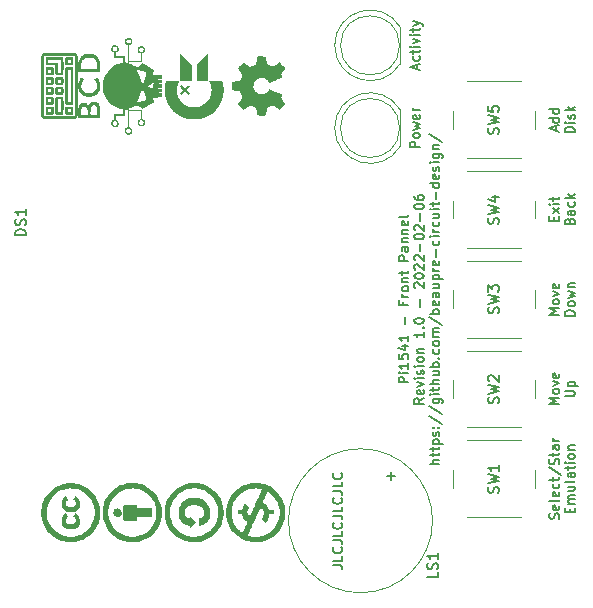
<source format=gto>
%TF.GenerationSoftware,KiCad,Pcbnew,(6.0.2)*%
%TF.CreationDate,2022-03-15T19:18:54-04:00*%
%TF.ProjectId,Pi1541_Control_Pannel,50693135-3431-45f4-936f-6e74726f6c5f,1.0*%
%TF.SameCoordinates,Original*%
%TF.FileFunction,Legend,Top*%
%TF.FilePolarity,Positive*%
%FSLAX46Y46*%
G04 Gerber Fmt 4.6, Leading zero omitted, Abs format (unit mm)*
G04 Created by KiCad (PCBNEW (6.0.2)) date 2022-03-15 19:18:54*
%MOMM*%
%LPD*%
G01*
G04 APERTURE LIST*
%ADD10C,0.152400*%
%ADD11C,0.150000*%
%ADD12C,0.120000*%
%ADD13O,2.700000X5.400000*%
%ADD14R,1.700000X1.700000*%
%ADD15O,1.700000X1.700000*%
%ADD16C,2.000000*%
%ADD17R,2.000000X2.000000*%
%ADD18C,2.700000*%
%ADD19R,1.800000X1.800000*%
%ADD20C,1.800000*%
G04 APERTURE END LIST*
D10*
X162259087Y-87024915D02*
X161446287Y-87024915D01*
X161446287Y-86715277D01*
X161484992Y-86637867D01*
X161523696Y-86599162D01*
X161601106Y-86560458D01*
X161717220Y-86560458D01*
X161794630Y-86599162D01*
X161833334Y-86637867D01*
X161872039Y-86715277D01*
X161872039Y-87024915D01*
X162259087Y-86212115D02*
X161717220Y-86212115D01*
X161446287Y-86212115D02*
X161484992Y-86250820D01*
X161523696Y-86212115D01*
X161484992Y-86173410D01*
X161446287Y-86212115D01*
X161523696Y-86212115D01*
X162259087Y-85399315D02*
X162259087Y-85863772D01*
X162259087Y-85631543D02*
X161446287Y-85631543D01*
X161562401Y-85708953D01*
X161639811Y-85786362D01*
X161678515Y-85863772D01*
X161446287Y-84663924D02*
X161446287Y-85050972D01*
X161833334Y-85089677D01*
X161794630Y-85050972D01*
X161755925Y-84973562D01*
X161755925Y-84780039D01*
X161794630Y-84702629D01*
X161833334Y-84663924D01*
X161910744Y-84625220D01*
X162104268Y-84625220D01*
X162181677Y-84663924D01*
X162220382Y-84702629D01*
X162259087Y-84780039D01*
X162259087Y-84973562D01*
X162220382Y-85050972D01*
X162181677Y-85089677D01*
X161717220Y-83928534D02*
X162259087Y-83928534D01*
X161407582Y-84122058D02*
X161988153Y-84315581D01*
X161988153Y-83812420D01*
X162259087Y-83077029D02*
X162259087Y-83541486D01*
X162259087Y-83309258D02*
X161446287Y-83309258D01*
X161562401Y-83386667D01*
X161639811Y-83464077D01*
X161678515Y-83541486D01*
X161949449Y-82109410D02*
X161949449Y-81490134D01*
X161833334Y-80212877D02*
X161833334Y-80483810D01*
X162259087Y-80483810D02*
X161446287Y-80483810D01*
X161446287Y-80096762D01*
X162259087Y-79787124D02*
X161717220Y-79787124D01*
X161872039Y-79787124D02*
X161794630Y-79748420D01*
X161755925Y-79709715D01*
X161717220Y-79632305D01*
X161717220Y-79554896D01*
X162259087Y-79167848D02*
X162220382Y-79245258D01*
X162181677Y-79283962D01*
X162104268Y-79322667D01*
X161872039Y-79322667D01*
X161794630Y-79283962D01*
X161755925Y-79245258D01*
X161717220Y-79167848D01*
X161717220Y-79051734D01*
X161755925Y-78974324D01*
X161794630Y-78935620D01*
X161872039Y-78896915D01*
X162104268Y-78896915D01*
X162181677Y-78935620D01*
X162220382Y-78974324D01*
X162259087Y-79051734D01*
X162259087Y-79167848D01*
X161717220Y-78548572D02*
X162259087Y-78548572D01*
X161794630Y-78548572D02*
X161755925Y-78509867D01*
X161717220Y-78432458D01*
X161717220Y-78316343D01*
X161755925Y-78238934D01*
X161833334Y-78200229D01*
X162259087Y-78200229D01*
X161717220Y-77929296D02*
X161717220Y-77619658D01*
X161446287Y-77813181D02*
X162142972Y-77813181D01*
X162220382Y-77774477D01*
X162259087Y-77697067D01*
X162259087Y-77619658D01*
X162259087Y-76729448D02*
X161446287Y-76729448D01*
X161446287Y-76419810D01*
X161484992Y-76342401D01*
X161523696Y-76303696D01*
X161601106Y-76264991D01*
X161717220Y-76264991D01*
X161794630Y-76303696D01*
X161833334Y-76342401D01*
X161872039Y-76419810D01*
X161872039Y-76729448D01*
X162259087Y-75568305D02*
X161833334Y-75568305D01*
X161755925Y-75607010D01*
X161717220Y-75684420D01*
X161717220Y-75839239D01*
X161755925Y-75916648D01*
X162220382Y-75568305D02*
X162259087Y-75645715D01*
X162259087Y-75839239D01*
X162220382Y-75916648D01*
X162142972Y-75955353D01*
X162065563Y-75955353D01*
X161988153Y-75916648D01*
X161949449Y-75839239D01*
X161949449Y-75645715D01*
X161910744Y-75568305D01*
X161717220Y-75181258D02*
X162259087Y-75181258D01*
X161794630Y-75181258D02*
X161755925Y-75142553D01*
X161717220Y-75065143D01*
X161717220Y-74949029D01*
X161755925Y-74871620D01*
X161833334Y-74832915D01*
X162259087Y-74832915D01*
X161717220Y-74445867D02*
X162259087Y-74445867D01*
X161794630Y-74445867D02*
X161755925Y-74407162D01*
X161717220Y-74329753D01*
X161717220Y-74213639D01*
X161755925Y-74136229D01*
X161833334Y-74097524D01*
X162259087Y-74097524D01*
X162220382Y-73400839D02*
X162259087Y-73478248D01*
X162259087Y-73633067D01*
X162220382Y-73710477D01*
X162142972Y-73749181D01*
X161833334Y-73749181D01*
X161755925Y-73710477D01*
X161717220Y-73633067D01*
X161717220Y-73478248D01*
X161755925Y-73400839D01*
X161833334Y-73362134D01*
X161910744Y-73362134D01*
X161988153Y-73749181D01*
X162259087Y-72897677D02*
X162220382Y-72975086D01*
X162142972Y-73013791D01*
X161446287Y-73013791D01*
X163567695Y-88360229D02*
X163180647Y-88631162D01*
X163567695Y-88824686D02*
X162754895Y-88824686D01*
X162754895Y-88515048D01*
X162793600Y-88437639D01*
X162832304Y-88398934D01*
X162909714Y-88360229D01*
X163025828Y-88360229D01*
X163103238Y-88398934D01*
X163141942Y-88437639D01*
X163180647Y-88515048D01*
X163180647Y-88824686D01*
X163528990Y-87702248D02*
X163567695Y-87779658D01*
X163567695Y-87934477D01*
X163528990Y-88011886D01*
X163451580Y-88050591D01*
X163141942Y-88050591D01*
X163064533Y-88011886D01*
X163025828Y-87934477D01*
X163025828Y-87779658D01*
X163064533Y-87702248D01*
X163141942Y-87663543D01*
X163219352Y-87663543D01*
X163296761Y-88050591D01*
X163025828Y-87392610D02*
X163567695Y-87199086D01*
X163025828Y-87005562D01*
X163567695Y-86695924D02*
X163025828Y-86695924D01*
X162754895Y-86695924D02*
X162793600Y-86734629D01*
X162832304Y-86695924D01*
X162793600Y-86657220D01*
X162754895Y-86695924D01*
X162832304Y-86695924D01*
X163528990Y-86347581D02*
X163567695Y-86270172D01*
X163567695Y-86115353D01*
X163528990Y-86037943D01*
X163451580Y-85999239D01*
X163412876Y-85999239D01*
X163335466Y-86037943D01*
X163296761Y-86115353D01*
X163296761Y-86231467D01*
X163258057Y-86308877D01*
X163180647Y-86347581D01*
X163141942Y-86347581D01*
X163064533Y-86308877D01*
X163025828Y-86231467D01*
X163025828Y-86115353D01*
X163064533Y-86037943D01*
X163567695Y-85650896D02*
X163025828Y-85650896D01*
X162754895Y-85650896D02*
X162793600Y-85689601D01*
X162832304Y-85650896D01*
X162793600Y-85612191D01*
X162754895Y-85650896D01*
X162832304Y-85650896D01*
X163567695Y-85147734D02*
X163528990Y-85225143D01*
X163490285Y-85263848D01*
X163412876Y-85302553D01*
X163180647Y-85302553D01*
X163103238Y-85263848D01*
X163064533Y-85225143D01*
X163025828Y-85147734D01*
X163025828Y-85031620D01*
X163064533Y-84954210D01*
X163103238Y-84915505D01*
X163180647Y-84876801D01*
X163412876Y-84876801D01*
X163490285Y-84915505D01*
X163528990Y-84954210D01*
X163567695Y-85031620D01*
X163567695Y-85147734D01*
X163025828Y-84528458D02*
X163567695Y-84528458D01*
X163103238Y-84528458D02*
X163064533Y-84489753D01*
X163025828Y-84412343D01*
X163025828Y-84296229D01*
X163064533Y-84218820D01*
X163141942Y-84180115D01*
X163567695Y-84180115D01*
X163567695Y-82748039D02*
X163567695Y-83212496D01*
X163567695Y-82980267D02*
X162754895Y-82980267D01*
X162871009Y-83057677D01*
X162948419Y-83135086D01*
X162987123Y-83212496D01*
X163490285Y-82399696D02*
X163528990Y-82360991D01*
X163567695Y-82399696D01*
X163528990Y-82438401D01*
X163490285Y-82399696D01*
X163567695Y-82399696D01*
X162754895Y-81857829D02*
X162754895Y-81780420D01*
X162793600Y-81703010D01*
X162832304Y-81664305D01*
X162909714Y-81625601D01*
X163064533Y-81586896D01*
X163258057Y-81586896D01*
X163412876Y-81625601D01*
X163490285Y-81664305D01*
X163528990Y-81703010D01*
X163567695Y-81780420D01*
X163567695Y-81857829D01*
X163528990Y-81935239D01*
X163490285Y-81973943D01*
X163412876Y-82012648D01*
X163258057Y-82051353D01*
X163064533Y-82051353D01*
X162909714Y-82012648D01*
X162832304Y-81973943D01*
X162793600Y-81935239D01*
X162754895Y-81857829D01*
X163258057Y-80619277D02*
X163258057Y-80000001D01*
X162832304Y-79032381D02*
X162793600Y-78993677D01*
X162754895Y-78916267D01*
X162754895Y-78722743D01*
X162793600Y-78645334D01*
X162832304Y-78606629D01*
X162909714Y-78567924D01*
X162987123Y-78567924D01*
X163103238Y-78606629D01*
X163567695Y-79071086D01*
X163567695Y-78567924D01*
X162754895Y-78064762D02*
X162754895Y-77987353D01*
X162793600Y-77909943D01*
X162832304Y-77871239D01*
X162909714Y-77832534D01*
X163064533Y-77793829D01*
X163258057Y-77793829D01*
X163412876Y-77832534D01*
X163490285Y-77871239D01*
X163528990Y-77909943D01*
X163567695Y-77987353D01*
X163567695Y-78064762D01*
X163528990Y-78142172D01*
X163490285Y-78180877D01*
X163412876Y-78219581D01*
X163258057Y-78258286D01*
X163064533Y-78258286D01*
X162909714Y-78219581D01*
X162832304Y-78180877D01*
X162793600Y-78142172D01*
X162754895Y-78064762D01*
X162832304Y-77484191D02*
X162793600Y-77445486D01*
X162754895Y-77368077D01*
X162754895Y-77174553D01*
X162793600Y-77097143D01*
X162832304Y-77058439D01*
X162909714Y-77019734D01*
X162987123Y-77019734D01*
X163103238Y-77058439D01*
X163567695Y-77522896D01*
X163567695Y-77019734D01*
X162832304Y-76710096D02*
X162793600Y-76671391D01*
X162754895Y-76593981D01*
X162754895Y-76400458D01*
X162793600Y-76323048D01*
X162832304Y-76284343D01*
X162909714Y-76245639D01*
X162987123Y-76245639D01*
X163103238Y-76284343D01*
X163567695Y-76748801D01*
X163567695Y-76245639D01*
X163258057Y-75897296D02*
X163258057Y-75278020D01*
X162754895Y-74736153D02*
X162754895Y-74658743D01*
X162793600Y-74581334D01*
X162832304Y-74542629D01*
X162909714Y-74503924D01*
X163064533Y-74465220D01*
X163258057Y-74465220D01*
X163412876Y-74503924D01*
X163490285Y-74542629D01*
X163528990Y-74581334D01*
X163567695Y-74658743D01*
X163567695Y-74736153D01*
X163528990Y-74813562D01*
X163490285Y-74852267D01*
X163412876Y-74890972D01*
X163258057Y-74929677D01*
X163064533Y-74929677D01*
X162909714Y-74890972D01*
X162832304Y-74852267D01*
X162793600Y-74813562D01*
X162754895Y-74736153D01*
X162832304Y-74155581D02*
X162793600Y-74116877D01*
X162754895Y-74039467D01*
X162754895Y-73845943D01*
X162793600Y-73768534D01*
X162832304Y-73729829D01*
X162909714Y-73691124D01*
X162987123Y-73691124D01*
X163103238Y-73729829D01*
X163567695Y-74194286D01*
X163567695Y-73691124D01*
X163258057Y-73342781D02*
X163258057Y-72723505D01*
X162754895Y-72181639D02*
X162754895Y-72104229D01*
X162793600Y-72026820D01*
X162832304Y-71988115D01*
X162909714Y-71949410D01*
X163064533Y-71910705D01*
X163258057Y-71910705D01*
X163412876Y-71949410D01*
X163490285Y-71988115D01*
X163528990Y-72026820D01*
X163567695Y-72104229D01*
X163567695Y-72181639D01*
X163528990Y-72259048D01*
X163490285Y-72297753D01*
X163412876Y-72336458D01*
X163258057Y-72375162D01*
X163064533Y-72375162D01*
X162909714Y-72336458D01*
X162832304Y-72297753D01*
X162793600Y-72259048D01*
X162754895Y-72181639D01*
X162754895Y-71214020D02*
X162754895Y-71368839D01*
X162793600Y-71446248D01*
X162832304Y-71484953D01*
X162948419Y-71562362D01*
X163103238Y-71601067D01*
X163412876Y-71601067D01*
X163490285Y-71562362D01*
X163528990Y-71523658D01*
X163567695Y-71446248D01*
X163567695Y-71291429D01*
X163528990Y-71214020D01*
X163490285Y-71175315D01*
X163412876Y-71136610D01*
X163219352Y-71136610D01*
X163141942Y-71175315D01*
X163103238Y-71214020D01*
X163064533Y-71291429D01*
X163064533Y-71446248D01*
X163103238Y-71523658D01*
X163141942Y-71562362D01*
X163219352Y-71601067D01*
X164876303Y-93914362D02*
X164063503Y-93914362D01*
X164876303Y-93566020D02*
X164450550Y-93566020D01*
X164373141Y-93604724D01*
X164334436Y-93682134D01*
X164334436Y-93798248D01*
X164373141Y-93875658D01*
X164411846Y-93914362D01*
X164334436Y-93295086D02*
X164334436Y-92985448D01*
X164063503Y-93178972D02*
X164760188Y-93178972D01*
X164837598Y-93140267D01*
X164876303Y-93062858D01*
X164876303Y-92985448D01*
X164334436Y-92830629D02*
X164334436Y-92520991D01*
X164063503Y-92714515D02*
X164760188Y-92714515D01*
X164837598Y-92675810D01*
X164876303Y-92598401D01*
X164876303Y-92520991D01*
X164334436Y-92250058D02*
X165147236Y-92250058D01*
X164373141Y-92250058D02*
X164334436Y-92172648D01*
X164334436Y-92017829D01*
X164373141Y-91940420D01*
X164411846Y-91901715D01*
X164489255Y-91863010D01*
X164721484Y-91863010D01*
X164798893Y-91901715D01*
X164837598Y-91940420D01*
X164876303Y-92017829D01*
X164876303Y-92172648D01*
X164837598Y-92250058D01*
X164837598Y-91553372D02*
X164876303Y-91475962D01*
X164876303Y-91321143D01*
X164837598Y-91243734D01*
X164760188Y-91205029D01*
X164721484Y-91205029D01*
X164644074Y-91243734D01*
X164605369Y-91321143D01*
X164605369Y-91437258D01*
X164566665Y-91514667D01*
X164489255Y-91553372D01*
X164450550Y-91553372D01*
X164373141Y-91514667D01*
X164334436Y-91437258D01*
X164334436Y-91321143D01*
X164373141Y-91243734D01*
X164798893Y-90856686D02*
X164837598Y-90817981D01*
X164876303Y-90856686D01*
X164837598Y-90895391D01*
X164798893Y-90856686D01*
X164876303Y-90856686D01*
X164373141Y-90856686D02*
X164411846Y-90817981D01*
X164450550Y-90856686D01*
X164411846Y-90895391D01*
X164373141Y-90856686D01*
X164450550Y-90856686D01*
X164024798Y-89889067D02*
X165069827Y-90585753D01*
X164024798Y-89037562D02*
X165069827Y-89734248D01*
X164334436Y-88418286D02*
X164992417Y-88418286D01*
X165069827Y-88456991D01*
X165108531Y-88495696D01*
X165147236Y-88573105D01*
X165147236Y-88689220D01*
X165108531Y-88766629D01*
X164837598Y-88418286D02*
X164876303Y-88495696D01*
X164876303Y-88650515D01*
X164837598Y-88727924D01*
X164798893Y-88766629D01*
X164721484Y-88805334D01*
X164489255Y-88805334D01*
X164411846Y-88766629D01*
X164373141Y-88727924D01*
X164334436Y-88650515D01*
X164334436Y-88495696D01*
X164373141Y-88418286D01*
X164876303Y-88031239D02*
X164334436Y-88031239D01*
X164063503Y-88031239D02*
X164102208Y-88069943D01*
X164140912Y-88031239D01*
X164102208Y-87992534D01*
X164063503Y-88031239D01*
X164140912Y-88031239D01*
X164334436Y-87760305D02*
X164334436Y-87450667D01*
X164063503Y-87644191D02*
X164760188Y-87644191D01*
X164837598Y-87605486D01*
X164876303Y-87528077D01*
X164876303Y-87450667D01*
X164876303Y-87179734D02*
X164063503Y-87179734D01*
X164876303Y-86831391D02*
X164450550Y-86831391D01*
X164373141Y-86870096D01*
X164334436Y-86947505D01*
X164334436Y-87063620D01*
X164373141Y-87141029D01*
X164411846Y-87179734D01*
X164334436Y-86096001D02*
X164876303Y-86096001D01*
X164334436Y-86444343D02*
X164760188Y-86444343D01*
X164837598Y-86405639D01*
X164876303Y-86328229D01*
X164876303Y-86212115D01*
X164837598Y-86134705D01*
X164798893Y-86096001D01*
X164876303Y-85708953D02*
X164063503Y-85708953D01*
X164373141Y-85708953D02*
X164334436Y-85631543D01*
X164334436Y-85476724D01*
X164373141Y-85399315D01*
X164411846Y-85360610D01*
X164489255Y-85321905D01*
X164721484Y-85321905D01*
X164798893Y-85360610D01*
X164837598Y-85399315D01*
X164876303Y-85476724D01*
X164876303Y-85631543D01*
X164837598Y-85708953D01*
X164798893Y-84973562D02*
X164837598Y-84934858D01*
X164876303Y-84973562D01*
X164837598Y-85012267D01*
X164798893Y-84973562D01*
X164876303Y-84973562D01*
X164837598Y-84238172D02*
X164876303Y-84315581D01*
X164876303Y-84470401D01*
X164837598Y-84547810D01*
X164798893Y-84586515D01*
X164721484Y-84625220D01*
X164489255Y-84625220D01*
X164411846Y-84586515D01*
X164373141Y-84547810D01*
X164334436Y-84470401D01*
X164334436Y-84315581D01*
X164373141Y-84238172D01*
X164876303Y-83773715D02*
X164837598Y-83851124D01*
X164798893Y-83889829D01*
X164721484Y-83928534D01*
X164489255Y-83928534D01*
X164411846Y-83889829D01*
X164373141Y-83851124D01*
X164334436Y-83773715D01*
X164334436Y-83657601D01*
X164373141Y-83580191D01*
X164411846Y-83541486D01*
X164489255Y-83502781D01*
X164721484Y-83502781D01*
X164798893Y-83541486D01*
X164837598Y-83580191D01*
X164876303Y-83657601D01*
X164876303Y-83773715D01*
X164876303Y-83154439D02*
X164334436Y-83154439D01*
X164411846Y-83154439D02*
X164373141Y-83115734D01*
X164334436Y-83038324D01*
X164334436Y-82922210D01*
X164373141Y-82844801D01*
X164450550Y-82806096D01*
X164876303Y-82806096D01*
X164450550Y-82806096D02*
X164373141Y-82767391D01*
X164334436Y-82689981D01*
X164334436Y-82573867D01*
X164373141Y-82496458D01*
X164450550Y-82457753D01*
X164876303Y-82457753D01*
X164024798Y-81490134D02*
X165069827Y-82186820D01*
X164876303Y-81219201D02*
X164063503Y-81219201D01*
X164373141Y-81219201D02*
X164334436Y-81141791D01*
X164334436Y-80986972D01*
X164373141Y-80909562D01*
X164411846Y-80870858D01*
X164489255Y-80832153D01*
X164721484Y-80832153D01*
X164798893Y-80870858D01*
X164837598Y-80909562D01*
X164876303Y-80986972D01*
X164876303Y-81141791D01*
X164837598Y-81219201D01*
X164837598Y-80174172D02*
X164876303Y-80251581D01*
X164876303Y-80406401D01*
X164837598Y-80483810D01*
X164760188Y-80522515D01*
X164450550Y-80522515D01*
X164373141Y-80483810D01*
X164334436Y-80406401D01*
X164334436Y-80251581D01*
X164373141Y-80174172D01*
X164450550Y-80135467D01*
X164527960Y-80135467D01*
X164605369Y-80522515D01*
X164876303Y-79438781D02*
X164450550Y-79438781D01*
X164373141Y-79477486D01*
X164334436Y-79554896D01*
X164334436Y-79709715D01*
X164373141Y-79787124D01*
X164837598Y-79438781D02*
X164876303Y-79516191D01*
X164876303Y-79709715D01*
X164837598Y-79787124D01*
X164760188Y-79825829D01*
X164682779Y-79825829D01*
X164605369Y-79787124D01*
X164566665Y-79709715D01*
X164566665Y-79516191D01*
X164527960Y-79438781D01*
X164334436Y-78703391D02*
X164876303Y-78703391D01*
X164334436Y-79051734D02*
X164760188Y-79051734D01*
X164837598Y-79013029D01*
X164876303Y-78935620D01*
X164876303Y-78819505D01*
X164837598Y-78742096D01*
X164798893Y-78703391D01*
X164334436Y-78316343D02*
X165147236Y-78316343D01*
X164373141Y-78316343D02*
X164334436Y-78238934D01*
X164334436Y-78084115D01*
X164373141Y-78006705D01*
X164411846Y-77968001D01*
X164489255Y-77929296D01*
X164721484Y-77929296D01*
X164798893Y-77968001D01*
X164837598Y-78006705D01*
X164876303Y-78084115D01*
X164876303Y-78238934D01*
X164837598Y-78316343D01*
X164876303Y-77580953D02*
X164334436Y-77580953D01*
X164489255Y-77580953D02*
X164411846Y-77542248D01*
X164373141Y-77503543D01*
X164334436Y-77426134D01*
X164334436Y-77348724D01*
X164837598Y-76768153D02*
X164876303Y-76845562D01*
X164876303Y-77000381D01*
X164837598Y-77077791D01*
X164760188Y-77116496D01*
X164450550Y-77116496D01*
X164373141Y-77077791D01*
X164334436Y-77000381D01*
X164334436Y-76845562D01*
X164373141Y-76768153D01*
X164450550Y-76729448D01*
X164527960Y-76729448D01*
X164605369Y-77116496D01*
X164566665Y-76381105D02*
X164566665Y-75761829D01*
X164837598Y-75026439D02*
X164876303Y-75103848D01*
X164876303Y-75258667D01*
X164837598Y-75336077D01*
X164798893Y-75374781D01*
X164721484Y-75413486D01*
X164489255Y-75413486D01*
X164411846Y-75374781D01*
X164373141Y-75336077D01*
X164334436Y-75258667D01*
X164334436Y-75103848D01*
X164373141Y-75026439D01*
X164876303Y-74678096D02*
X164334436Y-74678096D01*
X164063503Y-74678096D02*
X164102208Y-74716801D01*
X164140912Y-74678096D01*
X164102208Y-74639391D01*
X164063503Y-74678096D01*
X164140912Y-74678096D01*
X164876303Y-74291048D02*
X164334436Y-74291048D01*
X164489255Y-74291048D02*
X164411846Y-74252343D01*
X164373141Y-74213639D01*
X164334436Y-74136229D01*
X164334436Y-74058820D01*
X164837598Y-73439543D02*
X164876303Y-73516953D01*
X164876303Y-73671772D01*
X164837598Y-73749181D01*
X164798893Y-73787886D01*
X164721484Y-73826591D01*
X164489255Y-73826591D01*
X164411846Y-73787886D01*
X164373141Y-73749181D01*
X164334436Y-73671772D01*
X164334436Y-73516953D01*
X164373141Y-73439543D01*
X164334436Y-72742858D02*
X164876303Y-72742858D01*
X164334436Y-73091201D02*
X164760188Y-73091201D01*
X164837598Y-73052496D01*
X164876303Y-72975086D01*
X164876303Y-72858972D01*
X164837598Y-72781562D01*
X164798893Y-72742858D01*
X164876303Y-72355810D02*
X164334436Y-72355810D01*
X164063503Y-72355810D02*
X164102208Y-72394515D01*
X164140912Y-72355810D01*
X164102208Y-72317105D01*
X164063503Y-72355810D01*
X164140912Y-72355810D01*
X164334436Y-72084877D02*
X164334436Y-71775239D01*
X164063503Y-71968762D02*
X164760188Y-71968762D01*
X164837598Y-71930058D01*
X164876303Y-71852648D01*
X164876303Y-71775239D01*
X164566665Y-71504305D02*
X164566665Y-70885029D01*
X164876303Y-70149639D02*
X164063503Y-70149639D01*
X164837598Y-70149639D02*
X164876303Y-70227048D01*
X164876303Y-70381867D01*
X164837598Y-70459277D01*
X164798893Y-70497981D01*
X164721484Y-70536686D01*
X164489255Y-70536686D01*
X164411846Y-70497981D01*
X164373141Y-70459277D01*
X164334436Y-70381867D01*
X164334436Y-70227048D01*
X164373141Y-70149639D01*
X164837598Y-69452953D02*
X164876303Y-69530362D01*
X164876303Y-69685181D01*
X164837598Y-69762591D01*
X164760188Y-69801296D01*
X164450550Y-69801296D01*
X164373141Y-69762591D01*
X164334436Y-69685181D01*
X164334436Y-69530362D01*
X164373141Y-69452953D01*
X164450550Y-69414248D01*
X164527960Y-69414248D01*
X164605369Y-69801296D01*
X164837598Y-69104610D02*
X164876303Y-69027201D01*
X164876303Y-68872381D01*
X164837598Y-68794972D01*
X164760188Y-68756267D01*
X164721484Y-68756267D01*
X164644074Y-68794972D01*
X164605369Y-68872381D01*
X164605369Y-68988496D01*
X164566665Y-69065905D01*
X164489255Y-69104610D01*
X164450550Y-69104610D01*
X164373141Y-69065905D01*
X164334436Y-68988496D01*
X164334436Y-68872381D01*
X164373141Y-68794972D01*
X164876303Y-68407924D02*
X164334436Y-68407924D01*
X164063503Y-68407924D02*
X164102208Y-68446629D01*
X164140912Y-68407924D01*
X164102208Y-68369220D01*
X164063503Y-68407924D01*
X164140912Y-68407924D01*
X164334436Y-67672534D02*
X164992417Y-67672534D01*
X165069827Y-67711239D01*
X165108531Y-67749943D01*
X165147236Y-67827353D01*
X165147236Y-67943467D01*
X165108531Y-68020877D01*
X164837598Y-67672534D02*
X164876303Y-67749943D01*
X164876303Y-67904762D01*
X164837598Y-67982172D01*
X164798893Y-68020877D01*
X164721484Y-68059581D01*
X164489255Y-68059581D01*
X164411846Y-68020877D01*
X164373141Y-67982172D01*
X164334436Y-67904762D01*
X164334436Y-67749943D01*
X164373141Y-67672534D01*
X164334436Y-67285486D02*
X164876303Y-67285486D01*
X164411846Y-67285486D02*
X164373141Y-67246781D01*
X164334436Y-67169372D01*
X164334436Y-67053258D01*
X164373141Y-66975848D01*
X164450550Y-66937143D01*
X164876303Y-66937143D01*
X164024798Y-65969524D02*
X165069827Y-66666210D01*
X175013391Y-81296608D02*
X174200591Y-81296608D01*
X174781162Y-81025675D01*
X174200591Y-80754741D01*
X175013391Y-80754741D01*
X175013391Y-80251579D02*
X174974686Y-80328989D01*
X174935981Y-80367694D01*
X174858572Y-80406399D01*
X174626343Y-80406399D01*
X174548934Y-80367694D01*
X174510229Y-80328989D01*
X174471524Y-80251579D01*
X174471524Y-80135465D01*
X174510229Y-80058056D01*
X174548934Y-80019351D01*
X174626343Y-79980646D01*
X174858572Y-79980646D01*
X174935981Y-80019351D01*
X174974686Y-80058056D01*
X175013391Y-80135465D01*
X175013391Y-80251579D01*
X174471524Y-79709713D02*
X175013391Y-79516189D01*
X174471524Y-79322665D01*
X174974686Y-78703389D02*
X175013391Y-78780799D01*
X175013391Y-78935618D01*
X174974686Y-79013027D01*
X174897276Y-79051732D01*
X174587638Y-79051732D01*
X174510229Y-79013027D01*
X174471524Y-78935618D01*
X174471524Y-78780799D01*
X174510229Y-78703389D01*
X174587638Y-78664684D01*
X174665048Y-78664684D01*
X174742457Y-79051732D01*
X176321999Y-81374018D02*
X175509199Y-81374018D01*
X175509199Y-81180494D01*
X175547904Y-81064379D01*
X175625313Y-80986970D01*
X175702723Y-80948265D01*
X175857542Y-80909560D01*
X175973656Y-80909560D01*
X176128475Y-80948265D01*
X176205884Y-80986970D01*
X176283294Y-81064379D01*
X176321999Y-81180494D01*
X176321999Y-81374018D01*
X176321999Y-80445103D02*
X176283294Y-80522513D01*
X176244589Y-80561218D01*
X176167180Y-80599922D01*
X175934951Y-80599922D01*
X175857542Y-80561218D01*
X175818837Y-80522513D01*
X175780132Y-80445103D01*
X175780132Y-80328989D01*
X175818837Y-80251579D01*
X175857542Y-80212875D01*
X175934951Y-80174170D01*
X176167180Y-80174170D01*
X176244589Y-80212875D01*
X176283294Y-80251579D01*
X176321999Y-80328989D01*
X176321999Y-80445103D01*
X175780132Y-79903237D02*
X176321999Y-79748418D01*
X175934951Y-79593599D01*
X176321999Y-79438779D01*
X175780132Y-79283960D01*
X175780132Y-78974322D02*
X176321999Y-78974322D01*
X175857542Y-78974322D02*
X175818837Y-78935618D01*
X175780132Y-78858208D01*
X175780132Y-78742094D01*
X175818837Y-78664684D01*
X175896246Y-78625979D01*
X176321999Y-78625979D01*
X174587638Y-73328914D02*
X174587638Y-73057980D01*
X175013391Y-72941866D02*
X175013391Y-73328914D01*
X174200591Y-73328914D01*
X174200591Y-72941866D01*
X175013391Y-72670933D02*
X174471524Y-72245180D01*
X174471524Y-72670933D02*
X175013391Y-72245180D01*
X175013391Y-71935542D02*
X174471524Y-71935542D01*
X174200591Y-71935542D02*
X174239296Y-71974247D01*
X174278000Y-71935542D01*
X174239296Y-71896838D01*
X174200591Y-71935542D01*
X174278000Y-71935542D01*
X174471524Y-71664609D02*
X174471524Y-71354971D01*
X174200591Y-71548495D02*
X174897276Y-71548495D01*
X174974686Y-71509790D01*
X175013391Y-71432380D01*
X175013391Y-71354971D01*
X175896246Y-73386971D02*
X175934951Y-73270857D01*
X175973656Y-73232152D01*
X176051065Y-73193447D01*
X176167180Y-73193447D01*
X176244589Y-73232152D01*
X176283294Y-73270857D01*
X176321999Y-73348266D01*
X176321999Y-73657904D01*
X175509199Y-73657904D01*
X175509199Y-73386971D01*
X175547904Y-73309561D01*
X175586608Y-73270857D01*
X175664018Y-73232152D01*
X175741427Y-73232152D01*
X175818837Y-73270857D01*
X175857542Y-73309561D01*
X175896246Y-73386971D01*
X175896246Y-73657904D01*
X176321999Y-72496761D02*
X175896246Y-72496761D01*
X175818837Y-72535466D01*
X175780132Y-72612876D01*
X175780132Y-72767695D01*
X175818837Y-72845104D01*
X176283294Y-72496761D02*
X176321999Y-72574171D01*
X176321999Y-72767695D01*
X176283294Y-72845104D01*
X176205884Y-72883809D01*
X176128475Y-72883809D01*
X176051065Y-72845104D01*
X176012361Y-72767695D01*
X176012361Y-72574171D01*
X175973656Y-72496761D01*
X176283294Y-71761371D02*
X176321999Y-71838780D01*
X176321999Y-71993600D01*
X176283294Y-72071009D01*
X176244589Y-72109714D01*
X176167180Y-72148419D01*
X175934951Y-72148419D01*
X175857542Y-72109714D01*
X175818837Y-72071009D01*
X175780132Y-71993600D01*
X175780132Y-71838780D01*
X175818837Y-71761371D01*
X176321999Y-71413028D02*
X175509199Y-71413028D01*
X176012361Y-71335619D02*
X176321999Y-71103390D01*
X175780132Y-71103390D02*
X176089770Y-71413028D01*
X163217695Y-67106248D02*
X162404895Y-67106248D01*
X162404895Y-66796610D01*
X162443600Y-66719201D01*
X162482304Y-66680496D01*
X162559714Y-66641791D01*
X162675828Y-66641791D01*
X162753238Y-66680496D01*
X162791942Y-66719201D01*
X162830647Y-66796610D01*
X162830647Y-67106248D01*
X163217695Y-66177334D02*
X163178990Y-66254743D01*
X163140285Y-66293448D01*
X163062876Y-66332153D01*
X162830647Y-66332153D01*
X162753238Y-66293448D01*
X162714533Y-66254743D01*
X162675828Y-66177334D01*
X162675828Y-66061220D01*
X162714533Y-65983810D01*
X162753238Y-65945105D01*
X162830647Y-65906401D01*
X163062876Y-65906401D01*
X163140285Y-65945105D01*
X163178990Y-65983810D01*
X163217695Y-66061220D01*
X163217695Y-66177334D01*
X162675828Y-65635467D02*
X163217695Y-65480648D01*
X162830647Y-65325829D01*
X163217695Y-65171010D01*
X162675828Y-65016191D01*
X163178990Y-64396915D02*
X163217695Y-64474324D01*
X163217695Y-64629143D01*
X163178990Y-64706553D01*
X163101580Y-64745258D01*
X162791942Y-64745258D01*
X162714533Y-64706553D01*
X162675828Y-64629143D01*
X162675828Y-64474324D01*
X162714533Y-64396915D01*
X162791942Y-64358210D01*
X162869352Y-64358210D01*
X162946761Y-64745258D01*
X163217695Y-64009867D02*
X162675828Y-64009867D01*
X162830647Y-64009867D02*
X162753238Y-63971162D01*
X162714533Y-63932458D01*
X162675828Y-63855048D01*
X162675828Y-63777639D01*
X174974686Y-98586666D02*
X175013391Y-98470552D01*
X175013391Y-98277028D01*
X174974686Y-98199619D01*
X174935981Y-98160914D01*
X174858572Y-98122209D01*
X174781162Y-98122209D01*
X174703753Y-98160914D01*
X174665048Y-98199619D01*
X174626343Y-98277028D01*
X174587638Y-98431847D01*
X174548934Y-98509257D01*
X174510229Y-98547961D01*
X174432819Y-98586666D01*
X174355410Y-98586666D01*
X174278000Y-98547961D01*
X174239296Y-98509257D01*
X174200591Y-98431847D01*
X174200591Y-98238323D01*
X174239296Y-98122209D01*
X174974686Y-97464228D02*
X175013391Y-97541638D01*
X175013391Y-97696457D01*
X174974686Y-97773866D01*
X174897276Y-97812571D01*
X174587638Y-97812571D01*
X174510229Y-97773866D01*
X174471524Y-97696457D01*
X174471524Y-97541638D01*
X174510229Y-97464228D01*
X174587638Y-97425523D01*
X174665048Y-97425523D01*
X174742457Y-97812571D01*
X175013391Y-96961066D02*
X174974686Y-97038476D01*
X174897276Y-97077180D01*
X174200591Y-97077180D01*
X174974686Y-96341790D02*
X175013391Y-96419200D01*
X175013391Y-96574019D01*
X174974686Y-96651428D01*
X174897276Y-96690133D01*
X174587638Y-96690133D01*
X174510229Y-96651428D01*
X174471524Y-96574019D01*
X174471524Y-96419200D01*
X174510229Y-96341790D01*
X174587638Y-96303085D01*
X174665048Y-96303085D01*
X174742457Y-96690133D01*
X174974686Y-95606400D02*
X175013391Y-95683809D01*
X175013391Y-95838628D01*
X174974686Y-95916038D01*
X174935981Y-95954742D01*
X174858572Y-95993447D01*
X174626343Y-95993447D01*
X174548934Y-95954742D01*
X174510229Y-95916038D01*
X174471524Y-95838628D01*
X174471524Y-95683809D01*
X174510229Y-95606400D01*
X174471524Y-95374171D02*
X174471524Y-95064533D01*
X174200591Y-95258057D02*
X174897276Y-95258057D01*
X174974686Y-95219352D01*
X175013391Y-95141942D01*
X175013391Y-95064533D01*
X174161886Y-94213028D02*
X175206915Y-94909714D01*
X174974686Y-93980800D02*
X175013391Y-93864685D01*
X175013391Y-93671161D01*
X174974686Y-93593752D01*
X174935981Y-93555047D01*
X174858572Y-93516342D01*
X174781162Y-93516342D01*
X174703753Y-93555047D01*
X174665048Y-93593752D01*
X174626343Y-93671161D01*
X174587638Y-93825980D01*
X174548934Y-93903390D01*
X174510229Y-93942095D01*
X174432819Y-93980800D01*
X174355410Y-93980800D01*
X174278000Y-93942095D01*
X174239296Y-93903390D01*
X174200591Y-93825980D01*
X174200591Y-93632457D01*
X174239296Y-93516342D01*
X174471524Y-93284114D02*
X174471524Y-92974476D01*
X174200591Y-93168000D02*
X174897276Y-93168000D01*
X174974686Y-93129295D01*
X175013391Y-93051885D01*
X175013391Y-92974476D01*
X175013391Y-92355200D02*
X174587638Y-92355200D01*
X174510229Y-92393904D01*
X174471524Y-92471314D01*
X174471524Y-92626133D01*
X174510229Y-92703542D01*
X174974686Y-92355200D02*
X175013391Y-92432609D01*
X175013391Y-92626133D01*
X174974686Y-92703542D01*
X174897276Y-92742247D01*
X174819867Y-92742247D01*
X174742457Y-92703542D01*
X174703753Y-92626133D01*
X174703753Y-92432609D01*
X174665048Y-92355200D01*
X175013391Y-91968152D02*
X174471524Y-91968152D01*
X174626343Y-91968152D02*
X174548934Y-91929447D01*
X174510229Y-91890742D01*
X174471524Y-91813333D01*
X174471524Y-91735923D01*
X175896246Y-98025447D02*
X175896246Y-97754514D01*
X176321999Y-97638400D02*
X176321999Y-98025447D01*
X175509199Y-98025447D01*
X175509199Y-97638400D01*
X176321999Y-97290057D02*
X175780132Y-97290057D01*
X175857542Y-97290057D02*
X175818837Y-97251352D01*
X175780132Y-97173942D01*
X175780132Y-97057828D01*
X175818837Y-96980419D01*
X175896246Y-96941714D01*
X176321999Y-96941714D01*
X175896246Y-96941714D02*
X175818837Y-96903009D01*
X175780132Y-96825600D01*
X175780132Y-96709485D01*
X175818837Y-96632076D01*
X175896246Y-96593371D01*
X176321999Y-96593371D01*
X175780132Y-95857980D02*
X176321999Y-95857980D01*
X175780132Y-96206323D02*
X176205884Y-96206323D01*
X176283294Y-96167619D01*
X176321999Y-96090209D01*
X176321999Y-95974095D01*
X176283294Y-95896685D01*
X176244589Y-95857980D01*
X176321999Y-95354819D02*
X176283294Y-95432228D01*
X176205884Y-95470933D01*
X175509199Y-95470933D01*
X176321999Y-94696838D02*
X175896246Y-94696838D01*
X175818837Y-94735542D01*
X175780132Y-94812952D01*
X175780132Y-94967771D01*
X175818837Y-95045180D01*
X176283294Y-94696838D02*
X176321999Y-94774247D01*
X176321999Y-94967771D01*
X176283294Y-95045180D01*
X176205884Y-95083885D01*
X176128475Y-95083885D01*
X176051065Y-95045180D01*
X176012361Y-94967771D01*
X176012361Y-94774247D01*
X175973656Y-94696838D01*
X175780132Y-94425904D02*
X175780132Y-94116266D01*
X175509199Y-94309790D02*
X176205884Y-94309790D01*
X176283294Y-94271085D01*
X176321999Y-94193676D01*
X176321999Y-94116266D01*
X176321999Y-93845333D02*
X175780132Y-93845333D01*
X175509199Y-93845333D02*
X175547904Y-93884038D01*
X175586608Y-93845333D01*
X175547904Y-93806628D01*
X175509199Y-93845333D01*
X175586608Y-93845333D01*
X176321999Y-93342171D02*
X176283294Y-93419580D01*
X176244589Y-93458285D01*
X176167180Y-93496990D01*
X175934951Y-93496990D01*
X175857542Y-93458285D01*
X175818837Y-93419580D01*
X175780132Y-93342171D01*
X175780132Y-93226057D01*
X175818837Y-93148647D01*
X175857542Y-93109942D01*
X175934951Y-93071238D01*
X176167180Y-93071238D01*
X176244589Y-93109942D01*
X176283294Y-93148647D01*
X176321999Y-93226057D01*
X176321999Y-93342171D01*
X175780132Y-92722895D02*
X176321999Y-92722895D01*
X175857542Y-92722895D02*
X175818837Y-92684190D01*
X175780132Y-92606780D01*
X175780132Y-92490666D01*
X175818837Y-92413257D01*
X175896246Y-92374552D01*
X176321999Y-92374552D01*
X175013391Y-88896609D02*
X174200591Y-88896609D01*
X174781162Y-88625676D01*
X174200591Y-88354742D01*
X175013391Y-88354742D01*
X175013391Y-87851580D02*
X174974686Y-87928990D01*
X174935981Y-87967695D01*
X174858572Y-88006400D01*
X174626343Y-88006400D01*
X174548934Y-87967695D01*
X174510229Y-87928990D01*
X174471524Y-87851580D01*
X174471524Y-87735466D01*
X174510229Y-87658057D01*
X174548934Y-87619352D01*
X174626343Y-87580647D01*
X174858572Y-87580647D01*
X174935981Y-87619352D01*
X174974686Y-87658057D01*
X175013391Y-87735466D01*
X175013391Y-87851580D01*
X174471524Y-87309714D02*
X175013391Y-87116190D01*
X174471524Y-86922666D01*
X174974686Y-86303390D02*
X175013391Y-86380800D01*
X175013391Y-86535619D01*
X174974686Y-86613028D01*
X174897276Y-86651733D01*
X174587638Y-86651733D01*
X174510229Y-86613028D01*
X174471524Y-86535619D01*
X174471524Y-86380800D01*
X174510229Y-86303390D01*
X174587638Y-86264685D01*
X174665048Y-86264685D01*
X174742457Y-86651733D01*
X175509199Y-88199923D02*
X176167180Y-88199923D01*
X176244589Y-88161219D01*
X176283294Y-88122514D01*
X176321999Y-88045104D01*
X176321999Y-87890285D01*
X176283294Y-87812876D01*
X176244589Y-87774171D01*
X176167180Y-87735466D01*
X175509199Y-87735466D01*
X175780132Y-87348419D02*
X176592932Y-87348419D01*
X175818837Y-87348419D02*
X175780132Y-87271009D01*
X175780132Y-87116190D01*
X175818837Y-87038780D01*
X175857542Y-87000076D01*
X175934951Y-86961371D01*
X176167180Y-86961371D01*
X176244589Y-87000076D01*
X176283294Y-87038780D01*
X176321999Y-87116190D01*
X176321999Y-87271009D01*
X176283294Y-87348419D01*
X174781162Y-65728913D02*
X174781162Y-65341865D01*
X175013391Y-65806322D02*
X174200591Y-65535389D01*
X175013391Y-65264456D01*
X175013391Y-64645179D02*
X174200591Y-64645179D01*
X174974686Y-64645179D02*
X175013391Y-64722589D01*
X175013391Y-64877408D01*
X174974686Y-64954818D01*
X174935981Y-64993522D01*
X174858572Y-65032227D01*
X174626343Y-65032227D01*
X174548934Y-64993522D01*
X174510229Y-64954818D01*
X174471524Y-64877408D01*
X174471524Y-64722589D01*
X174510229Y-64645179D01*
X175013391Y-63909789D02*
X174200591Y-63909789D01*
X174974686Y-63909789D02*
X175013391Y-63987199D01*
X175013391Y-64142018D01*
X174974686Y-64219427D01*
X174935981Y-64258132D01*
X174858572Y-64296837D01*
X174626343Y-64296837D01*
X174548934Y-64258132D01*
X174510229Y-64219427D01*
X174471524Y-64142018D01*
X174471524Y-63987199D01*
X174510229Y-63909789D01*
X176321999Y-65864379D02*
X175509199Y-65864379D01*
X175509199Y-65670856D01*
X175547904Y-65554741D01*
X175625313Y-65477332D01*
X175702723Y-65438627D01*
X175857542Y-65399922D01*
X175973656Y-65399922D01*
X176128475Y-65438627D01*
X176205884Y-65477332D01*
X176283294Y-65554741D01*
X176321999Y-65670856D01*
X176321999Y-65864379D01*
X176321999Y-65051579D02*
X175780132Y-65051579D01*
X175509199Y-65051579D02*
X175547904Y-65090284D01*
X175586608Y-65051579D01*
X175547904Y-65012875D01*
X175509199Y-65051579D01*
X175586608Y-65051579D01*
X176283294Y-64703237D02*
X176321999Y-64625827D01*
X176321999Y-64471008D01*
X176283294Y-64393599D01*
X176205884Y-64354894D01*
X176167180Y-64354894D01*
X176089770Y-64393599D01*
X176051065Y-64471008D01*
X176051065Y-64587122D01*
X176012361Y-64664532D01*
X175934951Y-64703237D01*
X175896246Y-64703237D01*
X175818837Y-64664532D01*
X175780132Y-64587122D01*
X175780132Y-64471008D01*
X175818837Y-64393599D01*
X176321999Y-64006551D02*
X175509199Y-64006551D01*
X176012361Y-63929141D02*
X176321999Y-63696913D01*
X175780132Y-63696913D02*
X176089770Y-64006551D01*
X162985466Y-60512648D02*
X162985466Y-60125601D01*
X163217695Y-60590058D02*
X162404895Y-60319124D01*
X163217695Y-60048191D01*
X163178990Y-59428915D02*
X163217695Y-59506324D01*
X163217695Y-59661143D01*
X163178990Y-59738553D01*
X163140285Y-59777258D01*
X163062876Y-59815962D01*
X162830647Y-59815962D01*
X162753238Y-59777258D01*
X162714533Y-59738553D01*
X162675828Y-59661143D01*
X162675828Y-59506324D01*
X162714533Y-59428915D01*
X162675828Y-59196686D02*
X162675828Y-58887048D01*
X162404895Y-59080572D02*
X163101580Y-59080572D01*
X163178990Y-59041867D01*
X163217695Y-58964458D01*
X163217695Y-58887048D01*
X163217695Y-58616115D02*
X162675828Y-58616115D01*
X162404895Y-58616115D02*
X162443600Y-58654820D01*
X162482304Y-58616115D01*
X162443600Y-58577410D01*
X162404895Y-58616115D01*
X162482304Y-58616115D01*
X162675828Y-58306477D02*
X163217695Y-58112953D01*
X162675828Y-57919429D01*
X163217695Y-57609791D02*
X162675828Y-57609791D01*
X162404895Y-57609791D02*
X162443600Y-57648496D01*
X162482304Y-57609791D01*
X162443600Y-57571086D01*
X162404895Y-57609791D01*
X162482304Y-57609791D01*
X162675828Y-57338858D02*
X162675828Y-57029220D01*
X162404895Y-57222743D02*
X163101580Y-57222743D01*
X163178990Y-57184039D01*
X163217695Y-57106629D01*
X163217695Y-57029220D01*
X162675828Y-56835696D02*
X163217695Y-56642172D01*
X162675828Y-56448648D02*
X163217695Y-56642172D01*
X163411219Y-56719581D01*
X163449923Y-56758286D01*
X163488628Y-56835696D01*
X155854895Y-102504362D02*
X156435466Y-102504362D01*
X156551580Y-102543067D01*
X156628990Y-102620477D01*
X156667695Y-102736591D01*
X156667695Y-102814001D01*
X156667695Y-101730267D02*
X156667695Y-102117315D01*
X155854895Y-102117315D01*
X156590285Y-100994877D02*
X156628990Y-101033581D01*
X156667695Y-101149696D01*
X156667695Y-101227105D01*
X156628990Y-101343220D01*
X156551580Y-101420629D01*
X156474171Y-101459334D01*
X156319352Y-101498039D01*
X156203238Y-101498039D01*
X156048419Y-101459334D01*
X155971009Y-101420629D01*
X155893600Y-101343220D01*
X155854895Y-101227105D01*
X155854895Y-101149696D01*
X155893600Y-101033581D01*
X155932304Y-100994877D01*
X155854895Y-100414305D02*
X156435466Y-100414305D01*
X156551580Y-100453010D01*
X156628990Y-100530420D01*
X156667695Y-100646534D01*
X156667695Y-100723943D01*
X156667695Y-99640210D02*
X156667695Y-100027258D01*
X155854895Y-100027258D01*
X156590285Y-98904820D02*
X156628990Y-98943524D01*
X156667695Y-99059639D01*
X156667695Y-99137048D01*
X156628990Y-99253162D01*
X156551580Y-99330572D01*
X156474171Y-99369277D01*
X156319352Y-99407981D01*
X156203238Y-99407981D01*
X156048419Y-99369277D01*
X155971009Y-99330572D01*
X155893600Y-99253162D01*
X155854895Y-99137048D01*
X155854895Y-99059639D01*
X155893600Y-98943524D01*
X155932304Y-98904820D01*
X155854895Y-98324248D02*
X156435466Y-98324248D01*
X156551580Y-98362953D01*
X156628990Y-98440362D01*
X156667695Y-98556477D01*
X156667695Y-98633886D01*
X156667695Y-97550153D02*
X156667695Y-97937201D01*
X155854895Y-97937201D01*
X156590285Y-96814762D02*
X156628990Y-96853467D01*
X156667695Y-96969581D01*
X156667695Y-97046991D01*
X156628990Y-97163105D01*
X156551580Y-97240515D01*
X156474171Y-97279220D01*
X156319352Y-97317924D01*
X156203238Y-97317924D01*
X156048419Y-97279220D01*
X155971009Y-97240515D01*
X155893600Y-97163105D01*
X155854895Y-97046991D01*
X155854895Y-96969581D01*
X155893600Y-96853467D01*
X155932304Y-96814762D01*
X155854895Y-96234191D02*
X156435466Y-96234191D01*
X156551580Y-96272896D01*
X156628990Y-96350305D01*
X156667695Y-96466420D01*
X156667695Y-96543829D01*
X156667695Y-95460096D02*
X156667695Y-95847143D01*
X155854895Y-95847143D01*
X156590285Y-94724705D02*
X156628990Y-94763410D01*
X156667695Y-94879524D01*
X156667695Y-94956934D01*
X156628990Y-95073048D01*
X156551580Y-95150458D01*
X156474171Y-95189162D01*
X156319352Y-95227867D01*
X156203238Y-95227867D01*
X156048419Y-95189162D01*
X155971009Y-95150458D01*
X155893600Y-95073048D01*
X155854895Y-94956934D01*
X155854895Y-94879524D01*
X155893600Y-94763410D01*
X155932304Y-94724705D01*
D11*
X129837166Y-74579500D02*
X128948166Y-74579500D01*
X128948166Y-74367833D01*
X128990500Y-74240833D01*
X129075166Y-74156166D01*
X129159833Y-74113833D01*
X129329166Y-74071500D01*
X129456166Y-74071500D01*
X129625500Y-74113833D01*
X129710166Y-74156166D01*
X129794833Y-74240833D01*
X129837166Y-74367833D01*
X129837166Y-74579500D01*
X129794833Y-73732833D02*
X129837166Y-73605833D01*
X129837166Y-73394166D01*
X129794833Y-73309500D01*
X129752500Y-73267166D01*
X129667833Y-73224833D01*
X129583166Y-73224833D01*
X129498500Y-73267166D01*
X129456166Y-73309500D01*
X129413833Y-73394166D01*
X129371500Y-73563500D01*
X129329166Y-73648166D01*
X129286833Y-73690500D01*
X129202166Y-73732833D01*
X129117500Y-73732833D01*
X129032833Y-73690500D01*
X128990500Y-73648166D01*
X128948166Y-73563500D01*
X128948166Y-73351833D01*
X128990500Y-73224833D01*
X129837166Y-72378166D02*
X129837166Y-72886166D01*
X129837166Y-72632166D02*
X128948166Y-72632166D01*
X129075166Y-72716833D01*
X129159833Y-72801500D01*
X129202166Y-72886166D01*
X169859833Y-73585333D02*
X169902166Y-73458333D01*
X169902166Y-73246666D01*
X169859833Y-73162000D01*
X169817500Y-73119666D01*
X169732833Y-73077333D01*
X169648166Y-73077333D01*
X169563500Y-73119666D01*
X169521166Y-73162000D01*
X169478833Y-73246666D01*
X169436500Y-73416000D01*
X169394166Y-73500666D01*
X169351833Y-73543000D01*
X169267166Y-73585333D01*
X169182500Y-73585333D01*
X169097833Y-73543000D01*
X169055500Y-73500666D01*
X169013166Y-73416000D01*
X169013166Y-73204333D01*
X169055500Y-73077333D01*
X169013166Y-72781000D02*
X169902166Y-72569333D01*
X169267166Y-72400000D01*
X169902166Y-72230666D01*
X169013166Y-72019000D01*
X169309500Y-71299333D02*
X169902166Y-71299333D01*
X168970833Y-71511000D02*
X169605833Y-71722666D01*
X169605833Y-71172333D01*
X164751230Y-103121500D02*
X164751230Y-103544833D01*
X163862230Y-103544833D01*
X164708897Y-102867500D02*
X164751230Y-102740500D01*
X164751230Y-102528833D01*
X164708897Y-102444166D01*
X164666564Y-102401833D01*
X164581897Y-102359500D01*
X164497230Y-102359500D01*
X164412564Y-102401833D01*
X164370230Y-102444166D01*
X164327897Y-102528833D01*
X164285564Y-102698166D01*
X164243230Y-102782833D01*
X164200897Y-102825166D01*
X164116230Y-102867500D01*
X164031564Y-102867500D01*
X163946897Y-102825166D01*
X163904564Y-102782833D01*
X163862230Y-102698166D01*
X163862230Y-102486500D01*
X163904564Y-102359500D01*
X164751230Y-101512833D02*
X164751230Y-102020833D01*
X164751230Y-101766833D02*
X163862230Y-101766833D01*
X163989230Y-101851500D01*
X164073897Y-101936166D01*
X164116230Y-102020833D01*
X160803500Y-95278666D02*
X160803500Y-94601333D01*
X161142166Y-94940000D02*
X160464833Y-94940000D01*
X169859833Y-81185333D02*
X169902166Y-81058333D01*
X169902166Y-80846666D01*
X169859833Y-80762000D01*
X169817500Y-80719666D01*
X169732833Y-80677333D01*
X169648166Y-80677333D01*
X169563500Y-80719666D01*
X169521166Y-80762000D01*
X169478833Y-80846666D01*
X169436500Y-81016000D01*
X169394166Y-81100666D01*
X169351833Y-81143000D01*
X169267166Y-81185333D01*
X169182500Y-81185333D01*
X169097833Y-81143000D01*
X169055500Y-81100666D01*
X169013166Y-81016000D01*
X169013166Y-80804333D01*
X169055500Y-80677333D01*
X169013166Y-80381000D02*
X169902166Y-80169333D01*
X169267166Y-80000000D01*
X169902166Y-79830666D01*
X169013166Y-79619000D01*
X169013166Y-79365000D02*
X169013166Y-78814666D01*
X169351833Y-79111000D01*
X169351833Y-78984000D01*
X169394166Y-78899333D01*
X169436500Y-78857000D01*
X169521166Y-78814666D01*
X169732833Y-78814666D01*
X169817500Y-78857000D01*
X169859833Y-78899333D01*
X169902166Y-78984000D01*
X169902166Y-79238000D01*
X169859833Y-79322666D01*
X169817500Y-79365000D01*
X169859833Y-65985333D02*
X169902166Y-65858333D01*
X169902166Y-65646666D01*
X169859833Y-65562000D01*
X169817500Y-65519666D01*
X169732833Y-65477333D01*
X169648166Y-65477333D01*
X169563500Y-65519666D01*
X169521166Y-65562000D01*
X169478833Y-65646666D01*
X169436500Y-65816000D01*
X169394166Y-65900666D01*
X169351833Y-65943000D01*
X169267166Y-65985333D01*
X169182500Y-65985333D01*
X169097833Y-65943000D01*
X169055500Y-65900666D01*
X169013166Y-65816000D01*
X169013166Y-65604333D01*
X169055500Y-65477333D01*
X169013166Y-65181000D02*
X169902166Y-64969333D01*
X169267166Y-64800000D01*
X169902166Y-64630666D01*
X169013166Y-64419000D01*
X169013166Y-63657000D02*
X169013166Y-64080333D01*
X169436500Y-64122666D01*
X169394166Y-64080333D01*
X169351833Y-63995666D01*
X169351833Y-63784000D01*
X169394166Y-63699333D01*
X169436500Y-63657000D01*
X169521166Y-63614666D01*
X169732833Y-63614666D01*
X169817500Y-63657000D01*
X169859833Y-63699333D01*
X169902166Y-63784000D01*
X169902166Y-63995666D01*
X169859833Y-64080333D01*
X169817500Y-64122666D01*
X169859833Y-88785333D02*
X169902166Y-88658333D01*
X169902166Y-88446666D01*
X169859833Y-88362000D01*
X169817500Y-88319666D01*
X169732833Y-88277333D01*
X169648166Y-88277333D01*
X169563500Y-88319666D01*
X169521166Y-88362000D01*
X169478833Y-88446666D01*
X169436500Y-88616000D01*
X169394166Y-88700666D01*
X169351833Y-88743000D01*
X169267166Y-88785333D01*
X169182500Y-88785333D01*
X169097833Y-88743000D01*
X169055500Y-88700666D01*
X169013166Y-88616000D01*
X169013166Y-88404333D01*
X169055500Y-88277333D01*
X169013166Y-87981000D02*
X169902166Y-87769333D01*
X169267166Y-87600000D01*
X169902166Y-87430666D01*
X169013166Y-87219000D01*
X169097833Y-86922666D02*
X169055500Y-86880333D01*
X169013166Y-86795666D01*
X169013166Y-86584000D01*
X169055500Y-86499333D01*
X169097833Y-86457000D01*
X169182500Y-86414666D01*
X169267166Y-86414666D01*
X169394166Y-86457000D01*
X169902166Y-86965000D01*
X169902166Y-86414666D01*
X169859833Y-96385334D02*
X169902166Y-96258334D01*
X169902166Y-96046667D01*
X169859833Y-95962001D01*
X169817500Y-95919667D01*
X169732833Y-95877334D01*
X169648166Y-95877334D01*
X169563500Y-95919667D01*
X169521166Y-95962001D01*
X169478833Y-96046667D01*
X169436500Y-96216001D01*
X169394166Y-96300667D01*
X169351833Y-96343001D01*
X169267166Y-96385334D01*
X169182500Y-96385334D01*
X169097833Y-96343001D01*
X169055500Y-96300667D01*
X169013166Y-96216001D01*
X169013166Y-96004334D01*
X169055500Y-95877334D01*
X169013166Y-95581001D02*
X169902166Y-95369334D01*
X169267166Y-95200001D01*
X169902166Y-95030667D01*
X169013166Y-94819001D01*
X169902166Y-94014667D02*
X169902166Y-94522667D01*
X169902166Y-94268667D02*
X169013166Y-94268667D01*
X169140166Y-94353334D01*
X169224833Y-94438001D01*
X169267166Y-94522667D01*
D12*
X171750000Y-69150000D02*
X167250000Y-69150000D01*
X166000000Y-71650000D02*
X166000000Y-73150000D01*
X173000000Y-73150000D02*
X173000000Y-71650000D01*
X167250000Y-75650000D02*
X171750000Y-75650000D01*
X164300000Y-98750000D02*
G75*
G03*
X164300000Y-98750000I-6100000J0D01*
G01*
X166000000Y-79250000D02*
X166000000Y-80750000D01*
X171750000Y-76750000D02*
X167250000Y-76750000D01*
X173000000Y-80750000D02*
X173000000Y-79250000D01*
X167250000Y-83250000D02*
X171750000Y-83250000D01*
G36*
X149167105Y-100553421D02*
G01*
X149089643Y-100550484D01*
X149021254Y-100546504D01*
X148965339Y-100541500D01*
X148941253Y-100538337D01*
X148731913Y-100497167D01*
X148529349Y-100439149D01*
X148333777Y-100364397D01*
X148202166Y-100300552D01*
X148145414Y-100273021D01*
X147964476Y-100165132D01*
X147791179Y-100040843D01*
X147732878Y-99991302D01*
X148663980Y-99991302D01*
X148672308Y-99996721D01*
X148695138Y-100005242D01*
X148729239Y-100015955D01*
X148771380Y-100027946D01*
X148818330Y-100040302D01*
X148866859Y-100052112D01*
X148913736Y-100062462D01*
X148921642Y-100064078D01*
X149042853Y-100084067D01*
X149171593Y-100097355D01*
X149299735Y-100103312D01*
X149408110Y-100101869D01*
X149597539Y-100085431D01*
X149777385Y-100054071D01*
X149949222Y-100007222D01*
X150114626Y-99944315D01*
X150275172Y-99864782D01*
X150432435Y-99768057D01*
X150532162Y-99696812D01*
X150583462Y-99655453D01*
X150642345Y-99603476D01*
X150705460Y-99544231D01*
X150769455Y-99481068D01*
X150830976Y-99417338D01*
X150886673Y-99356392D01*
X150933192Y-99301579D01*
X150952806Y-99276393D01*
X151061156Y-99118399D01*
X151152222Y-98956985D01*
X151226580Y-98790641D01*
X151284806Y-98617856D01*
X151327477Y-98437120D01*
X151355171Y-98246924D01*
X151358362Y-98214290D01*
X151360441Y-98174160D01*
X151360979Y-98120266D01*
X151360138Y-98056950D01*
X151358083Y-97988548D01*
X151354975Y-97919400D01*
X151350979Y-97853846D01*
X151346257Y-97796223D01*
X151340972Y-97750872D01*
X151340940Y-97750654D01*
X151305862Y-97568474D01*
X151254813Y-97393513D01*
X151187327Y-97224669D01*
X151102940Y-97060843D01*
X151001185Y-96900938D01*
X150953120Y-96834631D01*
X150910903Y-96781905D01*
X150858103Y-96721314D01*
X150798231Y-96656475D01*
X150734799Y-96591009D01*
X150671320Y-96528533D01*
X150611306Y-96472666D01*
X150558268Y-96427027D01*
X150554832Y-96424248D01*
X150508200Y-96387971D01*
X150461880Y-96354167D01*
X150418259Y-96324356D01*
X150379725Y-96300054D01*
X150348666Y-96282780D01*
X150327470Y-96274053D01*
X150319088Y-96274376D01*
X150314567Y-96283433D01*
X150303497Y-96307257D01*
X150286706Y-96343998D01*
X150265024Y-96391804D01*
X150239277Y-96448825D01*
X150210293Y-96513210D01*
X150178900Y-96583107D01*
X150145927Y-96656667D01*
X150112201Y-96732036D01*
X150078551Y-96807366D01*
X150045803Y-96880805D01*
X150014786Y-96950502D01*
X149986328Y-97014605D01*
X149961257Y-97071265D01*
X149940401Y-97118630D01*
X149924587Y-97154849D01*
X149914644Y-97178071D01*
X149912257Y-97183910D01*
X149917979Y-97192310D01*
X149938832Y-97202410D01*
X149961055Y-97209736D01*
X150044984Y-97242114D01*
X150127934Y-97289162D01*
X150205541Y-97347682D01*
X150273440Y-97414481D01*
X150316741Y-97470110D01*
X150365079Y-97551962D01*
X150405379Y-97641175D01*
X150435344Y-97731863D01*
X150452679Y-97818137D01*
X150452766Y-97818835D01*
X150459500Y-97873381D01*
X150652649Y-97875834D01*
X150845798Y-97878288D01*
X150845798Y-98177926D01*
X150465427Y-98177926D01*
X150459561Y-98239290D01*
X150447430Y-98333360D01*
X150429706Y-98425614D01*
X150407870Y-98508551D01*
X150404081Y-98520492D01*
X150378168Y-98588153D01*
X150342932Y-98663285D01*
X150301467Y-98740078D01*
X150256869Y-98812724D01*
X150221190Y-98863719D01*
X150161554Y-98943178D01*
X150101404Y-98885624D01*
X150043406Y-98829848D01*
X149988676Y-98776677D01*
X149938652Y-98727553D01*
X149894775Y-98683918D01*
X149858485Y-98647212D01*
X149831219Y-98618877D01*
X149814419Y-98600353D01*
X149809435Y-98593303D01*
X149814701Y-98583187D01*
X149828789Y-98562570D01*
X149849130Y-98535126D01*
X149859615Y-98521558D01*
X149925839Y-98423263D01*
X149976395Y-98318410D01*
X150010549Y-98209036D01*
X150027565Y-98097182D01*
X150029420Y-98050654D01*
X150024473Y-97961997D01*
X150008452Y-97887310D01*
X149981481Y-97826764D01*
X149943686Y-97780530D01*
X149895191Y-97748781D01*
X149836120Y-97731687D01*
X149795099Y-97728532D01*
X149758037Y-97729239D01*
X149731495Y-97733455D01*
X149707885Y-97743053D01*
X149687071Y-97755199D01*
X149672215Y-97764838D01*
X149660012Y-97774588D01*
X149649003Y-97786915D01*
X149637729Y-97804286D01*
X149624730Y-97829164D01*
X149608548Y-97864017D01*
X149587722Y-97911310D01*
X149568709Y-97955199D01*
X149555472Y-97985783D01*
X149542294Y-98016142D01*
X149528737Y-98047257D01*
X149514368Y-98080110D01*
X149498749Y-98115679D01*
X149481445Y-98154946D01*
X149462020Y-98198890D01*
X149440039Y-98248492D01*
X149415065Y-98304733D01*
X149386664Y-98368593D01*
X149354399Y-98441052D01*
X149317834Y-98523091D01*
X149276535Y-98615690D01*
X149230064Y-98719829D01*
X149177986Y-98836489D01*
X149119867Y-98966649D01*
X149055269Y-99111292D01*
X148983757Y-99271396D01*
X148971643Y-99298516D01*
X148924570Y-99403947D01*
X148879692Y-99504552D01*
X148837556Y-99599104D01*
X148798706Y-99686372D01*
X148763690Y-99765127D01*
X148733052Y-99834141D01*
X148707339Y-99892185D01*
X148687096Y-99938030D01*
X148672869Y-99970446D01*
X148665204Y-99988204D01*
X148663980Y-99991302D01*
X147732878Y-99991302D01*
X147625742Y-99900263D01*
X147541160Y-99819029D01*
X147396036Y-99661613D01*
X147266857Y-99495957D01*
X147153832Y-99322446D01*
X147057172Y-99141464D01*
X146977083Y-98953396D01*
X146913776Y-98758627D01*
X146874007Y-98591563D01*
X146862505Y-98532239D01*
X146853299Y-98479453D01*
X146846146Y-98430017D01*
X146840800Y-98380744D01*
X146837017Y-98328446D01*
X146834555Y-98269934D01*
X146833167Y-98202022D01*
X146832612Y-98121521D01*
X146832594Y-98050654D01*
X146832711Y-98031229D01*
X147281382Y-98031229D01*
X147284653Y-98166312D01*
X147294686Y-98300391D01*
X147311226Y-98427655D01*
X147328427Y-98518208D01*
X147372750Y-98679578D01*
X147433359Y-98840506D01*
X147508588Y-98997656D01*
X147596774Y-99147697D01*
X147696251Y-99287294D01*
X147738164Y-99338677D01*
X147776133Y-99381475D01*
X147820195Y-99427888D01*
X147868599Y-99476376D01*
X147919595Y-99525399D01*
X147971434Y-99573418D01*
X148022366Y-99618893D01*
X148070640Y-99660285D01*
X148114507Y-99696055D01*
X148152217Y-99724662D01*
X148182020Y-99744568D01*
X148202166Y-99754234D01*
X148209982Y-99753742D01*
X148215077Y-99744203D01*
X148226707Y-99719915D01*
X148244046Y-99682715D01*
X148266268Y-99634441D01*
X148292547Y-99576929D01*
X148322058Y-99512018D01*
X148353974Y-99441545D01*
X148387470Y-99367346D01*
X148421720Y-99291260D01*
X148455898Y-99215124D01*
X148489177Y-99140774D01*
X148520733Y-99070050D01*
X148549738Y-99004787D01*
X148575368Y-98946823D01*
X148596796Y-98897996D01*
X148613197Y-98860143D01*
X148623744Y-98835101D01*
X148627612Y-98824708D01*
X148627616Y-98824635D01*
X148619778Y-98817646D01*
X148600153Y-98809152D01*
X148591644Y-98806390D01*
X148558819Y-98792476D01*
X148517876Y-98769216D01*
X148473718Y-98739951D01*
X148431252Y-98708023D01*
X148395384Y-98676772D01*
X148383376Y-98664554D01*
X148325761Y-98591624D01*
X148276180Y-98508182D01*
X148246891Y-98442876D01*
X148230310Y-98394663D01*
X148215160Y-98341301D01*
X148202737Y-98288315D01*
X148194337Y-98241226D01*
X148191253Y-98205582D01*
X148191253Y-98177926D01*
X147809435Y-98177926D01*
X147809435Y-97877926D01*
X148187574Y-97877926D01*
X148198237Y-97793502D01*
X148222389Y-97666484D01*
X148262831Y-97541795D01*
X148305342Y-97446108D01*
X148330679Y-97397255D01*
X148356283Y-97351986D01*
X148380431Y-97312977D01*
X148401400Y-97282900D01*
X148417465Y-97264431D01*
X148425432Y-97259801D01*
X148433539Y-97265876D01*
X148452863Y-97282948D01*
X148481591Y-97309336D01*
X148517909Y-97343356D01*
X148560003Y-97383327D01*
X148599681Y-97421411D01*
X148767200Y-97582964D01*
X148729453Y-97646501D01*
X148676832Y-97749467D01*
X148641062Y-97852366D01*
X148622361Y-97954105D01*
X148620947Y-98053591D01*
X148632667Y-98131966D01*
X148651180Y-98191051D01*
X148676733Y-98239742D01*
X148707559Y-98275171D01*
X148730037Y-98289945D01*
X148761913Y-98300191D01*
X148797858Y-98304610D01*
X148831110Y-98302994D01*
X148854904Y-98295135D01*
X148856711Y-98293835D01*
X148859121Y-98291381D01*
X148862326Y-98286883D01*
X148866659Y-98279609D01*
X148872451Y-98268830D01*
X148880032Y-98253813D01*
X148889734Y-98233828D01*
X148901888Y-98208143D01*
X148916826Y-98176028D01*
X148934879Y-98136752D01*
X148956378Y-98089583D01*
X148981654Y-98033790D01*
X149011039Y-97968643D01*
X149044864Y-97893410D01*
X149083460Y-97807360D01*
X149127159Y-97709762D01*
X149176291Y-97599886D01*
X149231188Y-97476999D01*
X149292181Y-97340372D01*
X149359602Y-97189272D01*
X149433782Y-97022969D01*
X149508600Y-96855199D01*
X149570337Y-96716573D01*
X149624849Y-96593767D01*
X149672447Y-96486050D01*
X149713442Y-96392697D01*
X149748144Y-96312978D01*
X149776864Y-96246165D01*
X149799913Y-96191531D01*
X149817601Y-96148346D01*
X149830239Y-96115884D01*
X149838137Y-96093416D01*
X149841606Y-96080213D01*
X149841163Y-96075630D01*
X149827865Y-96071481D01*
X149800623Y-96065282D01*
X149763445Y-96057881D01*
X149721563Y-96050334D01*
X149528813Y-96025408D01*
X149337382Y-96016661D01*
X149148600Y-96023846D01*
X148963794Y-96046714D01*
X148784294Y-96085016D01*
X148611427Y-96138504D01*
X148446522Y-96206929D01*
X148290907Y-96290042D01*
X148227616Y-96329946D01*
X148145611Y-96386230D01*
X148072514Y-96441233D01*
X148003177Y-96499213D01*
X147932448Y-96564425D01*
X147873071Y-96622978D01*
X147740869Y-96767461D01*
X147625959Y-96917020D01*
X147527980Y-97072380D01*
X147446572Y-97234265D01*
X147381372Y-97403402D01*
X147332020Y-97580515D01*
X147298155Y-97766330D01*
X147296143Y-97781292D01*
X147285127Y-97900952D01*
X147281382Y-98031229D01*
X146832711Y-98031229D01*
X146833208Y-97948795D01*
X146834947Y-97861700D01*
X146838159Y-97785967D01*
X146843192Y-97718195D01*
X146850395Y-97654983D01*
X146860116Y-97592928D01*
X146872702Y-97528630D01*
X146888501Y-97458687D01*
X146896597Y-97425098D01*
X146954493Y-97226295D01*
X147029187Y-97034016D01*
X147120256Y-96848954D01*
X147227275Y-96671804D01*
X147349820Y-96503260D01*
X147487468Y-96344016D01*
X147639794Y-96194766D01*
X147657599Y-96178837D01*
X147817553Y-96046888D01*
X147981138Y-95931879D01*
X148149924Y-95833075D01*
X148325483Y-95749742D01*
X148509384Y-95681146D01*
X148703201Y-95626551D01*
X148908502Y-95585224D01*
X148936707Y-95580695D01*
X148987551Y-95574705D01*
X149053086Y-95569950D01*
X149129865Y-95566434D01*
X149214440Y-95564161D01*
X149303361Y-95563134D01*
X149393181Y-95563355D01*
X149480452Y-95564829D01*
X149561726Y-95567560D01*
X149633553Y-95571549D01*
X149692487Y-95576801D01*
X149716241Y-95579932D01*
X149927549Y-95620296D01*
X150128214Y-95675275D01*
X150318844Y-95745200D01*
X150500048Y-95830404D01*
X150672434Y-95931217D01*
X150836610Y-96047973D01*
X150993184Y-96181002D01*
X151142764Y-96330638D01*
X151191980Y-96385178D01*
X151331082Y-96555644D01*
X151452818Y-96731300D01*
X151557353Y-96912506D01*
X151644852Y-97099625D01*
X151715477Y-97293018D01*
X151769394Y-97493046D01*
X151806765Y-97700071D01*
X151813842Y-97755517D01*
X151817332Y-97794581D01*
X151820361Y-97846178D01*
X151822879Y-97906921D01*
X151824836Y-97973425D01*
X151826183Y-98042304D01*
X151826872Y-98110173D01*
X151826852Y-98173646D01*
X151826074Y-98229338D01*
X151824489Y-98273862D01*
X151822047Y-98303833D01*
X151821858Y-98305199D01*
X151819296Y-98324352D01*
X151815284Y-98355914D01*
X151810536Y-98394243D01*
X151808645Y-98409744D01*
X151775610Y-98606951D01*
X151724981Y-98800244D01*
X151657031Y-98989089D01*
X151572032Y-99172947D01*
X151470255Y-99351283D01*
X151351974Y-99523561D01*
X151217460Y-99689243D01*
X151091433Y-99823618D01*
X150932995Y-99971357D01*
X150770030Y-100101761D01*
X150601559Y-100215328D01*
X150426606Y-100312555D01*
X150244193Y-100393940D01*
X150053344Y-100459978D01*
X149853080Y-100511168D01*
X149677616Y-100542945D01*
X149631896Y-100547915D01*
X149571437Y-100551692D01*
X149499639Y-100554297D01*
X149419906Y-100555751D01*
X149335638Y-100556075D01*
X149299735Y-100555745D01*
X149250237Y-100555291D01*
X149167105Y-100553421D01*
G37*
X161565000Y-67045000D02*
X161565000Y-63955000D01*
X156015000Y-65499538D02*
G75*
G03*
X161565000Y-67044830I2990000J-462D01*
G01*
X161565000Y-63955170D02*
G75*
G03*
X156015000Y-65500462I-2560000J-1544830D01*
G01*
X161505000Y-65500000D02*
G75*
G03*
X161505000Y-65500000I-2500000J0D01*
G01*
G36*
X146060996Y-61549226D02*
G01*
X146169466Y-61549564D01*
X146259729Y-61550166D01*
X146333163Y-61551065D01*
X146391148Y-61552292D01*
X146435061Y-61553879D01*
X146466282Y-61555859D01*
X146486190Y-61558263D01*
X146496162Y-61561123D01*
X146497550Y-61562224D01*
X146511303Y-61588219D01*
X146526496Y-61631683D01*
X146542336Y-61689242D01*
X146558032Y-61757518D01*
X146572791Y-61833135D01*
X146585821Y-61912716D01*
X146594069Y-61973677D01*
X146600658Y-62043715D01*
X146605512Y-62128158D01*
X146608494Y-62220507D01*
X146609468Y-62314262D01*
X146608295Y-62402924D01*
X146604839Y-62479994D01*
X146604773Y-62480975D01*
X146600344Y-62536323D01*
X146594956Y-62588873D01*
X146589317Y-62632413D01*
X146584510Y-62659183D01*
X146576227Y-62697956D01*
X146567555Y-62744275D01*
X146563191Y-62770375D01*
X146540031Y-62883222D01*
X146504891Y-63007341D01*
X146459480Y-63138119D01*
X146405503Y-63270945D01*
X146344667Y-63401207D01*
X146294860Y-63495711D01*
X146261243Y-63555678D01*
X146233286Y-63603887D01*
X146207867Y-63644952D01*
X146181863Y-63683487D01*
X146152154Y-63724105D01*
X146115615Y-63771419D01*
X146069126Y-63830043D01*
X146065660Y-63834387D01*
X145924454Y-63997744D01*
X145774355Y-64144359D01*
X145612894Y-64276215D01*
X145437607Y-64395297D01*
X145246026Y-64503587D01*
X145211821Y-64520984D01*
X145166932Y-64543154D01*
X145128789Y-64561389D01*
X145101313Y-64573856D01*
X145088421Y-64578724D01*
X145088244Y-64578736D01*
X145073986Y-64583307D01*
X145050633Y-64594347D01*
X145048351Y-64595551D01*
X145020871Y-64607826D01*
X144982884Y-64621965D01*
X144954005Y-64631373D01*
X144913020Y-64643844D01*
X144861908Y-64659456D01*
X144810580Y-64675181D01*
X144802004Y-64677815D01*
X144729795Y-64697628D01*
X144640964Y-64718083D01*
X144539798Y-64738267D01*
X144430582Y-64757265D01*
X144424620Y-64758227D01*
X144388523Y-64762033D01*
X144335640Y-64765000D01*
X144270134Y-64767127D01*
X144196169Y-64768414D01*
X144117907Y-64768860D01*
X144039512Y-64768467D01*
X143965146Y-64767234D01*
X143898974Y-64765161D01*
X143845157Y-64762249D01*
X143807860Y-64758496D01*
X143806131Y-64758227D01*
X143696607Y-64739317D01*
X143594903Y-64719173D01*
X143505308Y-64698710D01*
X143432105Y-64678839D01*
X143428747Y-64677815D01*
X143378443Y-64662393D01*
X143326555Y-64646536D01*
X143282993Y-64633269D01*
X143276746Y-64631373D01*
X143237225Y-64618209D01*
X143201097Y-64604207D01*
X143182400Y-64595551D01*
X143158670Y-64584110D01*
X143143195Y-64578783D01*
X143142507Y-64578736D01*
X143127824Y-64573853D01*
X143098361Y-64560512D01*
X143057611Y-64540531D01*
X143009066Y-64515729D01*
X142956221Y-64487927D01*
X142902569Y-64458942D01*
X142851601Y-64430593D01*
X142806813Y-64404701D01*
X142796752Y-64398681D01*
X142726553Y-64353130D01*
X142647312Y-64296421D01*
X142564298Y-64232719D01*
X142482781Y-64166187D01*
X142408031Y-64100988D01*
X142348651Y-64044644D01*
X142311828Y-64005697D01*
X142266747Y-63954939D01*
X142216948Y-63896659D01*
X142165968Y-63835150D01*
X142117347Y-63774703D01*
X142074623Y-63719607D01*
X142041333Y-63674154D01*
X142032633Y-63661420D01*
X142008117Y-63622221D01*
X141977558Y-63569923D01*
X141943840Y-63509824D01*
X141909845Y-63447221D01*
X141878459Y-63387413D01*
X141852563Y-63335698D01*
X141836901Y-63301778D01*
X141782357Y-63167947D01*
X141737717Y-63042046D01*
X141701156Y-62917562D01*
X141670845Y-62787984D01*
X141644958Y-62646799D01*
X141634848Y-62581684D01*
X141630859Y-62541863D01*
X141627814Y-62485482D01*
X141625713Y-62416923D01*
X141624556Y-62340569D01*
X141624342Y-62260804D01*
X141625073Y-62182011D01*
X141626747Y-62108574D01*
X141629367Y-62044876D01*
X141632931Y-61995300D01*
X141634822Y-61978919D01*
X141648849Y-61886051D01*
X141664314Y-61799499D01*
X141680581Y-61721962D01*
X141697011Y-61656137D01*
X141712968Y-61604725D01*
X141727815Y-61570425D01*
X141733201Y-61562224D01*
X141740078Y-61559185D01*
X141756430Y-61556618D01*
X141783642Y-61554490D01*
X141823099Y-61552768D01*
X141876184Y-61551422D01*
X141944283Y-61550417D01*
X142028781Y-61549721D01*
X142131061Y-61549303D01*
X142252509Y-61549130D01*
X142292639Y-61549121D01*
X142397725Y-61549219D01*
X142496212Y-61549503D01*
X142586162Y-61549952D01*
X142665635Y-61550549D01*
X142732692Y-61551274D01*
X142785394Y-61552108D01*
X142821802Y-61553033D01*
X142839976Y-61554029D01*
X142841707Y-61554453D01*
X142836069Y-61565273D01*
X142821649Y-61587111D01*
X142810258Y-61603199D01*
X142792225Y-61629902D01*
X142780849Y-61650228D01*
X142778809Y-61656559D01*
X142774717Y-61672128D01*
X142764738Y-61696801D01*
X142763483Y-61699538D01*
X142716178Y-61821389D01*
X142680071Y-61957474D01*
X142656039Y-62103779D01*
X142645516Y-62239379D01*
X142643591Y-62306957D01*
X142643944Y-62361047D01*
X142647058Y-62409051D01*
X142653415Y-62458369D01*
X142663500Y-62516405D01*
X142663644Y-62517175D01*
X142676261Y-62577535D01*
X142692144Y-62642868D01*
X142709814Y-62707986D01*
X142727797Y-62767703D01*
X142744618Y-62816831D01*
X142757874Y-62848373D01*
X142766194Y-62865033D01*
X142781050Y-62894833D01*
X142799634Y-62932145D01*
X142805210Y-62943343D01*
X142887156Y-63085191D01*
X142986668Y-63218490D01*
X143101231Y-63340726D01*
X143228334Y-63449388D01*
X143365462Y-63541961D01*
X143449713Y-63587846D01*
X143488681Y-63607299D01*
X143522261Y-63624158D01*
X143544550Y-63635456D01*
X143547847Y-63637159D01*
X143582707Y-63651925D01*
X143633622Y-63668972D01*
X143695988Y-63686993D01*
X143765205Y-63704679D01*
X143836669Y-63720721D01*
X143854711Y-63724394D01*
X144010376Y-63746736D01*
X144162213Y-63750320D01*
X144315762Y-63735145D01*
X144376040Y-63724394D01*
X144447341Y-63708981D01*
X144517568Y-63691590D01*
X144582120Y-63673531D01*
X144636394Y-63656110D01*
X144675788Y-63640638D01*
X144682904Y-63637159D01*
X144701161Y-63627856D01*
X144732293Y-63612197D01*
X144770395Y-63593149D01*
X144781038Y-63587846D01*
X144922886Y-63505900D01*
X145056185Y-63406388D01*
X145178421Y-63291825D01*
X145287083Y-63164722D01*
X145379656Y-63027594D01*
X145425541Y-62943343D01*
X145444674Y-62904923D01*
X145460876Y-62872415D01*
X145471340Y-62851446D01*
X145472878Y-62848373D01*
X145487304Y-62813677D01*
X145504261Y-62763589D01*
X145522272Y-62703295D01*
X145539861Y-62637983D01*
X145555552Y-62572841D01*
X145567108Y-62517175D01*
X145583704Y-62382858D01*
X145585920Y-62240246D01*
X145574398Y-62094608D01*
X145549783Y-61951216D01*
X145512717Y-61815337D01*
X145467268Y-61699538D01*
X145456851Y-61674212D01*
X145451989Y-61656731D01*
X145451942Y-61655789D01*
X145445998Y-61642167D01*
X145430645Y-61618162D01*
X145415321Y-61597097D01*
X145378700Y-61549121D01*
X145932940Y-61549121D01*
X146060996Y-61549226D01*
G37*
G36*
X143704020Y-61902821D02*
G01*
X143774648Y-61973449D01*
X143476192Y-62272439D01*
X143774648Y-62571429D01*
X143704020Y-62642057D01*
X143633392Y-62712686D01*
X143483897Y-62563457D01*
X143334402Y-62414229D01*
X143184907Y-62563457D01*
X143035412Y-62712686D01*
X142894155Y-62571429D01*
X143043383Y-62421934D01*
X143192612Y-62272439D01*
X143043383Y-62122944D01*
X142894155Y-61973449D01*
X143035412Y-61832192D01*
X143184907Y-61981421D01*
X143334402Y-62130649D01*
X143483897Y-61981421D01*
X143633392Y-61832192D01*
X143704020Y-61902821D01*
G37*
G36*
X145284216Y-61496706D02*
G01*
X144319792Y-61496706D01*
X144319792Y-60076192D01*
X145284216Y-59111938D01*
X145284216Y-61496706D01*
G37*
G36*
X143952891Y-60149578D02*
G01*
X143952891Y-61496706D01*
X142915087Y-61496706D01*
X142915087Y-59111932D01*
X143952891Y-60149578D01*
G37*
G36*
X149824092Y-59441227D02*
G01*
X149899461Y-59441440D01*
X149969219Y-59441985D01*
X150031242Y-59442819D01*
X150083404Y-59443897D01*
X150123581Y-59445178D01*
X150149650Y-59446617D01*
X150159346Y-59448045D01*
X150164680Y-59458964D01*
X150172253Y-59484389D01*
X150181187Y-59520912D01*
X150190603Y-59565126D01*
X150193890Y-59581997D01*
X150203382Y-59631858D01*
X150212372Y-59678950D01*
X150219963Y-59718594D01*
X150225262Y-59746113D01*
X150226051Y-59750178D01*
X150232312Y-59783049D01*
X150239667Y-59822653D01*
X150243853Y-59845633D01*
X150259088Y-59927733D01*
X150272086Y-59992509D01*
X150283009Y-60040661D01*
X150292018Y-60072887D01*
X150299276Y-60089888D01*
X150300914Y-60091917D01*
X150312305Y-60098234D01*
X150338022Y-60110004D01*
X150375416Y-60126164D01*
X150421837Y-60145651D01*
X150474637Y-60167400D01*
X150531167Y-60190350D01*
X150588778Y-60213437D01*
X150644819Y-60235597D01*
X150696644Y-60255766D01*
X150741601Y-60272883D01*
X150777043Y-60285882D01*
X150800320Y-60293701D01*
X150808155Y-60295527D01*
X150819280Y-60290520D01*
X150843039Y-60276523D01*
X150877171Y-60254982D01*
X150919415Y-60227343D01*
X150967510Y-60195050D01*
X150999303Y-60173308D01*
X151055196Y-60134827D01*
X151111410Y-60096138D01*
X151164438Y-60059652D01*
X151210773Y-60027783D01*
X151246910Y-60002943D01*
X151256812Y-59996141D01*
X151290719Y-59973519D01*
X151319701Y-59955404D01*
X151340167Y-59943971D01*
X151347819Y-59941088D01*
X151356512Y-59947312D01*
X151376499Y-59965029D01*
X151406281Y-59992808D01*
X151444360Y-60029216D01*
X151489240Y-60072820D01*
X151539422Y-60122189D01*
X151593408Y-60175889D01*
X151594457Y-60176937D01*
X151655894Y-60238483D01*
X151705570Y-60288564D01*
X151744654Y-60328507D01*
X151774312Y-60359636D01*
X151795711Y-60383278D01*
X151810018Y-60400759D01*
X151818401Y-60413403D01*
X151822026Y-60422536D01*
X151822061Y-60429484D01*
X151820575Y-60433755D01*
X151813093Y-60446331D01*
X151796595Y-60471792D01*
X151772451Y-60508099D01*
X151742033Y-60553213D01*
X151706709Y-60605092D01*
X151667851Y-60661698D01*
X151653844Y-60681997D01*
X151614012Y-60739999D01*
X151577237Y-60794235D01*
X151544899Y-60842617D01*
X151518375Y-60883057D01*
X151499046Y-60913468D01*
X151488291Y-60931761D01*
X151486843Y-60934820D01*
X151483471Y-60944166D01*
X151482028Y-60953155D01*
X151483484Y-60964133D01*
X151488808Y-60979446D01*
X151498969Y-61001438D01*
X151514935Y-61032456D01*
X151537677Y-61074844D01*
X151566941Y-61128706D01*
X151582834Y-61160548D01*
X151593636Y-61187384D01*
X151597526Y-61204507D01*
X151597164Y-61206833D01*
X151587778Y-61213497D01*
X151563632Y-61226038D01*
X151526820Y-61243497D01*
X151479435Y-61264917D01*
X151423573Y-61289339D01*
X151361326Y-61315806D01*
X151334343Y-61327069D01*
X151191364Y-61386372D01*
X151060277Y-61440634D01*
X150941602Y-61489641D01*
X150835858Y-61533183D01*
X150743562Y-61571047D01*
X150665232Y-61603021D01*
X150601389Y-61628892D01*
X150552549Y-61648450D01*
X150519232Y-61661482D01*
X150501956Y-61667776D01*
X150499634Y-61668360D01*
X150491227Y-61661383D01*
X150475314Y-61642645D01*
X150454589Y-61615442D01*
X150442003Y-61597906D01*
X150382981Y-61518648D01*
X150326960Y-61453937D01*
X150271094Y-61401104D01*
X150212537Y-61357479D01*
X150148445Y-61320391D01*
X150143594Y-61317929D01*
X150073489Y-61286348D01*
X150006473Y-61264872D01*
X149936565Y-61252174D01*
X149857779Y-61246931D01*
X149821609Y-61246627D01*
X149770684Y-61247230D01*
X149732315Y-61249031D01*
X149700873Y-61252862D01*
X149670728Y-61259558D01*
X149636252Y-61269950D01*
X149613963Y-61277355D01*
X149510171Y-61321399D01*
X149416867Y-61379182D01*
X149335026Y-61449196D01*
X149265625Y-61529930D01*
X149209641Y-61619875D01*
X149168050Y-61717521D01*
X149141828Y-61821358D01*
X149131951Y-61929878D01*
X149136144Y-62016087D01*
X149157042Y-62126723D01*
X149194102Y-62230152D01*
X149246291Y-62325104D01*
X149312579Y-62410309D01*
X149391936Y-62484496D01*
X149483331Y-62546396D01*
X149585732Y-62594739D01*
X149613963Y-62604907D01*
X149652025Y-62617368D01*
X149682850Y-62625858D01*
X149711767Y-62631145D01*
X149744105Y-62633993D01*
X149785194Y-62635170D01*
X149826156Y-62635420D01*
X149903849Y-62633333D01*
X149969843Y-62625802D01*
X150030161Y-62611469D01*
X150090827Y-62588977D01*
X150144827Y-62563609D01*
X150193055Y-62537237D01*
X150237112Y-62508058D01*
X150279156Y-62473946D01*
X150321343Y-62432777D01*
X150365829Y-62382427D01*
X150414771Y-62320771D01*
X150470325Y-62245686D01*
X150477094Y-62236291D01*
X150495989Y-62210007D01*
X150568036Y-62238704D01*
X150583958Y-62245077D01*
X150602632Y-62252619D01*
X150625192Y-62261799D01*
X150652772Y-62273085D01*
X150686506Y-62286945D01*
X150727528Y-62303848D01*
X150776972Y-62324262D01*
X150835973Y-62348655D01*
X150905663Y-62377496D01*
X150987178Y-62411253D01*
X151081652Y-62450395D01*
X151190218Y-62495390D01*
X151314010Y-62546705D01*
X151366146Y-62568319D01*
X151426216Y-62593625D01*
X151480654Y-62617326D01*
X151527214Y-62638383D01*
X151563646Y-62655755D01*
X151587704Y-62668400D01*
X151597137Y-62675272D01*
X151595410Y-62689044D01*
X151586282Y-62713777D01*
X151571571Y-62744758D01*
X151566941Y-62753469D01*
X151536746Y-62809049D01*
X151514261Y-62850996D01*
X151498517Y-62881655D01*
X151488543Y-62903371D01*
X151483372Y-62918491D01*
X151482035Y-62929359D01*
X151483561Y-62938322D01*
X151486840Y-62947355D01*
X151494733Y-62961952D01*
X151511455Y-62988987D01*
X151535406Y-63026007D01*
X151564983Y-63070555D01*
X151598584Y-63120178D01*
X151619190Y-63150178D01*
X151671088Y-63225374D01*
X151713571Y-63287028D01*
X151747575Y-63336549D01*
X151774037Y-63375348D01*
X151793892Y-63404832D01*
X151808078Y-63426410D01*
X151817529Y-63441491D01*
X151823184Y-63451484D01*
X151825977Y-63457797D01*
X151826846Y-63461841D01*
X151826872Y-63462665D01*
X151820647Y-63471256D01*
X151802932Y-63491137D01*
X151775164Y-63520806D01*
X151738781Y-63558765D01*
X151695221Y-63603513D01*
X151645920Y-63653551D01*
X151592633Y-63707062D01*
X151538761Y-63760600D01*
X151488677Y-63809830D01*
X151443882Y-63853316D01*
X151405880Y-63889622D01*
X151376176Y-63917310D01*
X151356272Y-63934944D01*
X151347689Y-63941088D01*
X151336169Y-63936197D01*
X151313390Y-63922973D01*
X151282937Y-63903588D01*
X151256812Y-63886034D01*
X151225240Y-63864338D01*
X151182197Y-63834739D01*
X151131191Y-63799649D01*
X151075727Y-63761480D01*
X151019312Y-63722644D01*
X150999303Y-63708867D01*
X150948713Y-63674414D01*
X150902572Y-63643717D01*
X150863141Y-63618222D01*
X150832679Y-63599374D01*
X150813449Y-63588618D01*
X150808155Y-63586648D01*
X150795583Y-63589950D01*
X150768886Y-63599219D01*
X150730713Y-63613392D01*
X150683714Y-63631405D01*
X150630537Y-63652195D01*
X150573833Y-63674698D01*
X150516248Y-63697852D01*
X150460434Y-63720592D01*
X150409038Y-63741855D01*
X150364711Y-63760579D01*
X150330100Y-63775699D01*
X150307855Y-63786152D01*
X150300914Y-63790258D01*
X150297636Y-63794192D01*
X150294318Y-63800442D01*
X150290665Y-63810421D01*
X150286379Y-63825543D01*
X150281166Y-63847222D01*
X150274728Y-63876871D01*
X150266770Y-63915904D01*
X150256995Y-63965733D01*
X150245107Y-64027772D01*
X150230810Y-64103436D01*
X150213809Y-64194136D01*
X150193806Y-64301288D01*
X150193566Y-64302572D01*
X150183745Y-64353838D01*
X150175983Y-64389916D01*
X150169388Y-64413560D01*
X150163070Y-64427524D01*
X150156137Y-64434562D01*
X150150099Y-64436926D01*
X150136714Y-64437953D01*
X150107370Y-64438759D01*
X150064295Y-64439329D01*
X150009716Y-64439649D01*
X149945861Y-64439705D01*
X149874959Y-64439482D01*
X149812634Y-64439078D01*
X149494458Y-64436542D01*
X149483764Y-64413815D01*
X149479531Y-64399453D01*
X149472616Y-64369559D01*
X149463502Y-64326504D01*
X149452673Y-64272660D01*
X149440610Y-64210400D01*
X149427796Y-64142094D01*
X149421778Y-64109269D01*
X149408811Y-64038669D01*
X149396480Y-63972734D01*
X149385256Y-63913892D01*
X149375609Y-63864572D01*
X149368012Y-63827205D01*
X149362936Y-63804220D01*
X149361606Y-63799235D01*
X149358132Y-63790612D01*
X149352252Y-63782495D01*
X149342088Y-63773893D01*
X149325762Y-63763812D01*
X149301394Y-63751260D01*
X149267106Y-63735246D01*
X149221019Y-63714775D01*
X149161254Y-63688857D01*
X149115092Y-63669009D01*
X149053209Y-63642792D01*
X148996290Y-63619340D01*
X148946600Y-63599535D01*
X148906401Y-63584256D01*
X148877958Y-63574382D01*
X148863534Y-63570794D01*
X148862663Y-63570867D01*
X148851904Y-63576775D01*
X148828018Y-63591816D01*
X148792832Y-63614776D01*
X148748175Y-63644444D01*
X148695877Y-63679604D01*
X148637764Y-63719045D01*
X148587715Y-63753278D01*
X148526179Y-63795379D01*
X148468945Y-63834285D01*
X148417851Y-63868766D01*
X148374734Y-63897592D01*
X148341430Y-63919535D01*
X148319777Y-63933365D01*
X148312057Y-63937769D01*
X148304535Y-63936189D01*
X148290740Y-63927241D01*
X148269696Y-63910036D01*
X148240429Y-63883684D01*
X148201966Y-63847294D01*
X148153333Y-63799977D01*
X148093554Y-63740843D01*
X148060995Y-63708377D01*
X148007251Y-63654396D01*
X147957816Y-63604188D01*
X147914121Y-63559253D01*
X147877603Y-63521089D01*
X147849693Y-63491195D01*
X147831828Y-63471070D01*
X147825441Y-63462213D01*
X147825440Y-63462178D01*
X147830356Y-63451199D01*
X147843891Y-63428245D01*
X147864222Y-63396229D01*
X147889527Y-63358065D01*
X147902241Y-63339385D01*
X147937254Y-63288311D01*
X147976125Y-63231536D01*
X148014168Y-63175911D01*
X148046694Y-63128284D01*
X148047262Y-63127451D01*
X148077386Y-63083387D01*
X148108277Y-63038365D01*
X148136207Y-62997806D01*
X148156597Y-62968360D01*
X148176352Y-62937103D01*
X148191004Y-62908471D01*
X148197823Y-62887916D01*
X148198007Y-62885611D01*
X148194642Y-62870199D01*
X148185136Y-62841033D01*
X148170650Y-62800969D01*
X148152347Y-62752859D01*
X148131390Y-62699558D01*
X148108941Y-62643921D01*
X148086162Y-62588802D01*
X148064217Y-62537055D01*
X148044268Y-62491535D01*
X148027477Y-62455096D01*
X148015007Y-62430593D01*
X148009017Y-62421591D01*
X147992571Y-62413298D01*
X147959336Y-62403492D01*
X147910616Y-62392512D01*
X147857269Y-62382377D01*
X147800481Y-62372176D01*
X147741424Y-62361397D01*
X147686399Y-62351201D01*
X147641708Y-62342747D01*
X147634462Y-62341348D01*
X147587285Y-62332223D01*
X147530894Y-62321364D01*
X147473942Y-62310433D01*
X147443485Y-62304606D01*
X147401769Y-62295897D01*
X147366752Y-62287193D01*
X147342251Y-62279536D01*
X147332220Y-62274223D01*
X147330522Y-62262712D01*
X147329079Y-62235550D01*
X147327890Y-62195270D01*
X147326956Y-62144402D01*
X147326276Y-62085476D01*
X147325851Y-62021023D01*
X147325679Y-61953573D01*
X147325762Y-61885657D01*
X147326098Y-61819805D01*
X147326689Y-61758549D01*
X147327534Y-61704418D01*
X147328632Y-61659943D01*
X147329984Y-61627656D01*
X147331589Y-61610085D01*
X147332242Y-61607829D01*
X147335991Y-61604170D01*
X147343591Y-61600326D01*
X147356597Y-61595968D01*
X147376561Y-61590766D01*
X147405038Y-61584391D01*
X147443582Y-61576513D01*
X147493746Y-61566802D01*
X147557083Y-61554929D01*
X147635148Y-61540564D01*
X147729495Y-61523376D01*
X147734498Y-61522468D01*
X147822235Y-61506155D01*
X147892505Y-61492236D01*
X147945853Y-61480586D01*
X147982825Y-61471084D01*
X148003966Y-61463605D01*
X148008841Y-61460519D01*
X148017143Y-61447286D01*
X148030683Y-61419892D01*
X148048295Y-61381193D01*
X148068814Y-61334045D01*
X148091075Y-61281305D01*
X148113912Y-61225829D01*
X148136161Y-61170475D01*
X148156657Y-61118098D01*
X148174234Y-61071555D01*
X148187726Y-61033702D01*
X148195970Y-61007396D01*
X148198007Y-60996766D01*
X148192783Y-60977984D01*
X148179232Y-60950210D01*
X148160075Y-60918896D01*
X148156597Y-60913815D01*
X148134928Y-60882514D01*
X148106759Y-60841601D01*
X148075817Y-60796497D01*
X148047262Y-60754724D01*
X148014895Y-60707329D01*
X147976918Y-60651798D01*
X147938018Y-60594978D01*
X147902880Y-60543721D01*
X147902241Y-60542790D01*
X147875271Y-60502787D01*
X147852442Y-60467602D01*
X147835577Y-60440148D01*
X147826499Y-60423339D01*
X147825440Y-60419997D01*
X147831668Y-60411155D01*
X147849182Y-60391402D01*
X147876223Y-60362495D01*
X147911034Y-60326194D01*
X147951857Y-60284259D01*
X147996935Y-60238449D01*
X148044510Y-60190522D01*
X148092824Y-60142239D01*
X148140119Y-60095357D01*
X148184638Y-60051637D01*
X148224624Y-60012838D01*
X148258318Y-59980718D01*
X148283963Y-59957037D01*
X148299802Y-59943554D01*
X148303936Y-59941087D01*
X148313513Y-59946064D01*
X148336290Y-59960217D01*
X148370508Y-59982386D01*
X148414406Y-60011406D01*
X148466225Y-60046115D01*
X148524203Y-60085350D01*
X148581244Y-60124288D01*
X148643564Y-60166838D01*
X148701540Y-60206103D01*
X148753370Y-60240891D01*
X148797257Y-60270006D01*
X148831400Y-60292254D01*
X148854002Y-60306441D01*
X148862996Y-60311333D01*
X148874815Y-60308853D01*
X148901031Y-60299946D01*
X148939385Y-60285490D01*
X148987618Y-60266364D01*
X149043472Y-60243448D01*
X149104689Y-60217622D01*
X149115326Y-60213066D01*
X149184518Y-60183323D01*
X149238872Y-60159720D01*
X149280268Y-60141233D01*
X149310583Y-60126836D01*
X149331695Y-60115504D01*
X149345484Y-60106212D01*
X149353828Y-60097934D01*
X149358606Y-60089646D01*
X149361695Y-60080323D01*
X149362261Y-60078295D01*
X149366111Y-60061386D01*
X149372697Y-60029058D01*
X149381542Y-59983788D01*
X149392171Y-59928053D01*
X149404110Y-59864330D01*
X149416882Y-59795098D01*
X149422592Y-59763815D01*
X149435633Y-59693644D01*
X149448260Y-59628547D01*
X149459976Y-59570872D01*
X149470283Y-59522968D01*
X149478686Y-59487184D01*
X149484686Y-59465869D01*
X149486520Y-59461542D01*
X149499185Y-59441087D01*
X149824092Y-59441227D01*
G37*
X166000000Y-64050000D02*
X166000000Y-65550000D01*
X173000000Y-65550000D02*
X173000000Y-64050000D01*
X171750000Y-61550000D02*
X167250000Y-61550000D01*
X167250000Y-68050000D02*
X171750000Y-68050000D01*
G36*
X131333878Y-64704967D02*
G01*
X131280238Y-64670861D01*
X131234751Y-64626141D01*
X131199693Y-64573081D01*
X131197361Y-64568450D01*
X131174732Y-64522484D01*
X131174732Y-64475056D01*
X131383684Y-64475056D01*
X131427272Y-64518644D01*
X133989175Y-64518644D01*
X134032763Y-64475056D01*
X134032763Y-59405735D01*
X133989175Y-59362147D01*
X131427272Y-59362147D01*
X131383684Y-59405735D01*
X131383684Y-64475056D01*
X131174732Y-64475056D01*
X131174732Y-59358308D01*
X131197361Y-59312341D01*
X131231467Y-59258701D01*
X131276187Y-59213215D01*
X131329247Y-59178157D01*
X131333878Y-59175825D01*
X131379844Y-59153196D01*
X134036603Y-59153196D01*
X134082569Y-59175825D01*
X134136209Y-59209931D01*
X134181695Y-59254651D01*
X134216754Y-59307710D01*
X134219086Y-59312341D01*
X134241715Y-59358307D01*
X134243032Y-61926080D01*
X134243144Y-62162322D01*
X134243230Y-62384762D01*
X134243288Y-62593761D01*
X134243317Y-62789684D01*
X134243317Y-62972893D01*
X134243287Y-63143751D01*
X134243225Y-63302623D01*
X134243130Y-63449870D01*
X134243002Y-63585857D01*
X134242838Y-63710945D01*
X134242640Y-63825499D01*
X134242404Y-63929882D01*
X134242130Y-64024456D01*
X134241818Y-64109585D01*
X134241466Y-64185632D01*
X134241072Y-64252961D01*
X134240637Y-64311933D01*
X134240159Y-64362914D01*
X134239637Y-64406264D01*
X134239069Y-64442349D01*
X134238456Y-64471530D01*
X134237795Y-64494172D01*
X134237086Y-64510637D01*
X134236328Y-64521288D01*
X134235596Y-64526228D01*
X134214112Y-64579528D01*
X134180575Y-64628382D01*
X134136927Y-64670521D01*
X134085112Y-64703675D01*
X134082494Y-64704981D01*
X134036603Y-64727596D01*
X131379844Y-64727596D01*
X131333878Y-64704967D01*
G37*
G36*
X131900286Y-61862475D02*
G01*
X131875427Y-61862482D01*
X131806162Y-61862423D01*
X131749556Y-61862146D01*
X131704106Y-61861494D01*
X131668304Y-61860314D01*
X131640646Y-61858450D01*
X131619625Y-61855749D01*
X131603736Y-61852056D01*
X131591474Y-61847215D01*
X131581332Y-61841074D01*
X131571805Y-61833476D01*
X131568996Y-61831027D01*
X131559784Y-61822355D01*
X131552263Y-61813190D01*
X131546260Y-61802073D01*
X131541606Y-61787546D01*
X131538130Y-61768151D01*
X131535661Y-61742430D01*
X131534028Y-61708924D01*
X131533060Y-61666176D01*
X131532885Y-61646447D01*
X131748463Y-61646447D01*
X131868616Y-61648396D01*
X131908930Y-61648839D01*
X131944610Y-61648836D01*
X131973111Y-61648416D01*
X131991890Y-61647613D01*
X131998047Y-61646784D01*
X132001479Y-61642450D01*
X132003867Y-61631396D01*
X132005306Y-61611961D01*
X132005889Y-61582483D01*
X132005711Y-61541298D01*
X132005390Y-61517340D01*
X132003455Y-61391455D01*
X131748463Y-61391455D01*
X131748463Y-61646447D01*
X131532885Y-61646447D01*
X131532587Y-61612728D01*
X131532436Y-61547121D01*
X131532429Y-61518951D01*
X131532501Y-61448386D01*
X131532833Y-61390528D01*
X131533595Y-61343920D01*
X131534957Y-61307103D01*
X131537091Y-61278621D01*
X131540168Y-61257013D01*
X131544358Y-61240824D01*
X131549832Y-61228593D01*
X131556761Y-61218864D01*
X131565317Y-61210177D01*
X131568996Y-61206876D01*
X131578614Y-61198843D01*
X131588416Y-61192307D01*
X131599908Y-61187115D01*
X131614593Y-61183111D01*
X131633975Y-61180142D01*
X131659557Y-61178053D01*
X131692844Y-61176691D01*
X131735340Y-61175902D01*
X131788547Y-61175531D01*
X131853970Y-61175424D01*
X131875959Y-61175421D01*
X131945297Y-61175479D01*
X132001973Y-61175755D01*
X132047491Y-61176404D01*
X132083353Y-61177580D01*
X132111066Y-61179437D01*
X132132131Y-61182128D01*
X132148053Y-61185809D01*
X132160335Y-61190633D01*
X132170482Y-61196754D01*
X132179998Y-61204326D01*
X132182922Y-61206876D01*
X132192109Y-61215507D01*
X132199614Y-61224599D01*
X132205602Y-61235603D01*
X132210239Y-61249969D01*
X132213691Y-61269145D01*
X132216124Y-61294584D01*
X132217704Y-61327734D01*
X132218595Y-61370046D01*
X132218966Y-61422969D01*
X132218980Y-61487954D01*
X132218914Y-61521587D01*
X132218558Y-61597607D01*
X132217853Y-61660150D01*
X132216775Y-61709904D01*
X132215304Y-61747555D01*
X132213415Y-61773789D01*
X132211087Y-61789293D01*
X132209968Y-61792780D01*
X132198385Y-61812988D01*
X132187667Y-61827009D01*
X132178987Y-61835946D01*
X132169735Y-61843243D01*
X132158453Y-61849067D01*
X132143686Y-61853583D01*
X132123975Y-61856956D01*
X132097864Y-61859352D01*
X132063897Y-61860936D01*
X132020616Y-61861875D01*
X131966564Y-61862333D01*
X131908930Y-61862456D01*
X131900286Y-61862475D01*
G37*
G36*
X133543569Y-64370647D02*
G01*
X133488338Y-64370562D01*
X133435361Y-64370052D01*
X133386687Y-64369112D01*
X133344363Y-64367734D01*
X133310437Y-64365914D01*
X133286956Y-64363646D01*
X133276976Y-64361464D01*
X133242942Y-64340028D01*
X133218755Y-64309770D01*
X133214047Y-64299974D01*
X133211074Y-64285585D01*
X133208570Y-64259105D01*
X133206534Y-64222603D01*
X133204967Y-64178147D01*
X133204437Y-64153865D01*
X133420075Y-64153865D01*
X133540228Y-64155814D01*
X133580541Y-64156257D01*
X133616221Y-64156253D01*
X133644723Y-64155834D01*
X133663502Y-64155031D01*
X133669658Y-64154202D01*
X133673091Y-64149867D01*
X133675479Y-64138814D01*
X133676918Y-64119379D01*
X133677501Y-64089901D01*
X133677323Y-64048716D01*
X133677002Y-64024758D01*
X133675067Y-63898873D01*
X133420075Y-63898873D01*
X133420075Y-64153865D01*
X133204437Y-64153865D01*
X133203868Y-64127805D01*
X133203237Y-64073645D01*
X133203075Y-64017735D01*
X133203381Y-63962143D01*
X133204156Y-63908937D01*
X133205399Y-63860186D01*
X133207111Y-63817958D01*
X133209291Y-63784320D01*
X133211939Y-63761341D01*
X133214047Y-63752764D01*
X133235028Y-63720443D01*
X133266530Y-63696285D01*
X133276976Y-63691273D01*
X133289743Y-63688892D01*
X133314637Y-63686880D01*
X133349624Y-63685236D01*
X133392667Y-63683960D01*
X133441733Y-63683053D01*
X133494786Y-63682515D01*
X133549793Y-63682346D01*
X133604718Y-63682545D01*
X133657526Y-63683113D01*
X133706183Y-63684049D01*
X133748654Y-63685354D01*
X133782905Y-63687028D01*
X133806900Y-63689070D01*
X133818166Y-63691273D01*
X133852200Y-63712710D01*
X133876387Y-63742968D01*
X133881095Y-63752764D01*
X133883755Y-63766300D01*
X133886016Y-63791905D01*
X133887875Y-63827545D01*
X133889330Y-63871188D01*
X133890381Y-63920802D01*
X133891025Y-63974356D01*
X133891260Y-64029817D01*
X133891084Y-64085152D01*
X133890497Y-64138330D01*
X133889495Y-64187319D01*
X133888077Y-64230086D01*
X133886242Y-64264599D01*
X133883987Y-64288826D01*
X133881580Y-64300198D01*
X133859472Y-64333653D01*
X133827898Y-64356869D01*
X133821320Y-64359859D01*
X133807639Y-64362578D01*
X133781879Y-64364914D01*
X133746089Y-64366862D01*
X133702315Y-64368415D01*
X133652605Y-64369568D01*
X133599007Y-64370314D01*
X133580541Y-64370425D01*
X133543569Y-64370647D01*
G37*
G36*
X132736092Y-61026670D02*
G01*
X132711233Y-61026676D01*
X132641968Y-61026617D01*
X132585362Y-61026340D01*
X132539912Y-61025688D01*
X132504110Y-61024508D01*
X132476452Y-61022644D01*
X132455431Y-61019943D01*
X132439542Y-61016250D01*
X132427280Y-61011410D01*
X132417138Y-61005268D01*
X132407611Y-60997670D01*
X132404802Y-60995221D01*
X132396981Y-60988097D01*
X132390363Y-60980837D01*
X132384847Y-60972260D01*
X132380334Y-60961186D01*
X132376722Y-60946434D01*
X132373912Y-60926821D01*
X132371803Y-60901168D01*
X132370293Y-60868293D01*
X132369284Y-60827015D01*
X132368674Y-60776152D01*
X132368363Y-60714525D01*
X132368250Y-60640952D01*
X132368235Y-60565409D01*
X132368235Y-60197953D01*
X131997237Y-60197953D01*
X131911773Y-60197932D01*
X131839301Y-60197804D01*
X131778645Y-60197469D01*
X131728630Y-60196828D01*
X131688082Y-60195783D01*
X131655825Y-60194233D01*
X131630685Y-60192080D01*
X131611486Y-60189225D01*
X131597054Y-60185568D01*
X131586214Y-60181010D01*
X131577790Y-60175453D01*
X131570608Y-60168796D01*
X131563884Y-60161385D01*
X131555843Y-60151758D01*
X131549303Y-60141944D01*
X131544108Y-60130438D01*
X131540104Y-60115735D01*
X131537137Y-60096328D01*
X131535051Y-60070712D01*
X131533692Y-60037380D01*
X131532905Y-59994829D01*
X131532816Y-59981918D01*
X131748463Y-59981918D01*
X132164538Y-59983746D01*
X132580613Y-59985573D01*
X132584269Y-60810641D01*
X132704422Y-60812590D01*
X132744724Y-60813036D01*
X132780383Y-60813040D01*
X132808855Y-60812632D01*
X132827600Y-60811842D01*
X132833733Y-60811025D01*
X132835478Y-60808003D01*
X132836980Y-60799822D01*
X132838248Y-60785652D01*
X132839295Y-60764665D01*
X132840131Y-60736030D01*
X132840767Y-60698919D01*
X132841215Y-60652503D01*
X132841486Y-60595953D01*
X132841591Y-60528439D01*
X132841542Y-60449132D01*
X132841349Y-60357203D01*
X132841076Y-60267218D01*
X132839261Y-59726927D01*
X131748463Y-59726927D01*
X131748463Y-59981918D01*
X131532816Y-59981918D01*
X131532537Y-59941551D01*
X131532432Y-59876041D01*
X131532429Y-59854954D01*
X131532501Y-59784318D01*
X131532831Y-59726391D01*
X131533589Y-59679717D01*
X131534946Y-59642841D01*
X131537072Y-59614304D01*
X131540138Y-59592652D01*
X131544313Y-59576427D01*
X131549769Y-59564173D01*
X131556674Y-59554435D01*
X131565201Y-59545755D01*
X131568996Y-59542347D01*
X131574917Y-59537140D01*
X131580719Y-59532542D01*
X131587274Y-59528515D01*
X131595452Y-59525020D01*
X131606124Y-59522021D01*
X131620161Y-59519479D01*
X131638434Y-59517357D01*
X131661813Y-59515617D01*
X131691170Y-59514220D01*
X131727376Y-59513130D01*
X131771301Y-59512308D01*
X131823815Y-59511716D01*
X131885791Y-59511317D01*
X131958098Y-59511073D01*
X132041609Y-59510946D01*
X132137192Y-59510898D01*
X132245720Y-59510892D01*
X132293330Y-59510892D01*
X132408176Y-59510888D01*
X132509714Y-59510906D01*
X132598804Y-59510988D01*
X132676304Y-59511177D01*
X132743074Y-59511516D01*
X132799971Y-59512049D01*
X132847856Y-59512818D01*
X132887586Y-59513866D01*
X132920021Y-59515237D01*
X132946020Y-59516972D01*
X132966441Y-59519116D01*
X132982143Y-59521711D01*
X132993986Y-59524800D01*
X133002827Y-59528427D01*
X133009526Y-59532634D01*
X133014942Y-59537463D01*
X133019933Y-59542959D01*
X133023840Y-59547460D01*
X133037764Y-59566804D01*
X133046860Y-59583827D01*
X133048338Y-59594340D01*
X133049672Y-59617795D01*
X133050864Y-59652981D01*
X133051914Y-59698687D01*
X133052825Y-59753701D01*
X133053597Y-59816812D01*
X133054230Y-59886807D01*
X133054727Y-59962477D01*
X133055086Y-60042610D01*
X133055311Y-60125993D01*
X133055401Y-60211417D01*
X133055358Y-60297669D01*
X133055182Y-60383538D01*
X133054875Y-60467812D01*
X133054438Y-60549281D01*
X133053870Y-60626732D01*
X133053174Y-60698955D01*
X133052351Y-60764738D01*
X133051401Y-60822870D01*
X133050325Y-60872138D01*
X133049124Y-60911333D01*
X133047799Y-60939242D01*
X133046352Y-60954655D01*
X133045774Y-60956974D01*
X133034191Y-60977182D01*
X133023473Y-60991203D01*
X133014793Y-61000140D01*
X133005541Y-61007437D01*
X132994259Y-61013261D01*
X132979492Y-61017777D01*
X132959781Y-61021150D01*
X132933670Y-61023546D01*
X132899703Y-61025131D01*
X132856422Y-61026069D01*
X132802370Y-61026527D01*
X132780383Y-61026574D01*
X132736092Y-61026670D01*
G37*
G36*
X131871957Y-64370647D02*
G01*
X131816726Y-64370562D01*
X131763749Y-64370052D01*
X131715075Y-64369112D01*
X131672751Y-64367734D01*
X131638825Y-64365914D01*
X131615344Y-64363646D01*
X131605364Y-64361464D01*
X131571330Y-64340028D01*
X131547143Y-64309770D01*
X131542435Y-64299974D01*
X131539462Y-64285585D01*
X131536958Y-64259105D01*
X131534922Y-64222603D01*
X131533355Y-64178147D01*
X131532825Y-64153865D01*
X131748463Y-64153865D01*
X131868616Y-64155814D01*
X131908930Y-64156257D01*
X131944610Y-64156253D01*
X131973111Y-64155834D01*
X131991890Y-64155031D01*
X131998047Y-64154202D01*
X132001479Y-64149867D01*
X132003867Y-64138814D01*
X132005306Y-64119379D01*
X132005889Y-64089901D01*
X132005711Y-64048716D01*
X132005390Y-64024758D01*
X132003455Y-63898873D01*
X131748463Y-63898873D01*
X131748463Y-64153865D01*
X131532825Y-64153865D01*
X131532256Y-64127805D01*
X131531625Y-64073645D01*
X131531463Y-64017735D01*
X131531770Y-63962143D01*
X131532544Y-63908937D01*
X131533787Y-63860186D01*
X131535499Y-63817958D01*
X131537679Y-63784320D01*
X131540327Y-63761341D01*
X131542435Y-63752764D01*
X131563416Y-63720443D01*
X131594918Y-63696285D01*
X131605364Y-63691273D01*
X131618131Y-63688892D01*
X131643026Y-63686880D01*
X131678012Y-63685236D01*
X131721055Y-63683960D01*
X131770121Y-63683053D01*
X131823175Y-63682515D01*
X131878181Y-63682346D01*
X131933106Y-63682545D01*
X131985914Y-63683113D01*
X132034571Y-63684049D01*
X132077042Y-63685354D01*
X132111293Y-63687028D01*
X132135288Y-63689070D01*
X132146554Y-63691273D01*
X132180588Y-63712710D01*
X132204775Y-63742968D01*
X132209483Y-63752764D01*
X132212143Y-63766300D01*
X132214404Y-63791905D01*
X132216263Y-63827545D01*
X132217718Y-63871188D01*
X132218769Y-63920802D01*
X132219413Y-63974356D01*
X132219648Y-64029817D01*
X132219472Y-64085152D01*
X132218885Y-64138330D01*
X132217883Y-64187319D01*
X132216465Y-64230086D01*
X132214630Y-64264599D01*
X132212375Y-64288826D01*
X132209968Y-64300198D01*
X132187860Y-64333653D01*
X132156287Y-64356869D01*
X132149708Y-64359859D01*
X132136027Y-64362578D01*
X132110267Y-64364914D01*
X132074477Y-64366862D01*
X132030703Y-64368415D01*
X131980993Y-64369568D01*
X131927395Y-64370314D01*
X131908930Y-64370425D01*
X131871957Y-64370647D01*
G37*
G36*
X132736092Y-62698281D02*
G01*
X132711233Y-62698288D01*
X132641968Y-62698229D01*
X132585362Y-62697952D01*
X132539912Y-62697300D01*
X132504110Y-62696120D01*
X132476452Y-62694256D01*
X132455431Y-62691555D01*
X132439542Y-62687862D01*
X132427280Y-62683021D01*
X132417138Y-62676880D01*
X132407611Y-62669282D01*
X132404802Y-62666833D01*
X132395590Y-62658161D01*
X132388068Y-62648996D01*
X132382066Y-62637879D01*
X132377412Y-62623352D01*
X132373936Y-62603957D01*
X132371467Y-62578235D01*
X132369834Y-62544730D01*
X132368866Y-62501982D01*
X132368691Y-62482253D01*
X132584269Y-62482253D01*
X132704422Y-62484202D01*
X132744736Y-62484645D01*
X132780415Y-62484642D01*
X132808917Y-62484222D01*
X132827696Y-62483419D01*
X132833852Y-62482590D01*
X132837285Y-62478256D01*
X132839673Y-62467202D01*
X132841112Y-62447767D01*
X132841695Y-62418289D01*
X132841517Y-62377104D01*
X132841196Y-62353146D01*
X132839261Y-62227261D01*
X132584269Y-62227261D01*
X132584269Y-62482253D01*
X132368691Y-62482253D01*
X132368393Y-62448534D01*
X132368242Y-62382927D01*
X132368235Y-62354757D01*
X132368307Y-62284192D01*
X132368639Y-62226334D01*
X132369401Y-62179726D01*
X132370763Y-62142909D01*
X132372897Y-62114427D01*
X132375974Y-62092819D01*
X132380164Y-62076629D01*
X132385638Y-62064399D01*
X132392567Y-62054669D01*
X132401122Y-62045983D01*
X132404802Y-62042682D01*
X132414420Y-62034649D01*
X132424222Y-62028113D01*
X132435714Y-62022920D01*
X132450399Y-62018917D01*
X132469781Y-62015948D01*
X132495363Y-62013859D01*
X132528650Y-62012497D01*
X132571146Y-62011708D01*
X132624353Y-62011337D01*
X132689776Y-62011230D01*
X132711765Y-62011227D01*
X132781103Y-62011285D01*
X132837779Y-62011561D01*
X132883296Y-62012210D01*
X132919159Y-62013386D01*
X132946871Y-62015243D01*
X132967937Y-62017934D01*
X132983859Y-62021615D01*
X132996141Y-62026439D01*
X133006288Y-62032560D01*
X133015804Y-62040132D01*
X133018728Y-62042682D01*
X133027915Y-62051313D01*
X133035420Y-62060405D01*
X133041408Y-62071409D01*
X133046045Y-62085775D01*
X133049497Y-62104951D01*
X133051930Y-62130390D01*
X133053509Y-62163540D01*
X133054401Y-62205851D01*
X133054771Y-62258775D01*
X133054786Y-62323760D01*
X133054720Y-62357393D01*
X133054364Y-62433413D01*
X133053658Y-62495956D01*
X133052581Y-62545710D01*
X133051110Y-62583361D01*
X133049221Y-62609595D01*
X133046893Y-62625099D01*
X133045774Y-62628586D01*
X133034191Y-62648794D01*
X133023473Y-62662815D01*
X133014793Y-62671752D01*
X133005541Y-62679049D01*
X132994259Y-62684873D01*
X132979492Y-62689389D01*
X132959781Y-62692762D01*
X132933670Y-62695158D01*
X132899703Y-62696742D01*
X132856422Y-62697681D01*
X132802370Y-62698139D01*
X132744736Y-62698262D01*
X132736092Y-62698281D01*
G37*
G36*
X131900286Y-61026670D02*
G01*
X131875427Y-61026676D01*
X131806162Y-61026617D01*
X131749556Y-61026340D01*
X131704106Y-61025688D01*
X131668304Y-61024508D01*
X131640646Y-61022644D01*
X131619625Y-61019943D01*
X131603736Y-61016250D01*
X131591474Y-61011410D01*
X131581332Y-61005268D01*
X131571805Y-60997670D01*
X131568996Y-60995221D01*
X131559784Y-60986549D01*
X131552263Y-60977384D01*
X131546260Y-60966267D01*
X131541606Y-60951740D01*
X131538130Y-60932345D01*
X131535661Y-60906624D01*
X131534028Y-60873118D01*
X131533060Y-60830370D01*
X131532885Y-60810641D01*
X131748463Y-60810641D01*
X131868616Y-60812590D01*
X131908930Y-60813034D01*
X131944610Y-60813030D01*
X131973111Y-60812611D01*
X131991890Y-60811807D01*
X131998047Y-60810979D01*
X132001479Y-60806644D01*
X132003867Y-60795590D01*
X132005306Y-60776155D01*
X132005889Y-60746677D01*
X132005711Y-60705492D01*
X132005390Y-60681534D01*
X132003455Y-60555649D01*
X131748463Y-60555649D01*
X131748463Y-60810641D01*
X131532885Y-60810641D01*
X131532587Y-60776922D01*
X131532436Y-60711315D01*
X131532429Y-60683145D01*
X131532501Y-60612580D01*
X131532833Y-60554722D01*
X131533595Y-60508114D01*
X131534957Y-60471298D01*
X131537091Y-60442815D01*
X131540168Y-60421207D01*
X131544358Y-60405018D01*
X131549832Y-60392787D01*
X131556761Y-60383058D01*
X131565317Y-60374371D01*
X131568996Y-60371070D01*
X131578614Y-60363037D01*
X131588416Y-60356501D01*
X131599908Y-60351309D01*
X131614593Y-60347305D01*
X131633975Y-60344336D01*
X131659557Y-60342247D01*
X131692844Y-60340885D01*
X131735340Y-60340096D01*
X131788547Y-60339725D01*
X131853970Y-60339618D01*
X131875959Y-60339615D01*
X131945297Y-60339673D01*
X132001973Y-60339949D01*
X132047491Y-60340598D01*
X132083353Y-60341774D01*
X132111066Y-60343631D01*
X132132131Y-60346323D01*
X132148053Y-60350003D01*
X132160335Y-60354827D01*
X132170482Y-60360948D01*
X132179998Y-60368521D01*
X132182922Y-60371070D01*
X132192109Y-60379701D01*
X132199614Y-60388794D01*
X132205602Y-60399797D01*
X132210239Y-60414163D01*
X132213691Y-60433340D01*
X132216124Y-60458778D01*
X132217704Y-60491928D01*
X132218595Y-60534240D01*
X132218966Y-60587163D01*
X132218980Y-60652149D01*
X132218914Y-60685781D01*
X132218558Y-60761801D01*
X132217853Y-60824344D01*
X132216775Y-60874098D01*
X132215304Y-60911749D01*
X132213415Y-60937983D01*
X132211087Y-60953487D01*
X132209968Y-60956974D01*
X132198385Y-60977182D01*
X132187667Y-60991203D01*
X132178987Y-61000140D01*
X132169735Y-61007437D01*
X132158453Y-61013261D01*
X132143686Y-61017777D01*
X132123975Y-61021150D01*
X132097864Y-61023546D01*
X132063897Y-61025131D01*
X132020616Y-61026069D01*
X131966564Y-61026527D01*
X131908930Y-61026651D01*
X131900286Y-61026670D01*
G37*
G36*
X135922074Y-61246607D02*
G01*
X135941085Y-61268536D01*
X135961816Y-61293702D01*
X135982280Y-61319525D01*
X136000490Y-61343426D01*
X136014457Y-61362827D01*
X136022194Y-61375149D01*
X136023115Y-61377719D01*
X136026772Y-61385710D01*
X136036165Y-61401296D01*
X136044364Y-61413803D01*
X136056285Y-61432533D01*
X136063995Y-61446691D01*
X136065613Y-61451435D01*
X136068580Y-61460703D01*
X136076235Y-61478176D01*
X136083714Y-61493619D01*
X136101598Y-61534584D01*
X136119605Y-61585415D01*
X136136434Y-61641887D01*
X136150785Y-61699772D01*
X136157954Y-61734986D01*
X136163938Y-61778026D01*
X136168147Y-61830118D01*
X136170560Y-61887581D01*
X136171156Y-61946733D01*
X136169912Y-62003892D01*
X136166808Y-62055378D01*
X136161821Y-62097507D01*
X136160139Y-62106849D01*
X136147193Y-62164100D01*
X136131208Y-62222199D01*
X136113516Y-62276860D01*
X136095446Y-62323800D01*
X136086967Y-62342459D01*
X136076416Y-62364375D01*
X136067408Y-62383472D01*
X136065097Y-62388499D01*
X136043401Y-62428711D01*
X136012929Y-62474352D01*
X135976114Y-62522186D01*
X135935388Y-62568980D01*
X135908380Y-62596902D01*
X135863503Y-62639642D01*
X135824253Y-62673237D01*
X135787761Y-62699880D01*
X135751160Y-62721765D01*
X135732708Y-62731224D01*
X135711762Y-62742187D01*
X135696710Y-62751415D01*
X135691389Y-62756157D01*
X135683282Y-62761116D01*
X135675870Y-62762035D01*
X135662521Y-62765481D01*
X135658269Y-62769226D01*
X135645974Y-62779329D01*
X135621943Y-62790865D01*
X135588451Y-62803189D01*
X135547776Y-62815652D01*
X135502194Y-62827608D01*
X135453980Y-62838411D01*
X135405411Y-62847413D01*
X135360845Y-62853729D01*
X135274969Y-62859692D01*
X135184781Y-62858610D01*
X135093542Y-62850924D01*
X135004511Y-62837073D01*
X134920948Y-62817495D01*
X134846113Y-62792631D01*
X134817671Y-62780535D01*
X134796119Y-62770883D01*
X134780146Y-62764190D01*
X134773756Y-62762035D01*
X134766330Y-62758394D01*
X134751146Y-62749039D01*
X134738630Y-62740786D01*
X134720139Y-62728893D01*
X134706483Y-62721181D01*
X134702108Y-62719537D01*
X134693978Y-62715521D01*
X134679207Y-62705360D01*
X134671262Y-62699317D01*
X134653932Y-62686526D01*
X134640378Y-62677888D01*
X134636975Y-62676297D01*
X134625733Y-62669228D01*
X134607139Y-62653979D01*
X134583488Y-62632747D01*
X134557072Y-62607729D01*
X134530185Y-62581119D01*
X134505120Y-62555116D01*
X134484171Y-62531914D01*
X134476090Y-62522218D01*
X134416448Y-62436730D01*
X134366049Y-62340790D01*
X134325107Y-62234859D01*
X134297404Y-62135181D01*
X134291446Y-62099672D01*
X134287089Y-62053427D01*
X134284334Y-61999786D01*
X134283181Y-61942090D01*
X134283632Y-61883679D01*
X134285689Y-61827893D01*
X134289351Y-61778071D01*
X134294621Y-61737555D01*
X134297258Y-61724361D01*
X134331136Y-61602485D01*
X134374212Y-61491160D01*
X134426435Y-61390493D01*
X134487752Y-61300590D01*
X134523858Y-61257412D01*
X134547443Y-61233203D01*
X134563842Y-61221169D01*
X134571605Y-61220193D01*
X134580938Y-61225981D01*
X134599180Y-61238384D01*
X134623809Y-61255654D01*
X134652301Y-61276040D01*
X134656076Y-61278770D01*
X134687834Y-61301538D01*
X134718939Y-61323455D01*
X134745770Y-61341992D01*
X134764345Y-61354390D01*
X134798241Y-61376177D01*
X134774308Y-61401524D01*
X134736158Y-61445912D01*
X134698789Y-61496562D01*
X134665224Y-61548967D01*
X134638486Y-61598616D01*
X134630857Y-61615554D01*
X134601549Y-61691196D01*
X134580749Y-61759942D01*
X134567617Y-61825539D01*
X134561314Y-61891734D01*
X134560454Y-61929771D01*
X134561127Y-61973415D01*
X134563710Y-62009265D01*
X134569047Y-62042431D01*
X134577982Y-62078023D01*
X134591361Y-62121152D01*
X134592826Y-62125620D01*
X134621029Y-62192119D01*
X134660771Y-62258071D01*
X134709637Y-62320484D01*
X134765212Y-62376368D01*
X134825081Y-62422733D01*
X134840742Y-62432671D01*
X134913012Y-62472137D01*
X134983781Y-62501293D01*
X135056519Y-62521068D01*
X135134697Y-62532393D01*
X135221782Y-62536200D01*
X135226843Y-62536210D01*
X135282645Y-62535418D01*
X135328862Y-62532590D01*
X135370012Y-62527042D01*
X135410613Y-62518093D01*
X135455181Y-62505061D01*
X135474174Y-62498871D01*
X135509833Y-62485420D01*
X135548678Y-62468170D01*
X135587068Y-62448993D01*
X135621361Y-62429766D01*
X135647916Y-62412362D01*
X135657803Y-62404339D01*
X135672308Y-62391174D01*
X135691600Y-62373894D01*
X135701179Y-62365382D01*
X135717339Y-62349921D01*
X135736593Y-62329838D01*
X135756509Y-62307900D01*
X135774656Y-62286876D01*
X135788601Y-62269534D01*
X135795913Y-62258643D01*
X135796455Y-62256915D01*
X135800125Y-62249032D01*
X135809405Y-62233975D01*
X135814872Y-62225805D01*
X135824826Y-62210769D01*
X135832839Y-62196795D01*
X135840661Y-62180207D01*
X135850039Y-62157328D01*
X135861340Y-62128098D01*
X135879490Y-62066635D01*
X135890913Y-61997347D01*
X135895520Y-61924348D01*
X135893219Y-61851753D01*
X135883922Y-61783675D01*
X135870031Y-61731207D01*
X135863873Y-61711306D01*
X135860451Y-61696368D01*
X135860203Y-61693639D01*
X135857219Y-61684563D01*
X135849207Y-61665832D01*
X135837581Y-61640411D01*
X135823754Y-61611262D01*
X135809139Y-61581348D01*
X135795149Y-61553635D01*
X135783195Y-61531084D01*
X135779894Y-61525202D01*
X135767637Y-61506549D01*
X135749100Y-61481388D01*
X135727460Y-61453755D01*
X135705895Y-61427691D01*
X135687583Y-61407231D01*
X135684897Y-61404475D01*
X135671138Y-61389450D01*
X135662910Y-61378195D01*
X135661877Y-61375413D01*
X135667368Y-61369279D01*
X135682501Y-61356591D01*
X135705261Y-61338850D01*
X135733635Y-61317556D01*
X135765609Y-61294209D01*
X135799169Y-61270310D01*
X135832304Y-61247357D01*
X135847909Y-61236820D01*
X135888738Y-61209529D01*
X135922074Y-61246607D01*
G37*
G36*
X131900286Y-63534087D02*
G01*
X131875427Y-63534093D01*
X131806162Y-63534035D01*
X131749556Y-63533758D01*
X131704106Y-63533106D01*
X131668304Y-63531926D01*
X131640646Y-63530062D01*
X131619625Y-63527361D01*
X131603736Y-63523667D01*
X131591474Y-63518827D01*
X131581332Y-63512686D01*
X131571805Y-63505088D01*
X131568996Y-63502638D01*
X131559784Y-63493967D01*
X131552263Y-63484802D01*
X131546260Y-63473685D01*
X131541606Y-63459158D01*
X131538130Y-63439763D01*
X131535661Y-63414041D01*
X131534028Y-63380536D01*
X131533060Y-63337788D01*
X131532885Y-63318059D01*
X131748463Y-63318059D01*
X131868616Y-63320008D01*
X131908930Y-63320451D01*
X131944610Y-63320448D01*
X131973111Y-63320028D01*
X131991890Y-63319225D01*
X131998047Y-63318396D01*
X132001479Y-63314062D01*
X132003867Y-63303008D01*
X132005306Y-63283573D01*
X132005889Y-63254095D01*
X132005711Y-63212910D01*
X132005390Y-63188952D01*
X132003455Y-63063067D01*
X131748463Y-63063067D01*
X131748463Y-63318059D01*
X131532885Y-63318059D01*
X131532587Y-63284340D01*
X131532436Y-63218733D01*
X131532429Y-63190563D01*
X131532501Y-63119997D01*
X131532833Y-63062140D01*
X131533595Y-63015532D01*
X131534957Y-62978715D01*
X131537091Y-62950233D01*
X131540168Y-62928625D01*
X131544358Y-62912435D01*
X131549832Y-62900205D01*
X131556761Y-62890475D01*
X131565317Y-62881789D01*
X131568996Y-62878488D01*
X131578614Y-62870455D01*
X131588416Y-62863919D01*
X131599908Y-62858726D01*
X131614593Y-62854723D01*
X131633975Y-62851753D01*
X131659557Y-62849665D01*
X131692844Y-62848303D01*
X131735340Y-62847514D01*
X131788547Y-62847143D01*
X131853970Y-62847036D01*
X131875959Y-62847033D01*
X131945297Y-62847091D01*
X132001973Y-62847367D01*
X132047491Y-62848016D01*
X132083353Y-62849192D01*
X132111066Y-62851049D01*
X132132131Y-62853740D01*
X132148053Y-62857421D01*
X132160335Y-62862245D01*
X132170482Y-62868366D01*
X132179998Y-62875938D01*
X132182922Y-62878488D01*
X132192109Y-62887119D01*
X132199614Y-62896211D01*
X132205602Y-62907215D01*
X132210239Y-62921580D01*
X132213691Y-62940757D01*
X132216124Y-62966196D01*
X132217704Y-62999346D01*
X132218595Y-63041657D01*
X132218966Y-63094581D01*
X132218980Y-63159566D01*
X132218914Y-63193199D01*
X132218558Y-63269218D01*
X132217853Y-63331762D01*
X132216775Y-63381516D01*
X132215304Y-63419167D01*
X132213415Y-63445401D01*
X132211087Y-63460905D01*
X132209968Y-63464392D01*
X132198385Y-63484600D01*
X132187667Y-63498621D01*
X132178987Y-63507558D01*
X132169735Y-63514855D01*
X132158453Y-63520679D01*
X132143686Y-63525195D01*
X132123975Y-63528568D01*
X132097864Y-63530964D01*
X132063897Y-63532548D01*
X132020616Y-63533487D01*
X131966564Y-63533944D01*
X131908930Y-63534068D01*
X131900286Y-63534087D01*
G37*
G36*
X131900286Y-62698281D02*
G01*
X131875427Y-62698288D01*
X131806162Y-62698229D01*
X131749556Y-62697952D01*
X131704106Y-62697300D01*
X131668304Y-62696120D01*
X131640646Y-62694256D01*
X131619625Y-62691555D01*
X131603736Y-62687862D01*
X131591474Y-62683021D01*
X131581332Y-62676880D01*
X131571805Y-62669282D01*
X131568996Y-62666833D01*
X131559784Y-62658161D01*
X131552263Y-62648996D01*
X131546260Y-62637879D01*
X131541606Y-62623352D01*
X131538130Y-62603957D01*
X131535661Y-62578235D01*
X131534028Y-62544730D01*
X131533060Y-62501982D01*
X131532885Y-62482253D01*
X131748463Y-62482253D01*
X131868616Y-62484202D01*
X131908930Y-62484645D01*
X131944610Y-62484642D01*
X131973111Y-62484222D01*
X131991890Y-62483419D01*
X131998047Y-62482590D01*
X132001479Y-62478256D01*
X132003867Y-62467202D01*
X132005306Y-62447767D01*
X132005889Y-62418289D01*
X132005711Y-62377104D01*
X132005390Y-62353146D01*
X132003455Y-62227261D01*
X131748463Y-62227261D01*
X131748463Y-62482253D01*
X131532885Y-62482253D01*
X131532587Y-62448534D01*
X131532436Y-62382927D01*
X131532429Y-62354757D01*
X131532501Y-62284192D01*
X131532833Y-62226334D01*
X131533595Y-62179726D01*
X131534957Y-62142909D01*
X131537091Y-62114427D01*
X131540168Y-62092819D01*
X131544358Y-62076629D01*
X131549832Y-62064399D01*
X131556761Y-62054669D01*
X131565317Y-62045983D01*
X131568996Y-62042682D01*
X131578614Y-62034649D01*
X131588416Y-62028113D01*
X131599908Y-62022920D01*
X131614593Y-62018917D01*
X131633975Y-62015948D01*
X131659557Y-62013859D01*
X131692844Y-62012497D01*
X131735340Y-62011708D01*
X131788547Y-62011337D01*
X131853970Y-62011230D01*
X131875959Y-62011227D01*
X131945297Y-62011285D01*
X132001973Y-62011561D01*
X132047491Y-62012210D01*
X132083353Y-62013386D01*
X132111066Y-62015243D01*
X132132131Y-62017934D01*
X132148053Y-62021615D01*
X132160335Y-62026439D01*
X132170482Y-62032560D01*
X132179998Y-62040132D01*
X132182922Y-62042682D01*
X132192109Y-62051313D01*
X132199614Y-62060405D01*
X132205602Y-62071409D01*
X132210239Y-62085775D01*
X132213691Y-62104951D01*
X132216124Y-62130390D01*
X132217704Y-62163540D01*
X132218595Y-62205851D01*
X132218966Y-62258775D01*
X132218980Y-62323760D01*
X132218914Y-62357393D01*
X132218558Y-62433413D01*
X132217853Y-62495956D01*
X132216775Y-62545710D01*
X132215304Y-62583361D01*
X132213415Y-62609595D01*
X132211087Y-62625099D01*
X132209968Y-62628586D01*
X132198385Y-62648794D01*
X132187667Y-62662815D01*
X132178987Y-62671752D01*
X132169735Y-62679049D01*
X132158453Y-62684873D01*
X132143686Y-62689389D01*
X132123975Y-62692762D01*
X132097864Y-62695158D01*
X132063897Y-62696742D01*
X132020616Y-62697681D01*
X131966564Y-62698139D01*
X131908930Y-62698262D01*
X131900286Y-62698281D01*
G37*
G36*
X133571897Y-63534087D02*
G01*
X133547039Y-63534093D01*
X133477773Y-63534035D01*
X133421168Y-63533758D01*
X133375717Y-63533106D01*
X133339916Y-63531926D01*
X133312257Y-63530062D01*
X133291237Y-63527361D01*
X133275348Y-63523667D01*
X133263085Y-63518827D01*
X133252944Y-63512686D01*
X133243417Y-63505088D01*
X133240608Y-63502638D01*
X133236462Y-63499270D01*
X133232641Y-63496388D01*
X133229131Y-63493427D01*
X133225920Y-63489823D01*
X133222993Y-63485011D01*
X133220339Y-63478427D01*
X133217944Y-63469506D01*
X133215794Y-63457683D01*
X133213877Y-63442394D01*
X133212179Y-63423073D01*
X133210687Y-63399158D01*
X133209387Y-63370081D01*
X133208268Y-63335280D01*
X133207868Y-63318059D01*
X133420075Y-63318059D01*
X133540228Y-63320008D01*
X133580528Y-63320454D01*
X133616181Y-63320460D01*
X133644647Y-63320054D01*
X133663385Y-63319268D01*
X133669512Y-63318452D01*
X133670630Y-63315808D01*
X133671650Y-63308422D01*
X133672577Y-63295773D01*
X133673412Y-63277341D01*
X133674158Y-63252603D01*
X133674819Y-63221037D01*
X133675397Y-63182124D01*
X133675895Y-63135341D01*
X133676316Y-63080167D01*
X133676661Y-63016081D01*
X133676935Y-62942560D01*
X133677140Y-62859085D01*
X133677279Y-62765133D01*
X133677354Y-62660183D01*
X133677368Y-62543713D01*
X133677324Y-62415203D01*
X133677225Y-62274131D01*
X133677074Y-62119975D01*
X133676873Y-61952214D01*
X133676855Y-61938840D01*
X133675067Y-60562733D01*
X133420075Y-60562733D01*
X133420075Y-63318059D01*
X133207868Y-63318059D01*
X133207314Y-63294189D01*
X133206513Y-63246244D01*
X133205853Y-63190880D01*
X133205319Y-63127533D01*
X133204898Y-63055637D01*
X133204578Y-62974629D01*
X133204345Y-62883943D01*
X133204186Y-62783015D01*
X133204087Y-62671280D01*
X133204036Y-62548173D01*
X133204019Y-62413131D01*
X133204023Y-62265588D01*
X133204034Y-62104979D01*
X133204040Y-61939864D01*
X133204059Y-61758460D01*
X133204116Y-61590787D01*
X133204214Y-61436410D01*
X133204355Y-61294894D01*
X133204542Y-61165803D01*
X133204777Y-61048703D01*
X133205063Y-60943158D01*
X133205402Y-60848733D01*
X133205796Y-60764993D01*
X133206248Y-60691503D01*
X133206761Y-60627828D01*
X133207335Y-60573532D01*
X133207976Y-60528181D01*
X133208683Y-60491339D01*
X133209461Y-60462571D01*
X133210310Y-60441442D01*
X133211235Y-60427517D01*
X133212237Y-60420361D01*
X133212475Y-60419633D01*
X133233912Y-60385600D01*
X133264170Y-60361412D01*
X133273966Y-60356704D01*
X133288355Y-60353732D01*
X133314835Y-60351227D01*
X133351337Y-60349192D01*
X133395793Y-60347624D01*
X133446135Y-60346525D01*
X133500295Y-60345895D01*
X133556205Y-60345733D01*
X133611797Y-60346039D01*
X133665002Y-60346814D01*
X133713753Y-60348057D01*
X133755982Y-60349768D01*
X133789620Y-60351948D01*
X133812599Y-60354597D01*
X133821176Y-60356704D01*
X133853497Y-60377686D01*
X133877655Y-60409187D01*
X133882666Y-60419633D01*
X133883665Y-60429000D01*
X133884600Y-60451727D01*
X133885473Y-60487015D01*
X133886284Y-60534064D01*
X133887032Y-60592075D01*
X133887718Y-60660247D01*
X133888343Y-60737781D01*
X133888907Y-60823876D01*
X133889410Y-60917733D01*
X133889851Y-61018553D01*
X133890233Y-61125534D01*
X133890554Y-61237878D01*
X133890816Y-61354785D01*
X133891018Y-61475454D01*
X133891160Y-61599087D01*
X133891244Y-61724882D01*
X133891269Y-61852041D01*
X133891235Y-61979763D01*
X133891144Y-62107249D01*
X133890994Y-62233699D01*
X133890787Y-62358312D01*
X133890523Y-62480290D01*
X133890202Y-62598832D01*
X133889824Y-62713139D01*
X133889389Y-62822410D01*
X133888899Y-62925845D01*
X133888352Y-63022646D01*
X133887750Y-63112012D01*
X133887093Y-63193143D01*
X133886381Y-63265240D01*
X133885614Y-63327502D01*
X133884792Y-63379130D01*
X133883917Y-63419324D01*
X133882987Y-63447285D01*
X133882004Y-63462211D01*
X133881580Y-63464392D01*
X133869997Y-63484600D01*
X133859279Y-63498621D01*
X133850599Y-63507558D01*
X133841347Y-63514855D01*
X133830065Y-63520679D01*
X133815297Y-63525195D01*
X133795587Y-63528568D01*
X133769476Y-63530964D01*
X133735509Y-63532548D01*
X133692228Y-63533487D01*
X133638176Y-63533944D01*
X133616181Y-63533991D01*
X133571897Y-63534087D01*
G37*
G36*
X132763201Y-64370314D02*
G01*
X132707763Y-64370647D01*
X132652532Y-64370562D01*
X132599555Y-64370052D01*
X132550881Y-64369112D01*
X132508557Y-64367734D01*
X132474631Y-64365914D01*
X132451150Y-64363646D01*
X132441170Y-64361464D01*
X132407136Y-64340028D01*
X132382949Y-64309770D01*
X132378241Y-64299974D01*
X132376393Y-64288485D01*
X132374711Y-64264052D01*
X132373196Y-64227898D01*
X132371848Y-64181245D01*
X132371269Y-64153865D01*
X132584269Y-64153865D01*
X132704422Y-64155814D01*
X132744724Y-64156260D01*
X132780383Y-64156263D01*
X132808855Y-64155855D01*
X132827600Y-64155066D01*
X132833733Y-64154248D01*
X132835478Y-64151227D01*
X132836980Y-64143046D01*
X132838248Y-64128876D01*
X132839295Y-64107888D01*
X132840131Y-64079254D01*
X132840767Y-64042143D01*
X132841215Y-63995727D01*
X132841486Y-63939177D01*
X132841591Y-63871663D01*
X132841542Y-63792356D01*
X132841349Y-63700427D01*
X132841076Y-63610442D01*
X132839261Y-63070150D01*
X132584269Y-63070150D01*
X132584269Y-64153865D01*
X132371269Y-64153865D01*
X132370666Y-64125314D01*
X132369651Y-64061328D01*
X132368803Y-63990508D01*
X132368121Y-63914077D01*
X132367606Y-63833256D01*
X132367257Y-63749267D01*
X132367075Y-63663332D01*
X132367060Y-63576674D01*
X132367211Y-63490514D01*
X132367529Y-63406073D01*
X132368013Y-63324575D01*
X132368664Y-63247241D01*
X132369482Y-63175292D01*
X132370466Y-63109951D01*
X132371617Y-63052440D01*
X132372935Y-63003981D01*
X132374419Y-62965796D01*
X132376069Y-62939106D01*
X132377887Y-62925133D01*
X132378241Y-62924041D01*
X132399222Y-62891720D01*
X132430724Y-62867562D01*
X132441170Y-62862551D01*
X132454628Y-62859917D01*
X132480198Y-62857736D01*
X132515831Y-62856001D01*
X132559481Y-62854706D01*
X132609099Y-62853845D01*
X132662638Y-62853413D01*
X132718051Y-62853403D01*
X132773290Y-62853809D01*
X132826307Y-62854626D01*
X132875055Y-62855848D01*
X132917486Y-62857468D01*
X132951553Y-62859482D01*
X132975208Y-62861882D01*
X132985370Y-62864122D01*
X133017691Y-62885103D01*
X133041849Y-62916605D01*
X133046860Y-62927051D01*
X133048338Y-62937564D01*
X133049672Y-62961019D01*
X133050864Y-62996205D01*
X133051914Y-63041911D01*
X133052825Y-63096925D01*
X133053597Y-63160035D01*
X133054230Y-63230031D01*
X133054727Y-63305701D01*
X133055086Y-63385833D01*
X133055311Y-63469217D01*
X133055401Y-63554641D01*
X133055358Y-63640892D01*
X133055182Y-63726761D01*
X133054875Y-63811036D01*
X133054438Y-63892504D01*
X133053870Y-63969956D01*
X133053174Y-64042179D01*
X133052351Y-64107962D01*
X133051401Y-64166093D01*
X133050325Y-64215362D01*
X133049124Y-64254557D01*
X133047799Y-64282466D01*
X133046352Y-64297878D01*
X133045774Y-64300198D01*
X133023666Y-64333653D01*
X132992093Y-64356869D01*
X132985514Y-64359859D01*
X132971833Y-64362578D01*
X132946073Y-64364914D01*
X132910283Y-64366862D01*
X132866509Y-64368415D01*
X132816799Y-64369568D01*
X132780383Y-64370075D01*
X132763201Y-64370314D01*
G37*
G36*
X132736092Y-61862475D02*
G01*
X132711233Y-61862482D01*
X132641968Y-61862423D01*
X132585362Y-61862146D01*
X132539912Y-61861494D01*
X132504110Y-61860314D01*
X132476452Y-61858450D01*
X132455431Y-61855749D01*
X132439542Y-61852056D01*
X132427280Y-61847215D01*
X132417138Y-61841074D01*
X132407611Y-61833476D01*
X132404802Y-61831027D01*
X132395590Y-61822355D01*
X132388068Y-61813190D01*
X132382066Y-61802073D01*
X132377412Y-61787546D01*
X132373936Y-61768151D01*
X132371467Y-61742430D01*
X132369834Y-61708924D01*
X132368866Y-61666176D01*
X132368691Y-61646447D01*
X132584269Y-61646447D01*
X132704422Y-61648396D01*
X132744736Y-61648839D01*
X132780415Y-61648836D01*
X132808917Y-61648416D01*
X132827696Y-61647613D01*
X132833852Y-61646784D01*
X132837285Y-61642450D01*
X132839673Y-61631396D01*
X132841112Y-61611961D01*
X132841695Y-61582483D01*
X132841517Y-61541298D01*
X132841196Y-61517340D01*
X132839261Y-61391455D01*
X132584269Y-61391455D01*
X132584269Y-61646447D01*
X132368691Y-61646447D01*
X132368393Y-61612728D01*
X132368242Y-61547121D01*
X132368235Y-61518951D01*
X132368307Y-61448386D01*
X132368639Y-61390528D01*
X132369401Y-61343920D01*
X132370763Y-61307103D01*
X132372897Y-61278621D01*
X132375974Y-61257013D01*
X132380164Y-61240824D01*
X132385638Y-61228593D01*
X132392567Y-61218864D01*
X132401122Y-61210177D01*
X132404802Y-61206876D01*
X132414420Y-61198843D01*
X132424222Y-61192307D01*
X132435714Y-61187115D01*
X132450399Y-61183111D01*
X132469781Y-61180142D01*
X132495363Y-61178053D01*
X132528650Y-61176691D01*
X132571146Y-61175902D01*
X132624353Y-61175531D01*
X132689776Y-61175424D01*
X132711765Y-61175421D01*
X132781103Y-61175479D01*
X132837779Y-61175755D01*
X132883296Y-61176404D01*
X132919159Y-61177580D01*
X132946871Y-61179437D01*
X132967937Y-61182128D01*
X132983859Y-61185809D01*
X132996141Y-61190633D01*
X133006288Y-61196754D01*
X133015804Y-61204326D01*
X133018728Y-61206876D01*
X133027915Y-61215507D01*
X133035420Y-61224599D01*
X133041408Y-61235603D01*
X133046045Y-61249969D01*
X133049497Y-61269145D01*
X133051930Y-61294584D01*
X133053509Y-61327734D01*
X133054401Y-61370046D01*
X133054771Y-61422969D01*
X133054786Y-61487954D01*
X133054720Y-61521587D01*
X133054364Y-61597607D01*
X133053658Y-61660150D01*
X133052581Y-61709904D01*
X133051110Y-61747555D01*
X133049221Y-61773789D01*
X133046893Y-61789293D01*
X133045774Y-61792780D01*
X133034191Y-61812988D01*
X133023473Y-61827009D01*
X133014793Y-61835946D01*
X133005541Y-61843243D01*
X132994259Y-61849067D01*
X132979492Y-61853583D01*
X132959781Y-61856956D01*
X132933670Y-61859352D01*
X132899703Y-61860936D01*
X132856422Y-61861875D01*
X132802370Y-61862333D01*
X132744736Y-61862456D01*
X132736092Y-61862475D01*
G37*
G36*
X134309004Y-64285540D02*
G01*
X134309021Y-64249169D01*
X134542800Y-64249169D01*
X134543203Y-64289670D01*
X134544030Y-64322957D01*
X134545300Y-64346722D01*
X134547031Y-64358655D01*
X134547046Y-64358695D01*
X134549407Y-64361597D01*
X134554923Y-64363957D01*
X134564911Y-64365830D01*
X134580691Y-64367271D01*
X134603582Y-64368333D01*
X134634902Y-64369073D01*
X134675971Y-64369543D01*
X134728107Y-64369798D01*
X134792630Y-64369894D01*
X134818329Y-64369899D01*
X134891253Y-64369787D01*
X134951085Y-64369426D01*
X134998899Y-64368783D01*
X135035766Y-64367823D01*
X135062759Y-64366511D01*
X135080952Y-64364814D01*
X135091416Y-64362697D01*
X135094618Y-64361045D01*
X135097500Y-64355580D01*
X135099588Y-64344468D01*
X135100922Y-64326232D01*
X135101541Y-64299399D01*
X135101487Y-64262495D01*
X135100798Y-64214043D01*
X135100783Y-64213298D01*
X135337218Y-64213298D01*
X135337646Y-64258998D01*
X135338747Y-64298866D01*
X135340502Y-64330724D01*
X135342895Y-64352396D01*
X135345326Y-64361045D01*
X135350053Y-64363425D01*
X135361576Y-64365372D01*
X135380969Y-64366921D01*
X135409307Y-64368106D01*
X135447665Y-64368962D01*
X135497115Y-64369523D01*
X135558734Y-64369823D01*
X135622157Y-64369899D01*
X135682789Y-64369780D01*
X135738940Y-64369440D01*
X135789041Y-64368906D01*
X135831524Y-64368204D01*
X135864820Y-64367362D01*
X135887360Y-64366407D01*
X135897577Y-64365366D01*
X135897980Y-64365177D01*
X135899092Y-64357221D01*
X135900104Y-64336766D01*
X135900985Y-64305478D01*
X135901704Y-64265025D01*
X135902230Y-64217074D01*
X135902531Y-64163291D01*
X135902591Y-64119040D01*
X135902478Y-64051868D01*
X135902153Y-63997026D01*
X135901531Y-63952675D01*
X135900530Y-63916979D01*
X135899065Y-63888100D01*
X135897054Y-63864202D01*
X135894413Y-63843447D01*
X135891058Y-63823999D01*
X135888655Y-63812129D01*
X135871455Y-63748195D01*
X135848983Y-63696375D01*
X135820319Y-63655301D01*
X135784543Y-63623606D01*
X135748075Y-63603118D01*
X135731301Y-63596524D01*
X135713286Y-63592108D01*
X135690650Y-63589442D01*
X135660015Y-63588097D01*
X135626461Y-63587677D01*
X135587741Y-63587783D01*
X135560124Y-63588814D01*
X135540558Y-63591138D01*
X135525994Y-63595120D01*
X135513377Y-63601125D01*
X135513131Y-63601264D01*
X135471546Y-63630354D01*
X135436375Y-63667336D01*
X135407238Y-63713135D01*
X135383754Y-63768677D01*
X135365541Y-63834887D01*
X135352220Y-63912692D01*
X135343409Y-64003018D01*
X135342575Y-64015726D01*
X135340141Y-64062980D01*
X135338448Y-64113112D01*
X135337480Y-64163944D01*
X135337218Y-64213298D01*
X135100783Y-64213298D01*
X135099863Y-64168031D01*
X135098392Y-64108380D01*
X135096789Y-64060670D01*
X135094881Y-64022676D01*
X135092495Y-63992172D01*
X135089457Y-63966935D01*
X135085593Y-63944738D01*
X135080807Y-63923664D01*
X135059823Y-63856506D01*
X135032739Y-63797456D01*
X135000508Y-63747956D01*
X134964082Y-63709445D01*
X134924411Y-63683365D01*
X134920945Y-63681778D01*
X134872633Y-63666994D01*
X134819262Y-63663608D01*
X134760225Y-63671240D01*
X134722123Y-63680144D01*
X134693709Y-63689949D01*
X134670566Y-63702855D01*
X134648276Y-63721064D01*
X134635602Y-63733312D01*
X134607696Y-63766042D01*
X134586065Y-63803156D01*
X134569778Y-63847105D01*
X134557903Y-63900337D01*
X134550281Y-63957587D01*
X134548238Y-63983946D01*
X134546490Y-64019251D01*
X134545053Y-64061194D01*
X134543947Y-64107466D01*
X134543190Y-64155758D01*
X134542801Y-64203762D01*
X134542800Y-64249169D01*
X134309021Y-64249169D01*
X134309043Y-64199598D01*
X134309185Y-64126430D01*
X134309472Y-64064642D01*
X134309944Y-64012842D01*
X134310641Y-63969637D01*
X134311603Y-63933634D01*
X134312870Y-63903441D01*
X134314484Y-63877664D01*
X134316483Y-63854910D01*
X134318909Y-63833788D01*
X134321802Y-63812904D01*
X134322892Y-63805660D01*
X134336686Y-63727214D01*
X134352674Y-63660710D01*
X134371767Y-63603980D01*
X134394873Y-63554859D01*
X134422904Y-63511180D01*
X134456769Y-63470776D01*
X134468746Y-63458425D01*
X134514795Y-63421502D01*
X134570683Y-63391424D01*
X134633609Y-63368638D01*
X134700772Y-63353592D01*
X134769373Y-63346733D01*
X134836610Y-63348508D01*
X134899683Y-63359365D01*
X134955792Y-63379752D01*
X134957108Y-63380401D01*
X135003287Y-63407481D01*
X135043957Y-63440796D01*
X135080564Y-63482104D01*
X135114554Y-63533161D01*
X135147371Y-63595725D01*
X135163585Y-63631397D01*
X135172705Y-63648706D01*
X135180902Y-63658389D01*
X135183767Y-63659203D01*
X135189834Y-63651537D01*
X135196270Y-63635134D01*
X135197933Y-63629189D01*
X135203485Y-63609751D01*
X135208444Y-63596138D01*
X135209399Y-63594300D01*
X135213459Y-63583087D01*
X135217838Y-63564552D01*
X135218573Y-63560655D01*
X135223045Y-63543625D01*
X135228152Y-63534552D01*
X135229340Y-63534093D01*
X135234523Y-63527928D01*
X135239270Y-63512861D01*
X135239714Y-63510638D01*
X135247348Y-63489279D01*
X135262467Y-63460951D01*
X135282832Y-63428987D01*
X135306202Y-63396718D01*
X135330337Y-63367478D01*
X135348684Y-63348513D01*
X135389745Y-63315945D01*
X135438170Y-63289030D01*
X135491882Y-63267686D01*
X135510074Y-63262326D01*
X135530177Y-63258572D01*
X135555063Y-63256175D01*
X135587604Y-63254884D01*
X135630670Y-63254451D01*
X135644169Y-63254448D01*
X135703776Y-63255600D01*
X135752611Y-63259362D01*
X135793942Y-63266433D01*
X135831033Y-63277513D01*
X135867150Y-63293302D01*
X135894522Y-63308055D01*
X135917752Y-63323537D01*
X135945001Y-63344948D01*
X135972934Y-63369287D01*
X135998217Y-63393555D01*
X136017513Y-63414750D01*
X136025552Y-63425943D01*
X136056327Y-63482104D01*
X136080667Y-63534855D01*
X136099850Y-63588037D01*
X136115150Y-63645493D01*
X136127846Y-63711064D01*
X136134424Y-63753670D01*
X136136876Y-63774001D01*
X136139024Y-63799352D01*
X136140899Y-63830806D01*
X136142531Y-63869451D01*
X136143951Y-63916371D01*
X136145190Y-63972653D01*
X136146278Y-64039382D01*
X136147247Y-64117644D01*
X136148126Y-64208525D01*
X136148480Y-64251257D01*
X136151844Y-64674473D01*
X134309004Y-64674473D01*
X134309004Y-64285540D01*
G37*
G36*
X133571897Y-60190864D02*
G01*
X133547039Y-60190870D01*
X133477773Y-60190812D01*
X133421168Y-60190534D01*
X133375717Y-60189882D01*
X133339916Y-60188702D01*
X133312257Y-60186838D01*
X133291237Y-60184137D01*
X133275348Y-60180444D01*
X133263085Y-60175604D01*
X133252944Y-60169462D01*
X133243417Y-60161864D01*
X133240608Y-60159415D01*
X133231396Y-60150743D01*
X133223874Y-60141578D01*
X133217872Y-60130461D01*
X133213218Y-60115934D01*
X133209742Y-60096539D01*
X133207273Y-60070818D01*
X133205640Y-60037312D01*
X133204672Y-59994564D01*
X133204497Y-59974835D01*
X133420075Y-59974835D01*
X133540228Y-59976784D01*
X133580541Y-59977228D01*
X133616221Y-59977224D01*
X133644723Y-59976805D01*
X133663502Y-59976002D01*
X133669658Y-59975173D01*
X133673091Y-59970838D01*
X133675479Y-59959784D01*
X133676918Y-59940350D01*
X133677501Y-59910871D01*
X133677323Y-59869686D01*
X133677002Y-59845728D01*
X133675067Y-59719844D01*
X133420075Y-59719844D01*
X133420075Y-59974835D01*
X133204497Y-59974835D01*
X133204198Y-59941116D01*
X133204048Y-59875509D01*
X133204040Y-59847339D01*
X133204113Y-59776774D01*
X133204445Y-59718916D01*
X133205206Y-59672308D01*
X133206569Y-59635492D01*
X133208703Y-59607009D01*
X133211780Y-59585402D01*
X133215970Y-59569212D01*
X133221444Y-59556981D01*
X133228373Y-59547252D01*
X133236928Y-59538565D01*
X133240608Y-59535264D01*
X133250226Y-59527231D01*
X133260028Y-59520695D01*
X133271520Y-59515503D01*
X133286205Y-59511499D01*
X133305587Y-59508530D01*
X133331169Y-59506441D01*
X133364456Y-59505080D01*
X133406952Y-59504290D01*
X133460159Y-59503919D01*
X133525582Y-59503813D01*
X133547571Y-59503809D01*
X133616909Y-59503867D01*
X133673585Y-59504143D01*
X133719102Y-59504792D01*
X133754965Y-59505968D01*
X133782677Y-59507825D01*
X133803742Y-59510517D01*
X133819664Y-59514197D01*
X133831947Y-59519021D01*
X133842094Y-59525142D01*
X133851609Y-59532715D01*
X133854533Y-59535264D01*
X133863721Y-59543895D01*
X133871226Y-59552988D01*
X133877214Y-59563992D01*
X133881851Y-59578357D01*
X133885303Y-59597534D01*
X133887736Y-59622972D01*
X133889315Y-59656122D01*
X133890207Y-59698434D01*
X133890577Y-59751357D01*
X133890592Y-59816343D01*
X133890526Y-59849975D01*
X133890170Y-59925995D01*
X133889464Y-59988538D01*
X133888387Y-60038292D01*
X133886916Y-60075943D01*
X133885027Y-60102178D01*
X133882698Y-60117681D01*
X133881580Y-60121168D01*
X133869997Y-60141376D01*
X133859279Y-60155398D01*
X133850599Y-60164334D01*
X133841347Y-60171631D01*
X133830065Y-60177455D01*
X133815297Y-60181971D01*
X133795587Y-60185344D01*
X133769476Y-60187740D01*
X133735509Y-60189325D01*
X133692228Y-60190263D01*
X133638176Y-60190721D01*
X133580541Y-60190845D01*
X133571897Y-60190864D01*
G37*
G36*
X134309004Y-60422944D02*
G01*
X134309099Y-60334074D01*
X134309403Y-60258086D01*
X134309732Y-60219251D01*
X134551768Y-60219251D01*
X134553389Y-60331340D01*
X134553999Y-60347878D01*
X134558985Y-60474194D01*
X135904338Y-60474194D01*
X135900821Y-60259930D01*
X135899609Y-60201836D01*
X135897977Y-60147163D01*
X135896022Y-60098009D01*
X135893843Y-60056475D01*
X135891536Y-60024658D01*
X135889199Y-60004659D01*
X135888924Y-60003168D01*
X135882344Y-59973146D01*
X135874662Y-59942755D01*
X135870374Y-59927844D01*
X135864370Y-59906936D01*
X135860718Y-59891268D01*
X135860203Y-59887135D01*
X135856616Y-59873302D01*
X135846980Y-59850802D01*
X135832982Y-59822835D01*
X135816311Y-59792602D01*
X135798653Y-59763302D01*
X135781698Y-59738136D01*
X135781421Y-59737756D01*
X135736963Y-59685859D01*
X135684568Y-59641722D01*
X135622899Y-59604554D01*
X135550618Y-59573563D01*
X135466391Y-59547960D01*
X135456467Y-59545470D01*
X135420199Y-59538743D01*
X135373317Y-59533330D01*
X135319327Y-59529373D01*
X135261732Y-59527015D01*
X135204036Y-59526400D01*
X135149744Y-59527670D01*
X135102360Y-59530968D01*
X135101879Y-59531017D01*
X135002441Y-59546656D01*
X134913113Y-59572161D01*
X134833713Y-59607663D01*
X134764061Y-59653292D01*
X134703976Y-59709177D01*
X134653278Y-59775450D01*
X134611787Y-59852239D01*
X134593586Y-59896921D01*
X134575929Y-59958108D01*
X134563060Y-60032389D01*
X134554999Y-60119518D01*
X134551768Y-60219251D01*
X134309732Y-60219251D01*
X134309949Y-60193697D01*
X134310766Y-60139626D01*
X134311885Y-60094590D01*
X134313337Y-60057306D01*
X134315154Y-60026491D01*
X134317365Y-60000864D01*
X134319603Y-59982021D01*
X134340812Y-59862603D01*
X134370581Y-59752797D01*
X134408690Y-59653046D01*
X134454920Y-59563795D01*
X134509053Y-59485486D01*
X134570868Y-59418564D01*
X134617105Y-59379843D01*
X134678901Y-59336967D01*
X134740927Y-59301495D01*
X134805561Y-59272604D01*
X134875178Y-59249476D01*
X134952156Y-59231289D01*
X135038871Y-59217222D01*
X135112370Y-59208819D01*
X135158843Y-59204417D01*
X135195405Y-59201566D01*
X135226227Y-59200270D01*
X135255482Y-59200534D01*
X135287339Y-59202359D01*
X135325970Y-59205750D01*
X135358936Y-59209022D01*
X135415043Y-59215067D01*
X135461014Y-59221027D01*
X135500858Y-59227616D01*
X135538582Y-59235552D01*
X135578195Y-59245550D01*
X135605212Y-59253028D01*
X135661185Y-59272121D01*
X135721473Y-59298177D01*
X135780108Y-59328412D01*
X135823336Y-59354748D01*
X135844598Y-59370703D01*
X135870880Y-59393042D01*
X135899486Y-59419162D01*
X135927719Y-59446462D01*
X135952882Y-59472341D01*
X135972279Y-59494198D01*
X135982689Y-59508475D01*
X135990727Y-59522172D01*
X136003335Y-59543220D01*
X136016749Y-59565358D01*
X136054981Y-59639157D01*
X136086835Y-59724708D01*
X136112414Y-59822350D01*
X136131822Y-59932420D01*
X136133744Y-59946503D01*
X136136513Y-59970839D01*
X136138916Y-59999912D01*
X136140991Y-60034946D01*
X136142778Y-60077165D01*
X136144315Y-60127793D01*
X136145643Y-60188054D01*
X136146798Y-60259174D01*
X136147822Y-60342375D01*
X136148483Y-60408675D01*
X136151957Y-60785850D01*
X134309004Y-60785850D01*
X134309004Y-60422944D01*
G37*
X161565000Y-60045000D02*
X161565000Y-56955000D01*
X161565000Y-56955170D02*
G75*
G03*
X156015000Y-58500462I-2560000J-1544830D01*
G01*
X156015000Y-58499538D02*
G75*
G03*
X161565000Y-60044830I2990000J-462D01*
G01*
X161505000Y-58500000D02*
G75*
G03*
X161505000Y-58500000I-2500000J0D01*
G01*
G36*
X138792961Y-100555200D02*
G01*
X138710096Y-100552486D01*
X138632908Y-100548677D01*
X138565204Y-100543851D01*
X138510787Y-100538085D01*
X138498395Y-100536303D01*
X138289579Y-100494880D01*
X138087347Y-100436545D01*
X137891970Y-100361438D01*
X137703720Y-100269700D01*
X137522867Y-100161470D01*
X137349682Y-100036888D01*
X137184438Y-99896093D01*
X137102848Y-99817628D01*
X136957724Y-99660212D01*
X136828545Y-99494556D01*
X136715520Y-99321045D01*
X136618860Y-99140063D01*
X136538771Y-98951995D01*
X136475464Y-98757226D01*
X136435695Y-98590162D01*
X136424193Y-98530838D01*
X136414987Y-98478052D01*
X136407834Y-98428616D01*
X136402488Y-98379343D01*
X136398705Y-98327045D01*
X136396243Y-98268533D01*
X136394855Y-98200621D01*
X136394300Y-98120120D01*
X136394282Y-98049253D01*
X136394294Y-98047234D01*
X136845911Y-98047234D01*
X136852923Y-98231317D01*
X136875166Y-98413204D01*
X136912734Y-98590333D01*
X136921608Y-98623222D01*
X136979078Y-98796179D01*
X137052822Y-98961670D01*
X137143064Y-99120082D01*
X137250030Y-99271801D01*
X137373943Y-99417214D01*
X137399896Y-99444656D01*
X137546987Y-99585663D01*
X137701004Y-99709889D01*
X137861908Y-99817314D01*
X138029660Y-99907917D01*
X138204221Y-99981678D01*
X138385552Y-100038575D01*
X138573616Y-100078589D01*
X138598395Y-100082525D01*
X138667596Y-100090536D01*
X138749701Y-100095909D01*
X138839623Y-100098644D01*
X138932278Y-100098742D01*
X139022578Y-100096202D01*
X139105438Y-100091023D01*
X139175772Y-100083206D01*
X139180214Y-100082542D01*
X139364713Y-100046384D01*
X139540020Y-99995390D01*
X139707195Y-99929028D01*
X139867300Y-99846765D01*
X140021394Y-99748070D01*
X140170540Y-99632409D01*
X140287796Y-99526548D01*
X140426087Y-99382436D01*
X140547346Y-99232105D01*
X140651741Y-99075233D01*
X140739441Y-98911494D01*
X140810613Y-98740565D01*
X140865426Y-98562121D01*
X140904048Y-98375839D01*
X140911740Y-98324024D01*
X140917864Y-98263626D01*
X140922004Y-98190091D01*
X140924160Y-98108357D01*
X140924332Y-98023359D01*
X140922521Y-97940035D01*
X140918726Y-97863320D01*
X140912948Y-97798152D01*
X140911739Y-97788355D01*
X140878912Y-97602477D01*
X140829479Y-97423196D01*
X140763285Y-97250210D01*
X140680176Y-97083216D01*
X140580000Y-96921911D01*
X140462601Y-96765992D01*
X140327826Y-96615155D01*
X140302941Y-96589761D01*
X140189886Y-96482772D01*
X140077010Y-96390495D01*
X139960226Y-96309972D01*
X139835444Y-96238242D01*
X139775668Y-96208080D01*
X139611619Y-96138364D01*
X139439895Y-96084101D01*
X139262379Y-96045276D01*
X139080952Y-96021876D01*
X138897497Y-96013885D01*
X138713897Y-96021291D01*
X138532034Y-96044079D01*
X138353790Y-96082234D01*
X138181049Y-96135742D01*
X138015691Y-96204589D01*
X137980763Y-96221655D01*
X137820035Y-96312097D01*
X137667270Y-96417411D01*
X137523792Y-96536135D01*
X137390925Y-96666804D01*
X137269995Y-96807955D01*
X137162325Y-96958126D01*
X137069241Y-97115852D01*
X136992066Y-97279671D01*
X136968319Y-97340162D01*
X136915336Y-97507419D01*
X136877211Y-97682724D01*
X136854039Y-97863516D01*
X136845911Y-98047234D01*
X136394294Y-98047234D01*
X136394896Y-97947394D01*
X136396635Y-97860299D01*
X136399847Y-97784566D01*
X136404880Y-97716794D01*
X136412083Y-97653582D01*
X136421804Y-97591527D01*
X136434390Y-97527229D01*
X136450189Y-97457286D01*
X136458285Y-97423697D01*
X136516343Y-97224125D01*
X136591077Y-97031551D01*
X136682169Y-96846501D01*
X136789304Y-96669499D01*
X136912167Y-96501072D01*
X137050442Y-96341745D01*
X137192181Y-96202573D01*
X137354099Y-96065769D01*
X137521039Y-95945967D01*
X137694083Y-95842659D01*
X137874315Y-95755337D01*
X138062818Y-95683493D01*
X138260676Y-95626618D01*
X138468970Y-95584205D01*
X138530214Y-95574721D01*
X138573850Y-95570168D01*
X138632327Y-95566654D01*
X138702334Y-95564161D01*
X138780562Y-95562672D01*
X138863698Y-95562170D01*
X138948434Y-95562639D01*
X139031458Y-95564060D01*
X139109460Y-95566418D01*
X139179130Y-95569694D01*
X139237158Y-95573873D01*
X139277929Y-95578577D01*
X139489733Y-95619178D01*
X139691725Y-95674968D01*
X139884220Y-95746129D01*
X140067534Y-95832847D01*
X140241982Y-95935305D01*
X140407880Y-96053687D01*
X140565543Y-96188177D01*
X140715287Y-96338958D01*
X140848208Y-96494585D01*
X140975423Y-96668407D01*
X141085989Y-96849396D01*
X141179794Y-97037282D01*
X141256725Y-97231795D01*
X141316668Y-97432666D01*
X141359510Y-97639624D01*
X141375530Y-97754116D01*
X141379020Y-97793180D01*
X141382049Y-97844777D01*
X141384567Y-97905520D01*
X141386524Y-97972024D01*
X141387871Y-98040903D01*
X141388560Y-98108772D01*
X141388540Y-98172245D01*
X141387762Y-98227937D01*
X141386177Y-98272461D01*
X141383735Y-98302432D01*
X141383546Y-98303798D01*
X141380984Y-98322951D01*
X141376972Y-98354513D01*
X141372224Y-98392842D01*
X141370333Y-98408343D01*
X141337324Y-98605285D01*
X141286695Y-98798699D01*
X141218784Y-98987909D01*
X141133927Y-99172238D01*
X141032462Y-99351008D01*
X140914726Y-99523541D01*
X140781057Y-99689159D01*
X140676268Y-99802586D01*
X140516752Y-99954108D01*
X140350239Y-100088882D01*
X140176781Y-100206882D01*
X139996430Y-100308081D01*
X139809237Y-100392456D01*
X139615253Y-100459981D01*
X139414531Y-100510630D01*
X139207121Y-100544378D01*
X139159304Y-100549663D01*
X139105115Y-100553575D01*
X139037582Y-100556007D01*
X138960509Y-100557038D01*
X138932278Y-100556937D01*
X138877701Y-100556743D01*
X138792961Y-100555200D01*
G37*
G36*
X137718604Y-97715314D02*
G01*
X137792866Y-97732372D01*
X137853612Y-97761215D01*
X137901459Y-97802415D01*
X137937021Y-97856546D01*
X137960913Y-97924178D01*
X137973749Y-98005887D01*
X137975432Y-98031071D01*
X137976195Y-98074724D01*
X137974652Y-98118736D01*
X137971136Y-98154477D01*
X137970503Y-98158343D01*
X137949948Y-98230679D01*
X137916131Y-98292183D01*
X137870066Y-98341463D01*
X137812768Y-98377123D01*
X137810503Y-98378138D01*
X137754390Y-98396368D01*
X137687873Y-98407491D01*
X137617566Y-98410795D01*
X137552659Y-98405950D01*
X137472626Y-98388000D01*
X137406666Y-98359192D01*
X137354310Y-98318947D01*
X137315088Y-98266685D01*
X137288532Y-98201828D01*
X137274173Y-98123797D01*
X137271123Y-98058343D01*
X137276570Y-97973191D01*
X137293309Y-97901263D01*
X137321939Y-97841081D01*
X137363059Y-97791168D01*
X137387712Y-97770190D01*
X137431004Y-97743113D01*
X137480265Y-97724562D01*
X137538980Y-97713663D01*
X137610636Y-97709544D01*
X137630214Y-97709467D01*
X137718604Y-97715314D01*
G37*
G36*
X139298395Y-97667434D02*
G01*
X140507486Y-97667434D01*
X140507486Y-98449253D01*
X139298395Y-98449253D01*
X139298395Y-98740162D01*
X138777941Y-98740111D01*
X138653032Y-98739924D01*
X138542894Y-98739396D01*
X138448042Y-98738536D01*
X138368993Y-98737352D01*
X138306262Y-98735853D01*
X138260364Y-98734048D01*
X138231817Y-98731947D01*
X138223147Y-98730524D01*
X138186468Y-98713969D01*
X138151661Y-98687594D01*
X138125194Y-98656798D01*
X138117495Y-98642377D01*
X138115188Y-98630853D01*
X138113263Y-98607807D01*
X138111708Y-98572409D01*
X138110512Y-98523833D01*
X138109664Y-98461251D01*
X138109153Y-98383835D01*
X138108968Y-98290758D01*
X138109097Y-98181193D01*
X138109531Y-98054311D01*
X138109556Y-98048440D01*
X138112032Y-97479645D01*
X138137502Y-97446257D01*
X138147357Y-97433083D01*
X138156238Y-97421814D01*
X138165570Y-97412295D01*
X138176776Y-97404371D01*
X138191280Y-97397888D01*
X138210506Y-97392690D01*
X138235879Y-97388622D01*
X138268822Y-97385529D01*
X138310758Y-97383257D01*
X138363113Y-97381650D01*
X138427310Y-97380553D01*
X138504773Y-97379811D01*
X138596925Y-97379269D01*
X138705192Y-97378773D01*
X138759759Y-97378522D01*
X139298395Y-97375973D01*
X139298395Y-97667434D01*
G37*
X166000000Y-86850000D02*
X166000000Y-88350000D01*
X171750000Y-84350000D02*
X167250000Y-84350000D01*
X167250000Y-90850000D02*
X171750000Y-90850000D01*
X173000000Y-88350000D02*
X173000000Y-86850000D01*
G36*
X143940135Y-100552812D02*
G01*
X143864246Y-100549155D01*
X143797554Y-100544511D01*
X143743763Y-100538955D01*
X143725850Y-100536358D01*
X143524878Y-100496539D01*
X143335744Y-100444323D01*
X143156240Y-100378859D01*
X142984157Y-100299298D01*
X142817288Y-100204788D01*
X142745798Y-100158815D01*
X142671418Y-100108171D01*
X142606090Y-100060982D01*
X142546002Y-100014085D01*
X142487344Y-99964317D01*
X142426302Y-99908514D01*
X142359066Y-99843512D01*
X142324417Y-99809060D01*
X142208360Y-99686804D01*
X142106885Y-99566292D01*
X142017261Y-99443724D01*
X141936753Y-99315299D01*
X141862630Y-99177218D01*
X141846736Y-99144809D01*
X141770869Y-98971812D01*
X141710455Y-98798064D01*
X141664435Y-98619793D01*
X141631748Y-98433230D01*
X141620549Y-98340264D01*
X141616073Y-98281512D01*
X141613131Y-98209121D01*
X141611686Y-98127562D01*
X141611701Y-98045093D01*
X142066534Y-98045093D01*
X142073839Y-98232656D01*
X142097656Y-98419393D01*
X142138133Y-98603621D01*
X142144200Y-98625776D01*
X142200213Y-98792598D01*
X142273328Y-98955001D01*
X142362793Y-99111994D01*
X142467855Y-99262587D01*
X142587762Y-99405791D01*
X142721759Y-99540617D01*
X142869095Y-99666074D01*
X143016918Y-99773133D01*
X143176631Y-99869120D01*
X143344256Y-99949102D01*
X143518487Y-100012746D01*
X143698018Y-100059718D01*
X143881544Y-100089685D01*
X144067760Y-100102313D01*
X144255359Y-100097271D01*
X144279418Y-100095331D01*
X144469542Y-100070598D01*
X144651277Y-100029975D01*
X144825188Y-99973203D01*
X144991836Y-99900025D01*
X145151786Y-99810180D01*
X145305600Y-99703410D01*
X145453841Y-99579456D01*
X145504408Y-99532066D01*
X145643260Y-99387425D01*
X145764798Y-99237694D01*
X145869321Y-99082300D01*
X145957129Y-98920670D01*
X146028520Y-98752230D01*
X146083793Y-98576407D01*
X146123246Y-98392626D01*
X146133672Y-98324126D01*
X146139796Y-98263728D01*
X146143936Y-98190193D01*
X146146092Y-98108459D01*
X146146264Y-98023461D01*
X146144453Y-97940137D01*
X146140658Y-97863422D01*
X146134880Y-97798254D01*
X146133671Y-97788457D01*
X146100631Y-97601835D01*
X146050764Y-97421662D01*
X145983981Y-97247762D01*
X145900195Y-97079962D01*
X145799316Y-96918086D01*
X145681257Y-96761960D01*
X145545929Y-96611410D01*
X145529418Y-96594611D01*
X145393104Y-96467866D01*
X145252058Y-96358140D01*
X145104943Y-96264587D01*
X144950421Y-96186364D01*
X144787153Y-96122625D01*
X144774873Y-96118522D01*
X144599555Y-96069534D01*
X144418549Y-96036015D01*
X144234162Y-96017923D01*
X144048697Y-96015211D01*
X143864459Y-96027836D01*
X143683753Y-96055753D01*
X143508882Y-96098918D01*
X143371673Y-96145577D01*
X143212924Y-96216151D01*
X143058161Y-96303162D01*
X142909134Y-96405003D01*
X142767595Y-96520067D01*
X142635297Y-96646748D01*
X142513991Y-96783437D01*
X142405429Y-96928527D01*
X142311362Y-97080413D01*
X142272551Y-97153900D01*
X142199499Y-97320305D01*
X142142224Y-97494312D01*
X142100873Y-97674236D01*
X142075594Y-97858391D01*
X142066534Y-98045093D01*
X141611701Y-98045093D01*
X141611702Y-98041308D01*
X141613142Y-97954835D01*
X141615968Y-97872613D01*
X141620145Y-97799118D01*
X141625467Y-97740264D01*
X141657597Y-97532617D01*
X141705048Y-97333804D01*
X141768147Y-97143182D01*
X141847218Y-96960108D01*
X141942586Y-96783938D01*
X142054576Y-96614030D01*
X142183513Y-96449739D01*
X142329722Y-96290424D01*
X142386184Y-96234611D01*
X142542770Y-96095014D01*
X142706242Y-95971847D01*
X142877254Y-95864796D01*
X143056459Y-95773545D01*
X143244510Y-95697778D01*
X143442061Y-95637180D01*
X143649763Y-95591436D01*
X143752146Y-95574823D01*
X143797017Y-95570122D01*
X143856689Y-95566520D01*
X143927815Y-95563998D01*
X144007050Y-95562536D01*
X144091047Y-95562112D01*
X144176459Y-95562706D01*
X144259940Y-95564299D01*
X144338144Y-95566871D01*
X144407725Y-95570401D01*
X144465335Y-95574868D01*
X144502146Y-95579349D01*
X144700792Y-95617017D01*
X144886926Y-95666172D01*
X145062709Y-95727563D01*
X145230299Y-95801938D01*
X145382542Y-95884506D01*
X145494360Y-95954836D01*
X145599556Y-96030110D01*
X145702206Y-96113552D01*
X145806385Y-96208383D01*
X145866179Y-96266931D01*
X146015503Y-96427623D01*
X146147594Y-96593610D01*
X146262814Y-96765595D01*
X146361523Y-96944282D01*
X146444081Y-97130373D01*
X146510849Y-97324572D01*
X146562186Y-97527582D01*
X146589615Y-97678413D01*
X146593062Y-97708972D01*
X146596380Y-97753420D01*
X146599492Y-97808780D01*
X146602320Y-97872076D01*
X146604785Y-97940330D01*
X146606811Y-98010567D01*
X146608318Y-98079810D01*
X146609230Y-98145081D01*
X146609468Y-98203405D01*
X146608954Y-98251804D01*
X146607612Y-98287301D01*
X146605975Y-98303900D01*
X146603189Y-98323055D01*
X146599004Y-98354621D01*
X146594163Y-98392954D01*
X146592265Y-98408445D01*
X146559257Y-98605381D01*
X146508629Y-98798792D01*
X146440720Y-98988000D01*
X146355866Y-99172325D01*
X146254408Y-99351089D01*
X146136683Y-99523612D01*
X146003028Y-99689214D01*
X145898200Y-99802679D01*
X145738744Y-99954347D01*
X145572906Y-100089007D01*
X145400548Y-100206727D01*
X145221530Y-100307577D01*
X145035711Y-100391624D01*
X144842953Y-100458939D01*
X144643117Y-100509588D01*
X144436062Y-100543642D01*
X144381236Y-100549765D01*
X144327928Y-100553626D01*
X144261600Y-100556045D01*
X144185953Y-100557097D01*
X144104691Y-100556858D01*
X144067760Y-100556213D01*
X144021518Y-100555405D01*
X143940135Y-100552812D01*
G37*
G36*
X144218294Y-96788537D02*
G01*
X144296878Y-96792497D01*
X144369387Y-96798307D01*
X144431384Y-96805819D01*
X144466834Y-96812156D01*
X144570397Y-96837843D01*
X144664724Y-96868915D01*
X144758610Y-96908429D01*
X144797600Y-96927080D01*
X144927356Y-97000843D01*
X145045769Y-97088243D01*
X145151989Y-97188133D01*
X145245165Y-97299366D01*
X145324448Y-97420793D01*
X145388986Y-97551268D01*
X145437930Y-97689644D01*
X145470429Y-97834771D01*
X145470477Y-97835065D01*
X145478621Y-97899049D01*
X145484476Y-97972938D01*
X145487846Y-98050754D01*
X145488538Y-98126518D01*
X145486359Y-98194252D01*
X145483308Y-98231173D01*
X145460251Y-98364626D01*
X145421866Y-98493579D01*
X145369239Y-98616039D01*
X145303459Y-98730013D01*
X145225615Y-98833510D01*
X145136793Y-98924537D01*
X145078386Y-98972564D01*
X144973421Y-99041933D01*
X144858570Y-99099120D01*
X144732280Y-99144748D01*
X144593000Y-99179439D01*
X144536236Y-99189901D01*
X144502146Y-99195633D01*
X144502146Y-98876754D01*
X144502286Y-98788000D01*
X144502742Y-98715988D01*
X144503564Y-98659278D01*
X144504803Y-98616433D01*
X144506509Y-98586013D01*
X144508733Y-98566581D01*
X144511527Y-98556697D01*
X144513509Y-98554748D01*
X144527602Y-98551899D01*
X144554232Y-98547285D01*
X144587954Y-98541844D01*
X144592206Y-98541182D01*
X144677584Y-98519729D01*
X144752304Y-98483809D01*
X144815999Y-98433941D01*
X144868300Y-98370647D01*
X144908841Y-98294447D01*
X144937254Y-98205863D01*
X144953172Y-98105416D01*
X144956691Y-98024375D01*
X144949540Y-97925639D01*
X144927778Y-97836507D01*
X144890942Y-97756305D01*
X144838570Y-97684354D01*
X144770199Y-97619979D01*
X144685365Y-97562503D01*
X144615782Y-97525937D01*
X144524414Y-97488445D01*
X144427484Y-97460828D01*
X144322036Y-97442522D01*
X144205112Y-97432964D01*
X144118606Y-97431173D01*
X143976189Y-97436807D01*
X143846957Y-97453629D01*
X143731156Y-97481516D01*
X143629031Y-97520347D01*
X143540828Y-97569998D01*
X143466793Y-97630348D01*
X143407171Y-97701275D01*
X143362207Y-97782656D01*
X143350008Y-97813504D01*
X143339891Y-97843513D01*
X143333029Y-97870112D01*
X143328807Y-97898139D01*
X143326609Y-97932431D01*
X143325818Y-97977825D01*
X143325758Y-98003900D01*
X143326961Y-98071862D01*
X143330772Y-98125585D01*
X143337520Y-98168869D01*
X143341539Y-98185718D01*
X143373870Y-98279164D01*
X143417425Y-98358450D01*
X143472632Y-98424049D01*
X143539920Y-98476431D01*
X143619718Y-98516066D01*
X143652547Y-98527610D01*
X143696635Y-98541472D01*
X143726129Y-98548465D01*
X143743957Y-98546585D01*
X143753045Y-98533825D01*
X143756318Y-98508180D01*
X143756703Y-98467644D01*
X143756691Y-98456235D01*
X143756691Y-98363115D01*
X144006691Y-98612991D01*
X144062078Y-98668579D01*
X144113206Y-98720336D01*
X144158686Y-98766822D01*
X144197130Y-98806597D01*
X144227148Y-98838222D01*
X144247352Y-98860257D01*
X144256352Y-98871263D01*
X144256691Y-98872083D01*
X144250494Y-98880266D01*
X144233047Y-98899469D01*
X144206066Y-98927968D01*
X144171268Y-98964038D01*
X144130368Y-99005956D01*
X144085083Y-99051999D01*
X144037129Y-99100441D01*
X143988222Y-99149559D01*
X143940079Y-99197630D01*
X143894415Y-99242930D01*
X143852947Y-99283734D01*
X143817391Y-99318318D01*
X143789462Y-99344960D01*
X143770878Y-99361935D01*
X143763447Y-99367536D01*
X143760666Y-99359075D01*
X143758440Y-99336201D01*
X143757039Y-99302682D01*
X143756691Y-99272694D01*
X143756849Y-99229762D01*
X143755496Y-99201337D01*
X143749893Y-99183784D01*
X143737301Y-99173470D01*
X143714981Y-99166762D01*
X143680193Y-99160026D01*
X143670327Y-99158127D01*
X143530794Y-99122247D01*
X143400775Y-99071446D01*
X143281063Y-99006531D01*
X143172447Y-98928306D01*
X143075720Y-98837576D01*
X142991672Y-98735146D01*
X142921094Y-98621823D01*
X142864778Y-98498410D01*
X142823515Y-98365714D01*
X142805659Y-98278045D01*
X142799003Y-98220174D01*
X142795297Y-98149319D01*
X142794413Y-98070418D01*
X142796222Y-97988406D01*
X142800597Y-97908221D01*
X142807409Y-97834799D01*
X142816532Y-97773076D01*
X142819068Y-97760471D01*
X142856023Y-97621411D01*
X142904892Y-97494804D01*
X142966817Y-97378458D01*
X143042937Y-97270181D01*
X143119420Y-97183094D01*
X143230465Y-97080580D01*
X143351812Y-96993023D01*
X143483345Y-96920477D01*
X143624946Y-96863000D01*
X143776500Y-96820647D01*
X143931947Y-96794183D01*
X143990462Y-96789250D01*
X144060649Y-96786765D01*
X144138072Y-96786577D01*
X144218294Y-96788537D01*
G37*
G36*
X133663806Y-100556566D02*
G01*
X133582850Y-100556331D01*
X133517076Y-100555720D01*
X133463488Y-100554573D01*
X133419085Y-100552730D01*
X133380872Y-100550029D01*
X133345848Y-100546311D01*
X133311018Y-100541414D01*
X133277442Y-100535882D01*
X133063458Y-100490350D01*
X132858393Y-100429014D01*
X132661832Y-100351672D01*
X132473358Y-100258121D01*
X132292555Y-100148159D01*
X132119007Y-100021585D01*
X131984951Y-99908083D01*
X131829283Y-99756432D01*
X131689980Y-99596905D01*
X131567070Y-99429551D01*
X131460578Y-99254421D01*
X131370531Y-99071566D01*
X131296956Y-98881034D01*
X131239877Y-98682877D01*
X131199322Y-98477144D01*
X131186567Y-98382937D01*
X131180363Y-98313548D01*
X131176055Y-98230858D01*
X131173643Y-98139645D01*
X131173126Y-98044690D01*
X131173303Y-98032604D01*
X131629383Y-98032604D01*
X131635140Y-98217912D01*
X131656312Y-98400983D01*
X131692749Y-98579728D01*
X131744303Y-98752057D01*
X131808765Y-98911449D01*
X131887827Y-99062148D01*
X131983174Y-99208562D01*
X132093092Y-99348979D01*
X132215865Y-99481681D01*
X132349779Y-99604954D01*
X132493120Y-99717083D01*
X132644172Y-99816353D01*
X132795153Y-99898112D01*
X132951092Y-99967538D01*
X133102883Y-100021518D01*
X133254360Y-100060942D01*
X133409356Y-100086698D01*
X133571708Y-100099676D01*
X133672897Y-100101700D01*
X133779265Y-100099995D01*
X133873613Y-100094410D01*
X133961827Y-100084234D01*
X134049788Y-100068758D01*
X134143381Y-100047272D01*
X134160575Y-100042894D01*
X134339226Y-99987530D01*
X134512139Y-99915395D01*
X134678229Y-99827292D01*
X134836413Y-99724028D01*
X134985606Y-99606406D01*
X135124723Y-99475230D01*
X135252680Y-99331307D01*
X135368392Y-99175440D01*
X135404854Y-99119705D01*
X135492915Y-98963926D01*
X135566581Y-98798525D01*
X135625350Y-98625606D01*
X135668723Y-98447271D01*
X135696201Y-98265625D01*
X135707282Y-98082770D01*
X135701467Y-97900810D01*
X135699652Y-97879596D01*
X135674674Y-97700570D01*
X135632875Y-97521467D01*
X135575252Y-97345832D01*
X135502804Y-97177205D01*
X135500558Y-97172590D01*
X135463338Y-97098274D01*
X135429066Y-97034685D01*
X135394456Y-96976447D01*
X135356223Y-96918182D01*
X135311080Y-96854514D01*
X135282649Y-96815960D01*
X135162538Y-96668917D01*
X135031603Y-96535428D01*
X134890762Y-96416111D01*
X134740937Y-96311580D01*
X134583046Y-96222454D01*
X134418010Y-96149347D01*
X134246749Y-96092878D01*
X134177442Y-96075258D01*
X133982752Y-96038706D01*
X133789256Y-96019797D01*
X133597847Y-96018225D01*
X133409421Y-96033688D01*
X133224873Y-96065882D01*
X133045097Y-96114504D01*
X132870988Y-96179250D01*
X132703441Y-96259816D01*
X132543350Y-96355899D01*
X132391611Y-96467195D01*
X132249119Y-96593401D01*
X132116767Y-96734213D01*
X132070431Y-96790098D01*
X131962606Y-96937124D01*
X131868966Y-97090848D01*
X131790659Y-97249082D01*
X131728833Y-97409640D01*
X131706113Y-97484142D01*
X131664720Y-97663630D01*
X131639193Y-97847147D01*
X131629383Y-98032604D01*
X131173303Y-98032604D01*
X131174504Y-97950774D01*
X131177775Y-97862677D01*
X131182940Y-97785180D01*
X131186646Y-97748303D01*
X131200908Y-97645056D01*
X131219560Y-97538579D01*
X131241274Y-97435670D01*
X131264721Y-97343126D01*
X131268297Y-97330584D01*
X131332678Y-97140788D01*
X131413925Y-96955790D01*
X131511055Y-96776930D01*
X131623085Y-96605549D01*
X131749031Y-96442985D01*
X131887910Y-96290579D01*
X132038739Y-96149672D01*
X132200534Y-96021602D01*
X132259260Y-95980271D01*
X132429838Y-95874731D01*
X132611377Y-95782998D01*
X132802349Y-95705664D01*
X133001227Y-95643322D01*
X133206482Y-95596565D01*
X133281987Y-95583607D01*
X133331984Y-95577528D01*
X133396341Y-95572380D01*
X133471257Y-95568240D01*
X133552930Y-95565185D01*
X133637560Y-95563293D01*
X133721344Y-95562642D01*
X133800481Y-95563308D01*
X133871169Y-95565370D01*
X133929608Y-95568905D01*
X133942896Y-95570132D01*
X134154661Y-95600075D01*
X134359315Y-95646091D01*
X134556171Y-95707943D01*
X134744543Y-95785390D01*
X134923746Y-95878193D01*
X135049592Y-95956307D01*
X135128799Y-96010763D01*
X135198417Y-96062448D01*
X135263308Y-96115381D01*
X135328332Y-96173577D01*
X135398350Y-96241053D01*
X135418412Y-96261053D01*
X135568070Y-96423458D01*
X135701878Y-96594538D01*
X135819644Y-96773896D01*
X135921175Y-96961134D01*
X136006281Y-97155855D01*
X136074768Y-97357661D01*
X136126445Y-97566156D01*
X136161120Y-97780942D01*
X136163597Y-97802324D01*
X136166060Y-97834772D01*
X136168068Y-97881621D01*
X136169601Y-97939093D01*
X136170638Y-98003412D01*
X136171156Y-98070800D01*
X136171135Y-98137481D01*
X136170554Y-98199678D01*
X136169392Y-98253614D01*
X136167627Y-98295514D01*
X136166453Y-98311414D01*
X136154143Y-98409368D01*
X136134975Y-98518025D01*
X136110228Y-98631829D01*
X136081182Y-98745223D01*
X136049118Y-98852653D01*
X136026675Y-98918272D01*
X135973306Y-99049373D01*
X135907276Y-99185539D01*
X135831287Y-99322118D01*
X135748045Y-99454459D01*
X135660255Y-99577910D01*
X135597271Y-99656869D01*
X135564082Y-99694745D01*
X135521821Y-99740599D01*
X135474701Y-99789991D01*
X135426930Y-99838480D01*
X135398461Y-99866504D01*
X135238976Y-100009283D01*
X135071481Y-100135838D01*
X134895734Y-100246287D01*
X134711493Y-100340750D01*
X134518515Y-100419345D01*
X134316558Y-100482191D01*
X134105379Y-100529406D01*
X134013806Y-100544615D01*
X133969699Y-100549347D01*
X133908405Y-100552887D01*
X133829661Y-100555242D01*
X133733201Y-100556422D01*
X133672897Y-100556547D01*
X133663806Y-100556566D01*
G37*
G36*
X134071002Y-96639480D02*
G01*
X134094657Y-96653723D01*
X134124773Y-96674213D01*
X134157564Y-96698293D01*
X134189243Y-96723304D01*
X134210303Y-96741351D01*
X134274136Y-96808386D01*
X134332302Y-96887980D01*
X134381545Y-96974758D01*
X134418611Y-97063345D01*
X134431621Y-97106869D01*
X134439674Y-97150223D01*
X134445712Y-97205970D01*
X134449514Y-97268412D01*
X134450857Y-97331848D01*
X134449519Y-97390581D01*
X134445279Y-97438909D01*
X134444699Y-97442875D01*
X134419686Y-97552824D01*
X134379485Y-97653185D01*
X134323377Y-97745384D01*
X134250640Y-97830846D01*
X134246447Y-97835075D01*
X134207038Y-97873149D01*
X134173529Y-97901501D01*
X134140150Y-97924354D01*
X134101135Y-97945929D01*
X134081987Y-97955476D01*
X133989435Y-97994579D01*
X133895026Y-98021581D01*
X133794949Y-98037181D01*
X133685391Y-98042076D01*
X133618351Y-98040396D01*
X133524217Y-98032659D01*
X133441221Y-98017869D01*
X133363185Y-97994511D01*
X133283931Y-97961071D01*
X133272897Y-97955748D01*
X133233823Y-97935707D01*
X133201837Y-97916422D01*
X133172205Y-97894349D01*
X133140191Y-97865943D01*
X133101064Y-97827662D01*
X133098903Y-97825493D01*
X133060058Y-97785505D01*
X133031242Y-97752878D01*
X133008921Y-97722859D01*
X132989564Y-97690698D01*
X132969666Y-97651704D01*
X132943368Y-97594420D01*
X132924011Y-97543434D01*
X132910641Y-97494044D01*
X132902307Y-97441553D01*
X132898055Y-97381260D01*
X132896932Y-97308465D01*
X132896991Y-97293233D01*
X132897853Y-97231402D01*
X132899861Y-97183296D01*
X132903431Y-97144473D01*
X132908977Y-97110491D01*
X132916917Y-97076906D01*
X132917414Y-97075051D01*
X132947228Y-96982799D01*
X132984597Y-96903308D01*
X133032161Y-96831831D01*
X133088493Y-96767747D01*
X133117494Y-96740325D01*
X133150518Y-96712434D01*
X133184190Y-96686526D01*
X133215134Y-96665053D01*
X133239976Y-96650467D01*
X133255340Y-96645219D01*
X133256828Y-96645452D01*
X133262666Y-96653631D01*
X133275380Y-96674971D01*
X133293378Y-96706543D01*
X133315066Y-96745418D01*
X133338853Y-96788669D01*
X133363145Y-96833366D01*
X133386349Y-96876583D01*
X133406873Y-96915390D01*
X133423124Y-96946859D01*
X133433508Y-96968062D01*
X133436533Y-96975827D01*
X133429431Y-96981725D01*
X133411311Y-96993444D01*
X133397897Y-97001504D01*
X133348797Y-97037411D01*
X133304301Y-97082965D01*
X133270021Y-97132123D01*
X133262057Y-97147778D01*
X133245610Y-97201462D01*
X133239600Y-97263188D01*
X133243951Y-97326164D01*
X133258590Y-97383598D01*
X133264812Y-97398383D01*
X133301505Y-97457476D01*
X133351239Y-97505323D01*
X133414836Y-97542530D01*
X133493119Y-97569699D01*
X133500169Y-97571489D01*
X133541511Y-97578460D01*
X133594604Y-97582702D01*
X133654297Y-97584275D01*
X133715435Y-97583244D01*
X133772863Y-97579670D01*
X133821428Y-97573618D01*
X133849781Y-97567234D01*
X133929273Y-97537072D01*
X133993175Y-97499399D01*
X134042896Y-97453159D01*
X134079842Y-97397293D01*
X134082058Y-97392849D01*
X134092663Y-97368483D01*
X134099263Y-97344521D01*
X134102748Y-97315473D01*
X134104008Y-97275849D01*
X134104088Y-97256869D01*
X134103438Y-97211747D01*
X134100892Y-97179265D01*
X134095556Y-97153908D01*
X134086539Y-97130162D01*
X134082005Y-97120505D01*
X134054371Y-97076457D01*
X134016738Y-97033628D01*
X133974617Y-96997558D01*
X133938044Y-96975732D01*
X133915352Y-96963054D01*
X133901828Y-96950776D01*
X133900169Y-96946468D01*
X133904053Y-96934083D01*
X133914670Y-96909338D01*
X133930471Y-96875305D01*
X133949908Y-96835060D01*
X133971431Y-96791674D01*
X133993492Y-96748223D01*
X134014539Y-96707779D01*
X134033026Y-96673416D01*
X134047401Y-96648208D01*
X134056117Y-96635229D01*
X134057592Y-96634142D01*
X134071002Y-96639480D01*
G37*
G36*
X134067469Y-98085872D02*
G01*
X134091152Y-98097442D01*
X134122203Y-98117103D01*
X134157577Y-98142788D01*
X134194226Y-98172431D01*
X134226243Y-98201220D01*
X134301611Y-98285287D01*
X134362300Y-98379369D01*
X134407922Y-98482244D01*
X134438089Y-98592689D01*
X134452414Y-98709478D01*
X134450508Y-98831390D01*
X134444098Y-98888687D01*
X134420681Y-98993093D01*
X134381575Y-99092157D01*
X134328289Y-99183748D01*
X134262332Y-99265741D01*
X134185212Y-99336005D01*
X134098438Y-99392414D01*
X134080530Y-99401613D01*
X134022005Y-99428897D01*
X133969210Y-99449478D01*
X133917813Y-99464255D01*
X133863479Y-99474124D01*
X133801875Y-99479985D01*
X133728667Y-99482734D01*
X133686533Y-99483220D01*
X133619569Y-99483146D01*
X133566872Y-99481897D01*
X133524549Y-99479212D01*
X133488708Y-99474829D01*
X133455457Y-99468484D01*
X133450169Y-99467281D01*
X133337674Y-99432687D01*
X133236329Y-99384140D01*
X133146780Y-99322530D01*
X133069671Y-99248745D01*
X133005650Y-99163674D01*
X132955361Y-99068204D01*
X132919450Y-98963225D01*
X132898563Y-98849625D01*
X132893346Y-98728292D01*
X132894281Y-98702324D01*
X132907583Y-98578543D01*
X132934848Y-98466272D01*
X132976267Y-98365150D01*
X133032030Y-98274817D01*
X133102329Y-98194910D01*
X133187354Y-98125071D01*
X133206762Y-98111871D01*
X133231024Y-98098114D01*
X133250342Y-98091063D01*
X133256762Y-98091032D01*
X133263295Y-98099620D01*
X133276618Y-98121434D01*
X133295143Y-98153565D01*
X133317283Y-98193102D01*
X133341451Y-98237134D01*
X133366060Y-98282753D01*
X133389522Y-98327046D01*
X133410249Y-98367104D01*
X133426654Y-98400018D01*
X133434808Y-98417452D01*
X133429254Y-98425197D01*
X133411980Y-98439186D01*
X133388860Y-98454988D01*
X133326701Y-98503854D01*
X133280719Y-98560312D01*
X133251249Y-98623743D01*
X133238626Y-98693530D01*
X133238771Y-98731167D01*
X133251107Y-98805481D01*
X133278168Y-98869245D01*
X133319796Y-98922345D01*
X133375827Y-98964668D01*
X133446103Y-98996101D01*
X133530462Y-99016532D01*
X133628743Y-99025847D01*
X133659260Y-99026451D01*
X133757281Y-99022469D01*
X133841476Y-99009091D01*
X133913957Y-98985670D01*
X133976835Y-98951560D01*
X134022687Y-98915183D01*
X134059825Y-98873956D01*
X134084881Y-98828210D01*
X134099300Y-98774110D01*
X134104526Y-98707822D01*
X134104606Y-98697778D01*
X134103710Y-98651302D01*
X134100334Y-98617286D01*
X134093628Y-98590082D01*
X134085278Y-98569393D01*
X134050282Y-98512626D01*
X134002167Y-98461668D01*
X133948154Y-98423124D01*
X133922773Y-98407530D01*
X133905380Y-98394417D01*
X133900169Y-98387713D01*
X133904149Y-98376244D01*
X133915002Y-98352043D01*
X133931101Y-98318315D01*
X133950817Y-98278264D01*
X133972524Y-98235096D01*
X133994593Y-98192015D01*
X134015396Y-98152226D01*
X134033305Y-98118935D01*
X134046693Y-98095345D01*
X134053931Y-98084663D01*
X134054199Y-98084461D01*
X134067469Y-98085872D01*
G37*
X167250000Y-98450000D02*
X171750000Y-98450000D01*
X173000000Y-95950000D02*
X173000000Y-94450000D01*
X171750000Y-91950000D02*
X167250000Y-91950000D01*
X166000000Y-94450000D02*
X166000000Y-95950000D01*
G36*
X140523840Y-62800423D02*
G01*
X140410318Y-62686307D01*
X140483585Y-62681263D01*
X140556853Y-62676218D01*
X140472366Y-62673718D01*
X140428605Y-62673281D01*
X140398073Y-62674618D01*
X140387880Y-62677116D01*
X140396282Y-62688885D01*
X140419311Y-62717025D01*
X140453701Y-62757643D01*
X140496186Y-62806841D01*
X140508194Y-62820602D01*
X140570660Y-62895705D01*
X140615673Y-62960625D01*
X140646409Y-63022652D01*
X140666043Y-63089077D01*
X140677753Y-63167192D01*
X140682105Y-63219825D01*
X140688539Y-63315586D01*
X140595660Y-63374353D01*
X140549103Y-63403402D01*
X140487018Y-63441540D01*
X140412996Y-63486615D01*
X140330625Y-63536477D01*
X140243495Y-63588975D01*
X140155197Y-63641958D01*
X140069319Y-63693276D01*
X139989452Y-63740779D01*
X139919185Y-63782314D01*
X139862108Y-63815733D01*
X139821811Y-63838883D01*
X139804619Y-63848286D01*
X139761628Y-63865394D01*
X139730031Y-63862612D01*
X139700884Y-63837857D01*
X139687722Y-63821088D01*
X139648130Y-63780479D01*
X139587809Y-63734834D01*
X139511944Y-63686838D01*
X139425715Y-63639173D01*
X139334307Y-63594522D01*
X139271126Y-63567597D01*
X139242901Y-63555569D01*
X139156680Y-63524997D01*
X139080828Y-63505489D01*
X139076650Y-63504717D01*
X139061313Y-63504060D01*
X139068109Y-63511934D01*
X139098004Y-63529017D01*
X139144240Y-63552234D01*
X139259141Y-63608269D01*
X139178034Y-63619330D01*
X139077592Y-63640840D01*
X138960778Y-63679723D01*
X138830887Y-63734800D01*
X138762361Y-63767895D01*
X138630562Y-63833997D01*
X138630562Y-63941893D01*
X139711988Y-63941893D01*
X139711988Y-64709479D01*
X139747858Y-64718481D01*
X139807064Y-64744365D01*
X139865702Y-64788781D01*
X139915058Y-64844483D01*
X139932163Y-64871748D01*
X139959254Y-64943727D01*
X139970184Y-65024262D01*
X139964588Y-65103449D01*
X139943150Y-65169352D01*
X139889130Y-65248426D01*
X139819646Y-65305566D01*
X139736246Y-65339817D01*
X139650335Y-65350282D01*
X139621995Y-65346911D01*
X139555184Y-65338965D01*
X139473555Y-65304770D01*
X139407325Y-65249082D01*
X139358371Y-65173285D01*
X139338445Y-65120017D01*
X139324498Y-65028179D01*
X139324759Y-65026165D01*
X139457971Y-65026165D01*
X139467977Y-65089051D01*
X139497132Y-65145594D01*
X139543428Y-65190395D01*
X139604855Y-65218054D01*
X139621995Y-65221601D01*
X139683151Y-65218830D01*
X139742916Y-65194231D01*
X139793270Y-65152187D01*
X139819047Y-65113878D01*
X139839559Y-65066516D01*
X139845520Y-65028944D01*
X139837433Y-64988495D01*
X139825352Y-64955830D01*
X139789537Y-64898552D01*
X139738805Y-64859355D01*
X139679009Y-64839200D01*
X139616000Y-64839046D01*
X139555631Y-64859856D01*
X139503753Y-64902591D01*
X139503442Y-64902959D01*
X139469123Y-64962334D01*
X139457971Y-65026165D01*
X139324759Y-65026165D01*
X139335853Y-64940622D01*
X139370790Y-64860751D01*
X139427590Y-64791973D01*
X139504532Y-64737693D01*
X139539891Y-64721081D01*
X139590838Y-64700058D01*
X139587204Y-64391944D01*
X139583569Y-64083830D01*
X139107066Y-64080278D01*
X138630562Y-64076726D01*
X138630562Y-65401067D01*
X138698250Y-65430186D01*
X138777629Y-65477661D01*
X138836330Y-65542071D01*
X138873252Y-65621706D01*
X138887296Y-65714857D01*
X138887401Y-65724162D01*
X138875839Y-65819862D01*
X138841560Y-65901363D01*
X138785172Y-65967679D01*
X138707284Y-66017826D01*
X138705463Y-66018680D01*
X138614993Y-66047694D01*
X138556362Y-66049232D01*
X138527110Y-66050000D01*
X138443478Y-66025912D01*
X138365762Y-65975742D01*
X138337894Y-65949664D01*
X138297233Y-65904497D01*
X138271996Y-65865428D01*
X138256127Y-65822136D01*
X138251172Y-65801895D01*
X138244495Y-65727442D01*
X138380482Y-65727442D01*
X138381640Y-65774165D01*
X138388165Y-65804719D01*
X138404638Y-65829958D01*
X138435636Y-65860739D01*
X138437410Y-65862395D01*
X138474491Y-65893953D01*
X138505217Y-65909901D01*
X138540749Y-65915222D01*
X138556362Y-65915496D01*
X138631009Y-65904544D01*
X138691753Y-65873212D01*
X138735163Y-65823791D01*
X138751841Y-65785150D01*
X138761660Y-65748357D01*
X138763309Y-65721013D01*
X138756831Y-65688342D01*
X138752168Y-65671172D01*
X138722088Y-65611511D01*
X138670095Y-65566056D01*
X138623337Y-65544421D01*
X138556173Y-65534274D01*
X138554879Y-65534610D01*
X138492215Y-65550878D01*
X138432040Y-65594077D01*
X138428940Y-65597133D01*
X138401601Y-65626812D01*
X138387087Y-65652862D01*
X138381388Y-65686061D01*
X138380482Y-65727442D01*
X138244495Y-65727442D01*
X138242982Y-65710572D01*
X138258521Y-65623279D01*
X138296624Y-65545996D01*
X138302560Y-65537808D01*
X138337976Y-65494152D01*
X138370611Y-65464643D01*
X138411566Y-65440229D01*
X138437933Y-65427432D01*
X138495384Y-65400554D01*
X138495384Y-63890984D01*
X138440172Y-63910006D01*
X138394359Y-63922346D01*
X138337664Y-63933070D01*
X138304993Y-63937387D01*
X138225027Y-63945745D01*
X138225027Y-64468661D01*
X137849907Y-64472254D01*
X137474788Y-64475847D01*
X137470959Y-64620333D01*
X137467131Y-64764819D01*
X137531790Y-64793410D01*
X137610897Y-64840583D01*
X137669847Y-64900584D01*
X137709349Y-64969761D01*
X137730114Y-65044462D01*
X137732851Y-65121036D01*
X137718270Y-65195833D01*
X137687081Y-65265199D01*
X137639995Y-65325484D01*
X137577720Y-65373036D01*
X137500968Y-65404204D01*
X137410869Y-65415337D01*
X137406226Y-65414755D01*
X137315910Y-65403425D01*
X137234499Y-65369258D01*
X137168982Y-65315185D01*
X137121707Y-65243555D01*
X137095020Y-65156718D01*
X137091322Y-65111951D01*
X137216953Y-65111951D01*
X137236386Y-65176290D01*
X137280594Y-65233362D01*
X137284783Y-65237128D01*
X137344533Y-65275856D01*
X137406226Y-65287812D01*
X137471884Y-65273260D01*
X137491987Y-65264104D01*
X137549502Y-65222200D01*
X137586972Y-65167488D01*
X137602711Y-65105265D01*
X137595031Y-65040826D01*
X137576244Y-64999540D01*
X137530751Y-64947217D01*
X137473848Y-64914717D01*
X137411292Y-64902402D01*
X137348835Y-64910638D01*
X137292235Y-64939788D01*
X137254490Y-64979183D01*
X137222814Y-65044772D01*
X137216953Y-65111951D01*
X137091322Y-65111951D01*
X137089826Y-65093839D01*
X137101515Y-64998853D01*
X137136703Y-64916863D01*
X137194516Y-64849169D01*
X137274077Y-64797072D01*
X137296404Y-64786994D01*
X137346368Y-64766118D01*
X137346368Y-64333910D01*
X138089849Y-64333910D01*
X138089849Y-63928890D01*
X138052675Y-63920429D01*
X137841461Y-63865666D01*
X137652233Y-63801720D01*
X137480867Y-63726425D01*
X137323240Y-63637616D01*
X137175228Y-63533129D01*
X137032708Y-63410798D01*
X136973975Y-63354056D01*
X136940036Y-63316249D01*
X139271097Y-63316249D01*
X139271126Y-63316287D01*
X139286708Y-63316190D01*
X139324160Y-63310119D01*
X139379236Y-63299104D01*
X139447694Y-63284177D01*
X139525288Y-63266366D01*
X139607775Y-63246703D01*
X139690913Y-63226218D01*
X139770455Y-63205942D01*
X139842160Y-63186905D01*
X139901782Y-63170138D01*
X139945079Y-63156671D01*
X139967806Y-63147535D01*
X139968827Y-63146868D01*
X139998270Y-63116397D01*
X140027582Y-63071775D01*
X140051047Y-63023437D01*
X140062950Y-62981815D01*
X140063452Y-62974138D01*
X140059050Y-62954531D01*
X140046577Y-62912811D01*
X140027132Y-62852300D01*
X140001811Y-62776317D01*
X139971713Y-62688182D01*
X139937937Y-62591217D01*
X139920223Y-62541052D01*
X139884878Y-62441914D01*
X139852110Y-62350972D01*
X139823078Y-62271361D01*
X139798937Y-62206218D01*
X139780845Y-62158680D01*
X139769959Y-62131881D01*
X139767531Y-62127184D01*
X139767465Y-62127280D01*
X139760643Y-62137231D01*
X139744558Y-62169929D01*
X139720312Y-62222906D01*
X139688943Y-62293789D01*
X139651489Y-62380207D01*
X139608988Y-62479787D01*
X139562476Y-62590157D01*
X139512991Y-62708945D01*
X139511191Y-62713291D01*
X139461872Y-62832863D01*
X139416117Y-62944712D01*
X139374902Y-63046383D01*
X139339203Y-63135425D01*
X139309996Y-63209385D01*
X139288259Y-63265810D01*
X139274967Y-63302249D01*
X139271097Y-63316249D01*
X136940036Y-63316249D01*
X136818314Y-63180656D01*
X136686190Y-62994153D01*
X136577406Y-62794177D01*
X136491768Y-62580359D01*
X136429080Y-62352327D01*
X136418207Y-62299477D01*
X136406058Y-62214045D01*
X136398037Y-62109653D01*
X136394144Y-61994062D01*
X136394252Y-61938982D01*
X140201641Y-61938982D01*
X140211514Y-61949267D01*
X140241535Y-61970063D01*
X140288039Y-61999077D01*
X140347360Y-62034016D01*
X140410916Y-62069872D01*
X140483000Y-62109871D01*
X140549847Y-62147178D01*
X140606630Y-62179083D01*
X140648521Y-62202876D01*
X140668375Y-62214432D01*
X140696300Y-62229371D01*
X140711423Y-62233850D01*
X140712308Y-62232770D01*
X140706918Y-62217919D01*
X140692342Y-62184069D01*
X140670970Y-62136655D01*
X140651477Y-62094514D01*
X140626269Y-62038482D01*
X140606157Y-61989804D01*
X140593611Y-61954700D01*
X140590647Y-61941255D01*
X140596150Y-61919971D01*
X140611023Y-61880536D01*
X140632816Y-61829114D01*
X140652265Y-61786309D01*
X140676936Y-61732429D01*
X140696097Y-61688485D01*
X140707564Y-61659626D01*
X140709716Y-61650849D01*
X140696771Y-61655595D01*
X140664695Y-61671697D01*
X140617655Y-61696794D01*
X140559815Y-61728524D01*
X140495341Y-61764523D01*
X140428399Y-61802431D01*
X140363154Y-61839883D01*
X140303772Y-61874519D01*
X140254419Y-61903976D01*
X140219259Y-61925891D01*
X140202459Y-61937903D01*
X140201641Y-61938982D01*
X136394252Y-61938982D01*
X136394378Y-61875031D01*
X136398739Y-61760319D01*
X136407228Y-61657686D01*
X136418207Y-61583032D01*
X136475801Y-61351779D01*
X136556302Y-61134821D01*
X136659905Y-60931789D01*
X136786805Y-60742313D01*
X136937027Y-60566222D01*
X139271126Y-60566222D01*
X139274772Y-60579688D01*
X139287862Y-60615648D01*
X139309420Y-60671650D01*
X139338469Y-60745242D01*
X139374032Y-60833970D01*
X139415134Y-60935384D01*
X139460798Y-61047030D01*
X139510047Y-61166455D01*
X139511191Y-61169219D01*
X139560763Y-61288262D01*
X139607399Y-61398972D01*
X139650061Y-61498976D01*
X139687713Y-61585902D01*
X139719317Y-61657378D01*
X139743836Y-61711032D01*
X139760231Y-61744491D01*
X139767465Y-61755383D01*
X139767540Y-61755325D01*
X139775611Y-61738898D01*
X139790966Y-61700624D01*
X139812281Y-61644282D01*
X139838229Y-61573652D01*
X139867487Y-61492516D01*
X139898730Y-61404654D01*
X139930633Y-61313846D01*
X139961871Y-61223872D01*
X139991119Y-61138513D01*
X140017052Y-61061549D01*
X140038345Y-60996761D01*
X140053675Y-60947929D01*
X140061715Y-60918834D01*
X140062600Y-60913384D01*
X140057008Y-60880887D01*
X140041889Y-60838452D01*
X140033037Y-60819551D01*
X140007680Y-60778504D01*
X139979369Y-60744720D01*
X139968827Y-60735641D01*
X139948510Y-60727020D01*
X139907176Y-60713960D01*
X139849071Y-60697492D01*
X139778437Y-60678645D01*
X139699519Y-60658451D01*
X139616560Y-60637940D01*
X139533805Y-60618142D01*
X139455496Y-60600088D01*
X139385879Y-60584808D01*
X139329196Y-60573333D01*
X139289691Y-60566694D01*
X139271609Y-60565921D01*
X139271126Y-60566222D01*
X136937027Y-60566222D01*
X136937198Y-60566022D01*
X136973975Y-60528453D01*
X137115424Y-60398050D01*
X137260647Y-60286392D01*
X137413767Y-60191315D01*
X137578909Y-60110653D01*
X137760195Y-60042242D01*
X137961748Y-59983917D01*
X138052675Y-59962080D01*
X138089849Y-59953619D01*
X138089849Y-59548599D01*
X137346368Y-59548599D01*
X137346368Y-59116391D01*
X137296404Y-59095515D01*
X137211733Y-59047371D01*
X137148600Y-58983316D01*
X137107879Y-58904652D01*
X137090447Y-58812680D01*
X137090010Y-58795786D01*
X137215715Y-58795786D01*
X137218213Y-58818039D01*
X137242316Y-58884567D01*
X137283286Y-58934307D01*
X137336111Y-58966352D01*
X137395778Y-58979795D01*
X137457274Y-58973728D01*
X137515587Y-58947245D01*
X137565704Y-58899439D01*
X137577047Y-58882969D01*
X137597118Y-58828010D01*
X137598399Y-58764433D01*
X137581493Y-58702460D01*
X137564633Y-58672720D01*
X137518473Y-58629392D01*
X137458338Y-58602737D01*
X137393829Y-58596195D01*
X137364642Y-58601070D01*
X137303839Y-58629621D01*
X137255986Y-58675687D01*
X137225228Y-58733124D01*
X137215715Y-58795786D01*
X137090010Y-58795786D01*
X137089826Y-58788670D01*
X137102013Y-58693284D01*
X137136298Y-58611591D01*
X137190335Y-58545942D01*
X137261778Y-58498685D01*
X137348281Y-58472171D01*
X137410869Y-58467173D01*
X137502808Y-58479633D01*
X137584158Y-58515191D01*
X137651417Y-58571111D01*
X137701081Y-58644660D01*
X137725391Y-58712674D01*
X137734772Y-58805121D01*
X137718914Y-58892076D01*
X137679527Y-58970215D01*
X137618321Y-59036214D01*
X137537006Y-59086748D01*
X137531790Y-59089099D01*
X137467131Y-59117691D01*
X137470959Y-59262176D01*
X137474788Y-59406662D01*
X137849907Y-59410255D01*
X138225027Y-59413848D01*
X138225027Y-59936765D01*
X138304993Y-59945123D01*
X138360470Y-59953299D01*
X138414768Y-59965056D01*
X138440172Y-59972503D01*
X138495384Y-59991525D01*
X138495384Y-58481956D01*
X138437933Y-58455078D01*
X138388881Y-58429863D01*
X138353571Y-58403973D01*
X138320899Y-58368356D01*
X138302560Y-58344702D01*
X138261868Y-58268996D01*
X138243604Y-58182573D01*
X138245211Y-58155067D01*
X138380482Y-58155067D01*
X138381868Y-58202632D01*
X138388697Y-58233978D01*
X138404978Y-58259884D01*
X138428940Y-58285376D01*
X138489125Y-58328751D01*
X138554879Y-58346961D01*
X138621787Y-58339936D01*
X138685440Y-58307602D01*
X138706488Y-58289959D01*
X138741633Y-58239693D01*
X138758048Y-58177685D01*
X138754888Y-58112467D01*
X138731304Y-58052574D01*
X138730211Y-58050854D01*
X138685924Y-58005700D01*
X138624876Y-57976613D01*
X138559070Y-57967064D01*
X138518161Y-57969549D01*
X138487114Y-57980389D01*
X138454550Y-58004548D01*
X138437410Y-58020114D01*
X138405665Y-58051390D01*
X138388649Y-58076645D01*
X138381781Y-58106735D01*
X138380483Y-58152516D01*
X138380482Y-58155067D01*
X138245211Y-58155067D01*
X138248931Y-58091415D01*
X138251172Y-58080615D01*
X138265031Y-58032883D01*
X138285897Y-57993395D01*
X138319826Y-57951832D01*
X138337894Y-57932845D01*
X138412901Y-57872761D01*
X138494462Y-57838639D01*
X138580913Y-57830792D01*
X138670588Y-57849533D01*
X138705463Y-57863830D01*
X138783786Y-57913634D01*
X138840622Y-57979628D01*
X138875361Y-58060827D01*
X138887396Y-58156245D01*
X138887401Y-58158348D01*
X138875544Y-58252671D01*
X138840706Y-58333637D01*
X138783987Y-58399537D01*
X138706488Y-58448663D01*
X138698250Y-58452324D01*
X138630562Y-58481442D01*
X138630562Y-59805784D01*
X139107066Y-59802231D01*
X139583569Y-59798679D01*
X139587204Y-59490565D01*
X139590838Y-59182451D01*
X139539891Y-59161429D01*
X139455507Y-59113775D01*
X139390590Y-59050286D01*
X139346860Y-58974367D01*
X139326036Y-58889423D01*
X139327642Y-58851170D01*
X139457419Y-58851170D01*
X139460697Y-58891282D01*
X139484228Y-58954467D01*
X139524687Y-59001524D01*
X139576859Y-59031832D01*
X139635529Y-59044776D01*
X139695480Y-59039734D01*
X139751498Y-59016090D01*
X139798367Y-58973224D01*
X139821754Y-58934104D01*
X139840971Y-58883788D01*
X139844719Y-58843045D01*
X139832817Y-58799593D01*
X139819318Y-58769645D01*
X139780945Y-58717380D01*
X139727279Y-58679548D01*
X139666235Y-58660507D01*
X139621995Y-58660908D01*
X139556822Y-58684089D01*
X139505158Y-58727112D01*
X139470768Y-58784598D01*
X139457419Y-58851170D01*
X139327642Y-58851170D01*
X139329839Y-58798860D01*
X139338445Y-58762492D01*
X139376392Y-58675543D01*
X139432715Y-58607891D01*
X139505537Y-58560919D01*
X139592983Y-58536013D01*
X139650335Y-58532227D01*
X139744962Y-58545002D01*
X139827070Y-58581530D01*
X139895112Y-58640855D01*
X139943150Y-58713157D01*
X139965056Y-58781638D01*
X139970082Y-58861034D01*
X139958593Y-58941441D01*
X139932163Y-59010761D01*
X139889958Y-59069210D01*
X139834484Y-59119688D01*
X139774457Y-59154949D01*
X139747858Y-59164028D01*
X139711988Y-59173031D01*
X139711988Y-59940616D01*
X138630562Y-59940616D01*
X138630562Y-60048512D01*
X138762361Y-60114614D01*
X138897535Y-60177315D01*
X139021272Y-60224407D01*
X139130277Y-60254714D01*
X139178034Y-60263179D01*
X139259141Y-60274241D01*
X139144240Y-60330275D01*
X139093197Y-60356034D01*
X139066105Y-60371984D01*
X139061998Y-60378805D01*
X139076650Y-60377792D01*
X139151703Y-60359046D01*
X139237439Y-60329073D01*
X139328677Y-60290554D01*
X139420234Y-60246174D01*
X139506926Y-60198616D01*
X139583573Y-60150563D01*
X139644991Y-60104698D01*
X139685996Y-60063705D01*
X139687722Y-60061421D01*
X139718425Y-60027166D01*
X139747951Y-60015728D01*
X139785245Y-60025024D01*
X139804619Y-60034224D01*
X139829769Y-60048135D01*
X139874425Y-60073949D01*
X139934998Y-60109514D01*
X140007899Y-60152679D01*
X140089537Y-60201295D01*
X140176324Y-60253209D01*
X140264669Y-60306272D01*
X140350983Y-60358333D01*
X140431676Y-60407241D01*
X140503159Y-60450846D01*
X140561841Y-60486996D01*
X140595660Y-60508156D01*
X140688539Y-60566923D01*
X140682105Y-60662684D01*
X140673495Y-60750740D01*
X140658773Y-60822946D01*
X140634763Y-60886590D01*
X140598289Y-60948966D01*
X140546175Y-61017362D01*
X140508194Y-61061907D01*
X140464135Y-61112703D01*
X140427319Y-61155934D01*
X140401011Y-61187705D01*
X140388479Y-61204119D01*
X140387880Y-61205393D01*
X140400179Y-61208084D01*
X140432259Y-61209267D01*
X140472366Y-61208791D01*
X140556853Y-61206291D01*
X140483585Y-61201246D01*
X140410318Y-61196202D01*
X140523840Y-61082086D01*
X140637363Y-60967971D01*
X140945626Y-60967971D01*
X141066604Y-60968502D01*
X141163274Y-60971109D01*
X141238357Y-60977314D01*
X141294576Y-60988639D01*
X141334651Y-61006606D01*
X141361305Y-61032738D01*
X141377260Y-61068556D01*
X141385237Y-61115583D01*
X141387957Y-61175339D01*
X141388199Y-61215465D01*
X141388199Y-61342642D01*
X141222606Y-61359217D01*
X141158952Y-61365862D01*
X141105959Y-61371915D01*
X141068931Y-61376731D01*
X141053170Y-61379669D01*
X141053008Y-61379779D01*
X141062333Y-61384117D01*
X141094788Y-61389787D01*
X141146527Y-61396293D01*
X141213708Y-61403142D01*
X141276677Y-61408589D01*
X141388199Y-61417550D01*
X141388199Y-61694925D01*
X141344266Y-61702557D01*
X141309722Y-61707312D01*
X141258273Y-61712952D01*
X141199978Y-61718391D01*
X141189078Y-61719302D01*
X141139085Y-61724578D01*
X141102346Y-61730738D01*
X141084687Y-61736710D01*
X141084114Y-61738594D01*
X141099550Y-61744156D01*
X141135437Y-61750343D01*
X141185239Y-61756128D01*
X141208887Y-61758203D01*
X141281312Y-61763628D01*
X141331185Y-61769193D01*
X141362677Y-61779157D01*
X141379955Y-61797775D01*
X141387190Y-61829303D01*
X141388551Y-61877998D01*
X141388199Y-61941255D01*
X141388560Y-62009397D01*
X141386864Y-62056476D01*
X141378941Y-62086748D01*
X141360623Y-62104470D01*
X141327739Y-62113897D01*
X141276121Y-62119286D01*
X141208887Y-62124306D01*
X141155168Y-62129612D01*
X141112602Y-62135755D01*
X141087724Y-62141706D01*
X141084114Y-62143915D01*
X141093544Y-62149561D01*
X141124135Y-62155776D01*
X141170061Y-62161491D01*
X141189078Y-62163207D01*
X141247536Y-62168487D01*
X141301039Y-62174172D01*
X141339528Y-62179176D01*
X141344266Y-62179952D01*
X141388199Y-62187584D01*
X141388199Y-62464959D01*
X141276677Y-62473920D01*
X141199824Y-62480683D01*
X141135303Y-62487504D01*
X141086960Y-62493888D01*
X141058638Y-62499341D01*
X141053008Y-62502730D01*
X141067207Y-62505523D01*
X141103016Y-62510238D01*
X141155134Y-62516229D01*
X141218257Y-62522856D01*
X141222606Y-62523293D01*
X141388199Y-62539868D01*
X141388149Y-62669752D01*
X141386949Y-62736726D01*
X141382736Y-62783522D01*
X141374493Y-62816923D01*
X141362386Y-62841804D01*
X141346967Y-62863484D01*
X141328069Y-62880418D01*
X141302379Y-62893179D01*
X141266580Y-62902343D01*
X141217357Y-62908486D01*
X141151396Y-62912182D01*
X141065382Y-62914006D01*
X140955999Y-62914535D01*
X140943175Y-62914538D01*
X140637363Y-62914538D01*
X140523840Y-62800423D01*
G37*
%LPC*%
D13*
X129600000Y-90550000D03*
X153400000Y-69450000D03*
X153400000Y-90550000D03*
X129600000Y-69450000D03*
D14*
X129435000Y-76190000D03*
D15*
X129435000Y-78730000D03*
X129435000Y-81270000D03*
X129435000Y-83810000D03*
D16*
X166250000Y-74650000D03*
X172750000Y-74650000D03*
X172750000Y-70150000D03*
X166250000Y-70150000D03*
D17*
X158200000Y-94950000D03*
D16*
X158200000Y-102550000D03*
D18*
X174000000Y-102000000D03*
D16*
X166250000Y-82250000D03*
X172750000Y-82250000D03*
X166250000Y-77750000D03*
X172750000Y-77750000D03*
D19*
X160275000Y-65500000D03*
D20*
X157735000Y-65500000D03*
D18*
X130000000Y-102000000D03*
D16*
X172750000Y-67050000D03*
X166250000Y-67050000D03*
X166250000Y-62550000D03*
X172750000Y-62550000D03*
D19*
X160275000Y-58500000D03*
D20*
X157735000Y-58500000D03*
D16*
X166250000Y-89850000D03*
X172750000Y-89850000D03*
X172750000Y-85350000D03*
X166250000Y-85350000D03*
D18*
X130000000Y-58000000D03*
D16*
X172750000Y-97450000D03*
X166250000Y-97450000D03*
X166250000Y-92950000D03*
X172750000Y-92950000D03*
D18*
X174000000Y-58000000D03*
D14*
X160000000Y-76190000D03*
D15*
X157460000Y-76190000D03*
X160000000Y-78730000D03*
X157460000Y-78730000D03*
X160000000Y-81270000D03*
X157460000Y-81270000D03*
X160000000Y-83810000D03*
X157460000Y-83810000D03*
D14*
X133000000Y-76190000D03*
D15*
X133000000Y-78730000D03*
X133000000Y-81270000D03*
X133000000Y-83810000D03*
M02*

</source>
